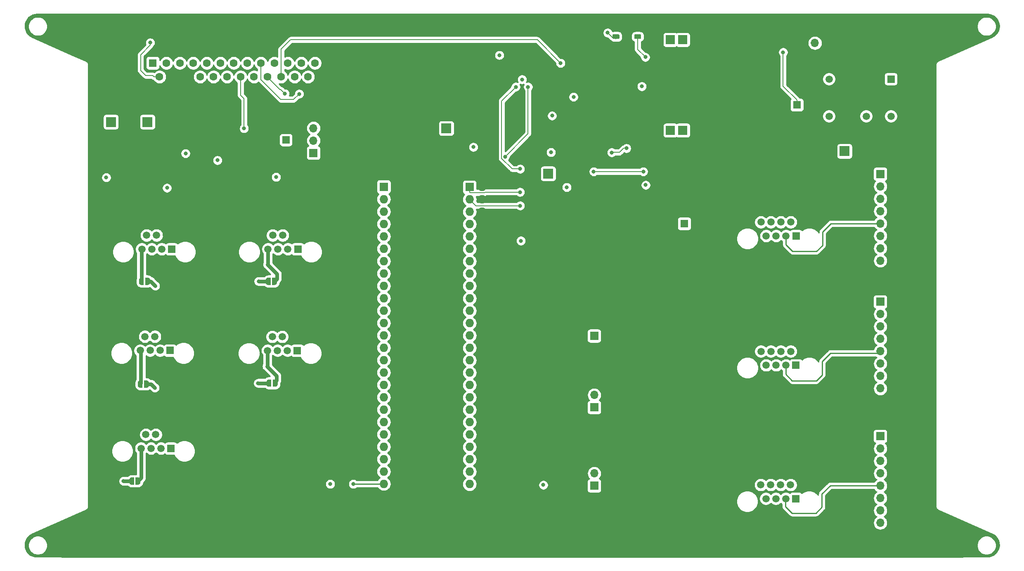
<source format=gbr>
G04 #@! TF.GenerationSoftware,KiCad,Pcbnew,(5.1.4-0-10_14)*
G04 #@! TF.CreationDate,2020-04-27T10:11:36-04:00*
G04 #@! TF.ProjectId,laser_card,6c617365-725f-4636-9172-642e6b696361,rev?*
G04 #@! TF.SameCoordinates,Original*
G04 #@! TF.FileFunction,Copper,L4,Bot*
G04 #@! TF.FilePolarity,Positive*
%FSLAX46Y46*%
G04 Gerber Fmt 4.6, Leading zero omitted, Abs format (unit mm)*
G04 Created by KiCad (PCBNEW (5.1.4-0-10_14)) date 2020-04-27 10:11:36*
%MOMM*%
%LPD*%
G04 APERTURE LIST*
%ADD10R,1.500000X1.500000*%
%ADD11R,2.000000X2.000000*%
%ADD12C,0.500000*%
%ADD13C,0.100000*%
%ADD14C,2.000000*%
%ADD15C,1.500000*%
%ADD16O,1.700000X1.700000*%
%ADD17R,1.700000X1.700000*%
%ADD18O,1.727200X1.727200*%
%ADD19R,1.727200X1.727200*%
%ADD20R,1.850000X1.850000*%
%ADD21C,1.501140*%
%ADD22R,1.501140X1.501140*%
%ADD23C,4.000000*%
%ADD24C,1.600000*%
%ADD25R,1.600000X1.600000*%
%ADD26C,0.975000*%
%ADD27C,0.800000*%
%ADD28C,0.203200*%
%ADD29C,0.203000*%
%ADD30C,0.250000*%
%ADD31C,0.800000*%
%ADD32C,0.254000*%
G04 APERTURE END LIST*
D10*
X99000000Y-64000000D03*
D11*
X131900000Y-61600000D03*
X152800000Y-70900000D03*
X70600000Y-60300000D03*
X63100000Y-60300000D03*
D12*
X67350000Y-134000000D03*
D13*
G36*
X67350000Y-134749398D02*
G01*
X67325466Y-134749398D01*
X67276635Y-134744588D01*
X67228510Y-134735016D01*
X67181555Y-134720772D01*
X67136222Y-134701995D01*
X67092949Y-134678864D01*
X67052150Y-134651604D01*
X67014221Y-134620476D01*
X66979524Y-134585779D01*
X66948396Y-134547850D01*
X66921136Y-134507051D01*
X66898005Y-134463778D01*
X66879228Y-134418445D01*
X66864984Y-134371490D01*
X66855412Y-134323365D01*
X66850602Y-134274534D01*
X66850602Y-134250000D01*
X66850000Y-134250000D01*
X66850000Y-133750000D01*
X66850602Y-133750000D01*
X66850602Y-133725466D01*
X66855412Y-133676635D01*
X66864984Y-133628510D01*
X66879228Y-133581555D01*
X66898005Y-133536222D01*
X66921136Y-133492949D01*
X66948396Y-133452150D01*
X66979524Y-133414221D01*
X67014221Y-133379524D01*
X67052150Y-133348396D01*
X67092949Y-133321136D01*
X67136222Y-133298005D01*
X67181555Y-133279228D01*
X67228510Y-133264984D01*
X67276635Y-133255412D01*
X67325466Y-133250602D01*
X67350000Y-133250602D01*
X67350000Y-133250000D01*
X67850000Y-133250000D01*
X67850000Y-134750000D01*
X67350000Y-134750000D01*
X67350000Y-134749398D01*
X67350000Y-134749398D01*
G37*
D12*
X68650000Y-134000000D03*
D13*
G36*
X68150000Y-133250000D02*
G01*
X68650000Y-133250000D01*
X68650000Y-133250602D01*
X68674534Y-133250602D01*
X68723365Y-133255412D01*
X68771490Y-133264984D01*
X68818445Y-133279228D01*
X68863778Y-133298005D01*
X68907051Y-133321136D01*
X68947850Y-133348396D01*
X68985779Y-133379524D01*
X69020476Y-133414221D01*
X69051604Y-133452150D01*
X69078864Y-133492949D01*
X69101995Y-133536222D01*
X69120772Y-133581555D01*
X69135016Y-133628510D01*
X69144588Y-133676635D01*
X69149398Y-133725466D01*
X69149398Y-133750000D01*
X69150000Y-133750000D01*
X69150000Y-134250000D01*
X69149398Y-134250000D01*
X69149398Y-134274534D01*
X69144588Y-134323365D01*
X69135016Y-134371490D01*
X69120772Y-134418445D01*
X69101995Y-134463778D01*
X69078864Y-134507051D01*
X69051604Y-134547850D01*
X69020476Y-134585779D01*
X68985779Y-134620476D01*
X68947850Y-134651604D01*
X68907051Y-134678864D01*
X68863778Y-134701995D01*
X68818445Y-134720772D01*
X68771490Y-134735016D01*
X68723365Y-134744588D01*
X68674534Y-134749398D01*
X68650000Y-134749398D01*
X68650000Y-134750000D01*
X68150000Y-134750000D01*
X68150000Y-133250000D01*
X68150000Y-133250000D01*
G37*
D12*
X95500000Y-113900000D03*
D13*
G36*
X95500000Y-114649398D02*
G01*
X95475466Y-114649398D01*
X95426635Y-114644588D01*
X95378510Y-114635016D01*
X95331555Y-114620772D01*
X95286222Y-114601995D01*
X95242949Y-114578864D01*
X95202150Y-114551604D01*
X95164221Y-114520476D01*
X95129524Y-114485779D01*
X95098396Y-114447850D01*
X95071136Y-114407051D01*
X95048005Y-114363778D01*
X95029228Y-114318445D01*
X95014984Y-114271490D01*
X95005412Y-114223365D01*
X95000602Y-114174534D01*
X95000602Y-114150000D01*
X95000000Y-114150000D01*
X95000000Y-113650000D01*
X95000602Y-113650000D01*
X95000602Y-113625466D01*
X95005412Y-113576635D01*
X95014984Y-113528510D01*
X95029228Y-113481555D01*
X95048005Y-113436222D01*
X95071136Y-113392949D01*
X95098396Y-113352150D01*
X95129524Y-113314221D01*
X95164221Y-113279524D01*
X95202150Y-113248396D01*
X95242949Y-113221136D01*
X95286222Y-113198005D01*
X95331555Y-113179228D01*
X95378510Y-113164984D01*
X95426635Y-113155412D01*
X95475466Y-113150602D01*
X95500000Y-113150602D01*
X95500000Y-113150000D01*
X96000000Y-113150000D01*
X96000000Y-114650000D01*
X95500000Y-114650000D01*
X95500000Y-114649398D01*
X95500000Y-114649398D01*
G37*
D12*
X96800000Y-113900000D03*
D13*
G36*
X96300000Y-113150000D02*
G01*
X96800000Y-113150000D01*
X96800000Y-113150602D01*
X96824534Y-113150602D01*
X96873365Y-113155412D01*
X96921490Y-113164984D01*
X96968445Y-113179228D01*
X97013778Y-113198005D01*
X97057051Y-113221136D01*
X97097850Y-113248396D01*
X97135779Y-113279524D01*
X97170476Y-113314221D01*
X97201604Y-113352150D01*
X97228864Y-113392949D01*
X97251995Y-113436222D01*
X97270772Y-113481555D01*
X97285016Y-113528510D01*
X97294588Y-113576635D01*
X97299398Y-113625466D01*
X97299398Y-113650000D01*
X97300000Y-113650000D01*
X97300000Y-114150000D01*
X97299398Y-114150000D01*
X97299398Y-114174534D01*
X97294588Y-114223365D01*
X97285016Y-114271490D01*
X97270772Y-114318445D01*
X97251995Y-114363778D01*
X97228864Y-114407051D01*
X97201604Y-114447850D01*
X97170476Y-114485779D01*
X97135779Y-114520476D01*
X97097850Y-114551604D01*
X97057051Y-114578864D01*
X97013778Y-114601995D01*
X96968445Y-114620772D01*
X96921490Y-114635016D01*
X96873365Y-114644588D01*
X96824534Y-114649398D01*
X96800000Y-114649398D01*
X96800000Y-114650000D01*
X96300000Y-114650000D01*
X96300000Y-113150000D01*
X96300000Y-113150000D01*
G37*
D12*
X70400000Y-114100000D03*
D13*
G36*
X70400000Y-113350602D02*
G01*
X70424534Y-113350602D01*
X70473365Y-113355412D01*
X70521490Y-113364984D01*
X70568445Y-113379228D01*
X70613778Y-113398005D01*
X70657051Y-113421136D01*
X70697850Y-113448396D01*
X70735779Y-113479524D01*
X70770476Y-113514221D01*
X70801604Y-113552150D01*
X70828864Y-113592949D01*
X70851995Y-113636222D01*
X70870772Y-113681555D01*
X70885016Y-113728510D01*
X70894588Y-113776635D01*
X70899398Y-113825466D01*
X70899398Y-113850000D01*
X70900000Y-113850000D01*
X70900000Y-114350000D01*
X70899398Y-114350000D01*
X70899398Y-114374534D01*
X70894588Y-114423365D01*
X70885016Y-114471490D01*
X70870772Y-114518445D01*
X70851995Y-114563778D01*
X70828864Y-114607051D01*
X70801604Y-114647850D01*
X70770476Y-114685779D01*
X70735779Y-114720476D01*
X70697850Y-114751604D01*
X70657051Y-114778864D01*
X70613778Y-114801995D01*
X70568445Y-114820772D01*
X70521490Y-114835016D01*
X70473365Y-114844588D01*
X70424534Y-114849398D01*
X70400000Y-114849398D01*
X70400000Y-114850000D01*
X69900000Y-114850000D01*
X69900000Y-113350000D01*
X70400000Y-113350000D01*
X70400000Y-113350602D01*
X70400000Y-113350602D01*
G37*
D12*
X69100000Y-114100000D03*
D13*
G36*
X69600000Y-114850000D02*
G01*
X69100000Y-114850000D01*
X69100000Y-114849398D01*
X69075466Y-114849398D01*
X69026635Y-114844588D01*
X68978510Y-114835016D01*
X68931555Y-114820772D01*
X68886222Y-114801995D01*
X68842949Y-114778864D01*
X68802150Y-114751604D01*
X68764221Y-114720476D01*
X68729524Y-114685779D01*
X68698396Y-114647850D01*
X68671136Y-114607051D01*
X68648005Y-114563778D01*
X68629228Y-114518445D01*
X68614984Y-114471490D01*
X68605412Y-114423365D01*
X68600602Y-114374534D01*
X68600602Y-114350000D01*
X68600000Y-114350000D01*
X68600000Y-113850000D01*
X68600602Y-113850000D01*
X68600602Y-113825466D01*
X68605412Y-113776635D01*
X68614984Y-113728510D01*
X68629228Y-113681555D01*
X68648005Y-113636222D01*
X68671136Y-113592949D01*
X68698396Y-113552150D01*
X68729524Y-113514221D01*
X68764221Y-113479524D01*
X68802150Y-113448396D01*
X68842949Y-113421136D01*
X68886222Y-113398005D01*
X68931555Y-113379228D01*
X68978510Y-113364984D01*
X69026635Y-113355412D01*
X69075466Y-113350602D01*
X69100000Y-113350602D01*
X69100000Y-113350000D01*
X69600000Y-113350000D01*
X69600000Y-114850000D01*
X69600000Y-114850000D01*
G37*
D12*
X95350000Y-93000000D03*
D13*
G36*
X95350000Y-93749398D02*
G01*
X95325466Y-93749398D01*
X95276635Y-93744588D01*
X95228510Y-93735016D01*
X95181555Y-93720772D01*
X95136222Y-93701995D01*
X95092949Y-93678864D01*
X95052150Y-93651604D01*
X95014221Y-93620476D01*
X94979524Y-93585779D01*
X94948396Y-93547850D01*
X94921136Y-93507051D01*
X94898005Y-93463778D01*
X94879228Y-93418445D01*
X94864984Y-93371490D01*
X94855412Y-93323365D01*
X94850602Y-93274534D01*
X94850602Y-93250000D01*
X94850000Y-93250000D01*
X94850000Y-92750000D01*
X94850602Y-92750000D01*
X94850602Y-92725466D01*
X94855412Y-92676635D01*
X94864984Y-92628510D01*
X94879228Y-92581555D01*
X94898005Y-92536222D01*
X94921136Y-92492949D01*
X94948396Y-92452150D01*
X94979524Y-92414221D01*
X95014221Y-92379524D01*
X95052150Y-92348396D01*
X95092949Y-92321136D01*
X95136222Y-92298005D01*
X95181555Y-92279228D01*
X95228510Y-92264984D01*
X95276635Y-92255412D01*
X95325466Y-92250602D01*
X95350000Y-92250602D01*
X95350000Y-92250000D01*
X95850000Y-92250000D01*
X95850000Y-93750000D01*
X95350000Y-93750000D01*
X95350000Y-93749398D01*
X95350000Y-93749398D01*
G37*
D12*
X96650000Y-93000000D03*
D13*
G36*
X96150000Y-92250000D02*
G01*
X96650000Y-92250000D01*
X96650000Y-92250602D01*
X96674534Y-92250602D01*
X96723365Y-92255412D01*
X96771490Y-92264984D01*
X96818445Y-92279228D01*
X96863778Y-92298005D01*
X96907051Y-92321136D01*
X96947850Y-92348396D01*
X96985779Y-92379524D01*
X97020476Y-92414221D01*
X97051604Y-92452150D01*
X97078864Y-92492949D01*
X97101995Y-92536222D01*
X97120772Y-92581555D01*
X97135016Y-92628510D01*
X97144588Y-92676635D01*
X97149398Y-92725466D01*
X97149398Y-92750000D01*
X97150000Y-92750000D01*
X97150000Y-93250000D01*
X97149398Y-93250000D01*
X97149398Y-93274534D01*
X97144588Y-93323365D01*
X97135016Y-93371490D01*
X97120772Y-93418445D01*
X97101995Y-93463778D01*
X97078864Y-93507051D01*
X97051604Y-93547850D01*
X97020476Y-93585779D01*
X96985779Y-93620476D01*
X96947850Y-93651604D01*
X96907051Y-93678864D01*
X96863778Y-93701995D01*
X96818445Y-93720772D01*
X96771490Y-93735016D01*
X96723365Y-93744588D01*
X96674534Y-93749398D01*
X96650000Y-93749398D01*
X96650000Y-93750000D01*
X96150000Y-93750000D01*
X96150000Y-92250000D01*
X96150000Y-92250000D01*
G37*
D12*
X70650000Y-93000000D03*
D13*
G36*
X70650000Y-92250602D02*
G01*
X70674534Y-92250602D01*
X70723365Y-92255412D01*
X70771490Y-92264984D01*
X70818445Y-92279228D01*
X70863778Y-92298005D01*
X70907051Y-92321136D01*
X70947850Y-92348396D01*
X70985779Y-92379524D01*
X71020476Y-92414221D01*
X71051604Y-92452150D01*
X71078864Y-92492949D01*
X71101995Y-92536222D01*
X71120772Y-92581555D01*
X71135016Y-92628510D01*
X71144588Y-92676635D01*
X71149398Y-92725466D01*
X71149398Y-92750000D01*
X71150000Y-92750000D01*
X71150000Y-93250000D01*
X71149398Y-93250000D01*
X71149398Y-93274534D01*
X71144588Y-93323365D01*
X71135016Y-93371490D01*
X71120772Y-93418445D01*
X71101995Y-93463778D01*
X71078864Y-93507051D01*
X71051604Y-93547850D01*
X71020476Y-93585779D01*
X70985779Y-93620476D01*
X70947850Y-93651604D01*
X70907051Y-93678864D01*
X70863778Y-93701995D01*
X70818445Y-93720772D01*
X70771490Y-93735016D01*
X70723365Y-93744588D01*
X70674534Y-93749398D01*
X70650000Y-93749398D01*
X70650000Y-93750000D01*
X70150000Y-93750000D01*
X70150000Y-92250000D01*
X70650000Y-92250000D01*
X70650000Y-92250602D01*
X70650000Y-92250602D01*
G37*
D12*
X69350000Y-93000000D03*
D13*
G36*
X69850000Y-93750000D02*
G01*
X69350000Y-93750000D01*
X69350000Y-93749398D01*
X69325466Y-93749398D01*
X69276635Y-93744588D01*
X69228510Y-93735016D01*
X69181555Y-93720772D01*
X69136222Y-93701995D01*
X69092949Y-93678864D01*
X69052150Y-93651604D01*
X69014221Y-93620476D01*
X68979524Y-93585779D01*
X68948396Y-93547850D01*
X68921136Y-93507051D01*
X68898005Y-93463778D01*
X68879228Y-93418445D01*
X68864984Y-93371490D01*
X68855412Y-93323365D01*
X68850602Y-93274534D01*
X68850602Y-93250000D01*
X68850000Y-93250000D01*
X68850000Y-92750000D01*
X68850602Y-92750000D01*
X68850602Y-92725466D01*
X68855412Y-92676635D01*
X68864984Y-92628510D01*
X68879228Y-92581555D01*
X68898005Y-92536222D01*
X68921136Y-92492949D01*
X68948396Y-92452150D01*
X68979524Y-92414221D01*
X69014221Y-92379524D01*
X69052150Y-92348396D01*
X69092949Y-92321136D01*
X69136222Y-92298005D01*
X69181555Y-92279228D01*
X69228510Y-92264984D01*
X69276635Y-92255412D01*
X69325466Y-92250602D01*
X69350000Y-92250602D01*
X69350000Y-92250000D01*
X69850000Y-92250000D01*
X69850000Y-93750000D01*
X69850000Y-93750000D01*
G37*
D11*
X223400000Y-44100000D03*
X213600000Y-66300000D03*
D14*
X63680800Y-124474400D03*
X79940800Y-124474400D03*
D15*
X68222800Y-124452000D03*
X70262800Y-124452000D03*
X72302800Y-124452000D03*
X74342800Y-124452000D03*
X69293600Y-127294800D03*
X71333600Y-127294800D03*
X73373600Y-127294800D03*
D10*
X75413600Y-127294800D03*
D14*
X63488000Y-104372400D03*
X79748000Y-104372400D03*
D15*
X68030000Y-104350000D03*
X70070000Y-104350000D03*
X72110000Y-104350000D03*
X74150000Y-104350000D03*
X69100800Y-107192800D03*
X71140800Y-107192800D03*
X73180800Y-107192800D03*
D10*
X75220800Y-107192800D03*
D14*
X89617200Y-104399400D03*
X105877200Y-104399400D03*
D15*
X94159200Y-104377000D03*
X96199200Y-104377000D03*
X98239200Y-104377000D03*
X100279200Y-104377000D03*
X95230000Y-107219800D03*
X97270000Y-107219800D03*
X99310000Y-107219800D03*
D10*
X101350000Y-107219800D03*
D14*
X63830800Y-83579600D03*
X80090800Y-83579600D03*
D15*
X68372800Y-83557200D03*
X70412800Y-83557200D03*
X72452800Y-83557200D03*
X74492800Y-83557200D03*
X69443600Y-86400000D03*
X71483600Y-86400000D03*
X73523600Y-86400000D03*
D10*
X75563600Y-86400000D03*
D14*
X89705800Y-83579600D03*
X105965800Y-83579600D03*
D15*
X94247800Y-83557200D03*
X96287800Y-83557200D03*
X98327800Y-83557200D03*
X100367800Y-83557200D03*
X95318600Y-86400000D03*
X97358600Y-86400000D03*
X99398600Y-86400000D03*
D10*
X101438600Y-86400000D03*
D14*
X191853000Y-134797400D03*
X208113000Y-134797400D03*
D15*
X196395000Y-134775000D03*
X198435000Y-134775000D03*
X200475000Y-134775000D03*
X202515000Y-134775000D03*
X197465800Y-137617800D03*
X199505800Y-137617800D03*
X201545800Y-137617800D03*
D10*
X203585800Y-137617800D03*
D14*
X191890000Y-107400000D03*
X208150000Y-107400000D03*
D15*
X196432000Y-107377600D03*
X198472000Y-107377600D03*
X200512000Y-107377600D03*
X202552000Y-107377600D03*
X197502800Y-110220400D03*
X199542800Y-110220400D03*
X201582800Y-110220400D03*
D10*
X203622800Y-110220400D03*
D14*
X191895000Y-80870800D03*
X208155000Y-80870800D03*
D15*
X196437000Y-80848400D03*
X198477000Y-80848400D03*
X200517000Y-80848400D03*
X202557000Y-80848400D03*
X197507800Y-83691200D03*
X199547800Y-83691200D03*
X201587800Y-83691200D03*
D10*
X203627800Y-83691200D03*
D16*
X220929200Y-88767920D03*
X220929200Y-86227920D03*
X220929200Y-83687920D03*
X220929200Y-81147920D03*
X220929200Y-78607920D03*
X220929200Y-76067920D03*
X220929200Y-73527920D03*
D17*
X220929200Y-70987920D03*
D18*
X139215000Y-134625000D03*
X136675000Y-134625000D03*
X139215000Y-132085000D03*
X136675000Y-132085000D03*
X139215000Y-129545000D03*
X136675000Y-129545000D03*
X139215000Y-127005000D03*
X136675000Y-127005000D03*
X139215000Y-124465000D03*
X136675000Y-124465000D03*
X139215000Y-121925000D03*
X136675000Y-121925000D03*
X139215000Y-119385000D03*
X136675000Y-119385000D03*
X139215000Y-116845000D03*
X136675000Y-116845000D03*
X139215000Y-114305000D03*
X136675000Y-114305000D03*
X139215000Y-111765000D03*
X136675000Y-111765000D03*
X139215000Y-109225000D03*
X136675000Y-109225000D03*
X139215000Y-106685000D03*
X136675000Y-106685000D03*
X139215000Y-104145000D03*
X136675000Y-104145000D03*
X139215000Y-101605000D03*
X136675000Y-101605000D03*
X139215000Y-99065000D03*
X136675000Y-99065000D03*
X139215000Y-96525000D03*
X136675000Y-96525000D03*
X139215000Y-93985000D03*
X136675000Y-93985000D03*
X139215000Y-91445000D03*
X136675000Y-91445000D03*
X139215000Y-88905000D03*
X136675000Y-88905000D03*
X139215000Y-86365000D03*
X136675000Y-86365000D03*
X139215000Y-83825000D03*
X136675000Y-83825000D03*
X139215000Y-81285000D03*
X136675000Y-81285000D03*
X139215000Y-78745000D03*
X136675000Y-78745000D03*
X139215000Y-76205000D03*
X136675000Y-76205000D03*
X139215000Y-73665000D03*
D19*
X136675000Y-73665000D03*
D18*
X121615200Y-134564120D03*
X119075200Y-134564120D03*
X121615200Y-132024120D03*
X119075200Y-132024120D03*
X121615200Y-129484120D03*
X119075200Y-129484120D03*
X121615200Y-126944120D03*
X119075200Y-126944120D03*
X121615200Y-124404120D03*
X119075200Y-124404120D03*
X121615200Y-121864120D03*
X119075200Y-121864120D03*
X121615200Y-119324120D03*
X119075200Y-119324120D03*
X121615200Y-116784120D03*
X119075200Y-116784120D03*
X121615200Y-114244120D03*
X119075200Y-114244120D03*
X121615200Y-111704120D03*
X119075200Y-111704120D03*
X121615200Y-109164120D03*
X119075200Y-109164120D03*
X121615200Y-106624120D03*
X119075200Y-106624120D03*
X121615200Y-104084120D03*
X119075200Y-104084120D03*
X121615200Y-101544120D03*
X119075200Y-101544120D03*
X121615200Y-99004120D03*
X119075200Y-99004120D03*
X121615200Y-96464120D03*
X119075200Y-96464120D03*
X121615200Y-93924120D03*
X119075200Y-93924120D03*
X121615200Y-91384120D03*
X119075200Y-91384120D03*
X121615200Y-88844120D03*
X119075200Y-88844120D03*
X121615200Y-86304120D03*
X119075200Y-86304120D03*
X121615200Y-83764120D03*
X119075200Y-83764120D03*
X121615200Y-81224120D03*
X119075200Y-81224120D03*
X121615200Y-78684120D03*
X119075200Y-78684120D03*
X121615200Y-76144120D03*
X119075200Y-76144120D03*
X121615200Y-73604120D03*
D19*
X119075200Y-73604120D03*
D16*
X162250000Y-101660000D03*
D17*
X162250000Y-104200000D03*
D20*
X177874720Y-62030000D03*
X180424720Y-62030000D03*
X188549720Y-62030000D03*
X191074720Y-62030000D03*
X177849720Y-43430000D03*
X180399720Y-43430000D03*
X188524720Y-43405000D03*
X191074720Y-43430000D03*
D16*
X104648000Y-61577220D03*
X104648000Y-64117220D03*
D17*
X104648000Y-66657220D03*
D21*
X210412000Y-59120000D03*
X210412000Y-51500000D03*
X218032000Y-59120000D03*
X223112000Y-59120000D03*
D22*
X223112000Y-51500000D03*
D16*
X220929200Y-142565120D03*
X220929200Y-140025120D03*
X220929200Y-137485120D03*
X220929200Y-134945120D03*
X220929200Y-132405120D03*
X220929200Y-129865120D03*
X220929200Y-127325120D03*
D17*
X220929200Y-124785120D03*
D16*
X220929200Y-114980720D03*
X220929200Y-112440720D03*
X220929200Y-109900720D03*
X220929200Y-107360720D03*
X220929200Y-104820720D03*
X220929200Y-102280720D03*
X220929200Y-99740720D03*
D17*
X220929200Y-97200720D03*
D16*
X207500000Y-44100000D03*
D17*
X210040000Y-44100000D03*
D16*
X162250000Y-116335000D03*
D17*
X162250000Y-118875000D03*
D16*
X162250000Y-132435000D03*
D17*
X162250000Y-134975000D03*
D23*
X64755000Y-49630000D03*
X111855000Y-49630000D03*
D24*
X103540000Y-51050000D03*
X100770000Y-51050000D03*
X98000000Y-51050000D03*
X95230000Y-51050000D03*
X92460000Y-51050000D03*
X89690000Y-51050000D03*
X86920000Y-51050000D03*
X84150000Y-51050000D03*
X81380000Y-51050000D03*
X78610000Y-51050000D03*
X75840000Y-51050000D03*
X73070000Y-51050000D03*
X104925000Y-48210000D03*
X102155000Y-48210000D03*
X99385000Y-48210000D03*
X96615000Y-48210000D03*
X93845000Y-48210000D03*
X91075000Y-48210000D03*
X88305000Y-48210000D03*
X85535000Y-48210000D03*
X82765000Y-48210000D03*
X79995000Y-48210000D03*
X77225000Y-48210000D03*
X74455000Y-48210000D03*
D25*
X71685000Y-48210000D03*
D13*
G36*
X167186322Y-42302354D02*
G01*
X167209983Y-42305864D01*
X167233187Y-42311676D01*
X167255709Y-42319734D01*
X167277333Y-42329962D01*
X167297850Y-42342259D01*
X167317063Y-42356509D01*
X167334787Y-42372573D01*
X167350851Y-42390297D01*
X167365101Y-42409510D01*
X167377398Y-42430027D01*
X167387626Y-42451651D01*
X167395684Y-42474173D01*
X167401496Y-42497377D01*
X167405006Y-42521038D01*
X167406180Y-42544930D01*
X167406180Y-43032430D01*
X167405006Y-43056322D01*
X167401496Y-43079983D01*
X167395684Y-43103187D01*
X167387626Y-43125709D01*
X167377398Y-43147333D01*
X167365101Y-43167850D01*
X167350851Y-43187063D01*
X167334787Y-43204787D01*
X167317063Y-43220851D01*
X167297850Y-43235101D01*
X167277333Y-43247398D01*
X167255709Y-43257626D01*
X167233187Y-43265684D01*
X167209983Y-43271496D01*
X167186322Y-43275006D01*
X167162430Y-43276180D01*
X166249930Y-43276180D01*
X166226038Y-43275006D01*
X166202377Y-43271496D01*
X166179173Y-43265684D01*
X166156651Y-43257626D01*
X166135027Y-43247398D01*
X166114510Y-43235101D01*
X166095297Y-43220851D01*
X166077573Y-43204787D01*
X166061509Y-43187063D01*
X166047259Y-43167850D01*
X166034962Y-43147333D01*
X166024734Y-43125709D01*
X166016676Y-43103187D01*
X166010864Y-43079983D01*
X166007354Y-43056322D01*
X166006180Y-43032430D01*
X166006180Y-42544930D01*
X166007354Y-42521038D01*
X166010864Y-42497377D01*
X166016676Y-42474173D01*
X166024734Y-42451651D01*
X166034962Y-42430027D01*
X166047259Y-42409510D01*
X166061509Y-42390297D01*
X166077573Y-42372573D01*
X166095297Y-42356509D01*
X166114510Y-42342259D01*
X166135027Y-42329962D01*
X166156651Y-42319734D01*
X166179173Y-42311676D01*
X166202377Y-42305864D01*
X166226038Y-42302354D01*
X166249930Y-42301180D01*
X167162430Y-42301180D01*
X167186322Y-42302354D01*
X167186322Y-42302354D01*
G37*
D26*
X166706180Y-42788680D03*
D13*
G36*
X167186322Y-40427354D02*
G01*
X167209983Y-40430864D01*
X167233187Y-40436676D01*
X167255709Y-40444734D01*
X167277333Y-40454962D01*
X167297850Y-40467259D01*
X167317063Y-40481509D01*
X167334787Y-40497573D01*
X167350851Y-40515297D01*
X167365101Y-40534510D01*
X167377398Y-40555027D01*
X167387626Y-40576651D01*
X167395684Y-40599173D01*
X167401496Y-40622377D01*
X167405006Y-40646038D01*
X167406180Y-40669930D01*
X167406180Y-41157430D01*
X167405006Y-41181322D01*
X167401496Y-41204983D01*
X167395684Y-41228187D01*
X167387626Y-41250709D01*
X167377398Y-41272333D01*
X167365101Y-41292850D01*
X167350851Y-41312063D01*
X167334787Y-41329787D01*
X167317063Y-41345851D01*
X167297850Y-41360101D01*
X167277333Y-41372398D01*
X167255709Y-41382626D01*
X167233187Y-41390684D01*
X167209983Y-41396496D01*
X167186322Y-41400006D01*
X167162430Y-41401180D01*
X166249930Y-41401180D01*
X166226038Y-41400006D01*
X166202377Y-41396496D01*
X166179173Y-41390684D01*
X166156651Y-41382626D01*
X166135027Y-41372398D01*
X166114510Y-41360101D01*
X166095297Y-41345851D01*
X166077573Y-41329787D01*
X166061509Y-41312063D01*
X166047259Y-41292850D01*
X166034962Y-41272333D01*
X166024734Y-41250709D01*
X166016676Y-41228187D01*
X166010864Y-41204983D01*
X166007354Y-41181322D01*
X166006180Y-41157430D01*
X166006180Y-40669930D01*
X166007354Y-40646038D01*
X166010864Y-40622377D01*
X166016676Y-40599173D01*
X166024734Y-40576651D01*
X166034962Y-40555027D01*
X166047259Y-40534510D01*
X166061509Y-40515297D01*
X166077573Y-40497573D01*
X166095297Y-40481509D01*
X166114510Y-40467259D01*
X166135027Y-40454962D01*
X166156651Y-40444734D01*
X166179173Y-40436676D01*
X166202377Y-40430864D01*
X166226038Y-40427354D01*
X166249930Y-40426180D01*
X167162430Y-40426180D01*
X167186322Y-40427354D01*
X167186322Y-40427354D01*
G37*
D26*
X166706180Y-40913680D03*
D13*
G36*
X171634622Y-42302354D02*
G01*
X171658283Y-42305864D01*
X171681487Y-42311676D01*
X171704009Y-42319734D01*
X171725633Y-42329962D01*
X171746150Y-42342259D01*
X171765363Y-42356509D01*
X171783087Y-42372573D01*
X171799151Y-42390297D01*
X171813401Y-42409510D01*
X171825698Y-42430027D01*
X171835926Y-42451651D01*
X171843984Y-42474173D01*
X171849796Y-42497377D01*
X171853306Y-42521038D01*
X171854480Y-42544930D01*
X171854480Y-43032430D01*
X171853306Y-43056322D01*
X171849796Y-43079983D01*
X171843984Y-43103187D01*
X171835926Y-43125709D01*
X171825698Y-43147333D01*
X171813401Y-43167850D01*
X171799151Y-43187063D01*
X171783087Y-43204787D01*
X171765363Y-43220851D01*
X171746150Y-43235101D01*
X171725633Y-43247398D01*
X171704009Y-43257626D01*
X171681487Y-43265684D01*
X171658283Y-43271496D01*
X171634622Y-43275006D01*
X171610730Y-43276180D01*
X170698230Y-43276180D01*
X170674338Y-43275006D01*
X170650677Y-43271496D01*
X170627473Y-43265684D01*
X170604951Y-43257626D01*
X170583327Y-43247398D01*
X170562810Y-43235101D01*
X170543597Y-43220851D01*
X170525873Y-43204787D01*
X170509809Y-43187063D01*
X170495559Y-43167850D01*
X170483262Y-43147333D01*
X170473034Y-43125709D01*
X170464976Y-43103187D01*
X170459164Y-43079983D01*
X170455654Y-43056322D01*
X170454480Y-43032430D01*
X170454480Y-42544930D01*
X170455654Y-42521038D01*
X170459164Y-42497377D01*
X170464976Y-42474173D01*
X170473034Y-42451651D01*
X170483262Y-42430027D01*
X170495559Y-42409510D01*
X170509809Y-42390297D01*
X170525873Y-42372573D01*
X170543597Y-42356509D01*
X170562810Y-42342259D01*
X170583327Y-42329962D01*
X170604951Y-42319734D01*
X170627473Y-42311676D01*
X170650677Y-42305864D01*
X170674338Y-42302354D01*
X170698230Y-42301180D01*
X171610730Y-42301180D01*
X171634622Y-42302354D01*
X171634622Y-42302354D01*
G37*
D26*
X171154480Y-42788680D03*
D13*
G36*
X171634622Y-40427354D02*
G01*
X171658283Y-40430864D01*
X171681487Y-40436676D01*
X171704009Y-40444734D01*
X171725633Y-40454962D01*
X171746150Y-40467259D01*
X171765363Y-40481509D01*
X171783087Y-40497573D01*
X171799151Y-40515297D01*
X171813401Y-40534510D01*
X171825698Y-40555027D01*
X171835926Y-40576651D01*
X171843984Y-40599173D01*
X171849796Y-40622377D01*
X171853306Y-40646038D01*
X171854480Y-40669930D01*
X171854480Y-41157430D01*
X171853306Y-41181322D01*
X171849796Y-41204983D01*
X171843984Y-41228187D01*
X171835926Y-41250709D01*
X171825698Y-41272333D01*
X171813401Y-41292850D01*
X171799151Y-41312063D01*
X171783087Y-41329787D01*
X171765363Y-41345851D01*
X171746150Y-41360101D01*
X171725633Y-41372398D01*
X171704009Y-41382626D01*
X171681487Y-41390684D01*
X171658283Y-41396496D01*
X171634622Y-41400006D01*
X171610730Y-41401180D01*
X170698230Y-41401180D01*
X170674338Y-41400006D01*
X170650677Y-41396496D01*
X170627473Y-41390684D01*
X170604951Y-41382626D01*
X170583327Y-41372398D01*
X170562810Y-41360101D01*
X170543597Y-41345851D01*
X170525873Y-41329787D01*
X170509809Y-41312063D01*
X170495559Y-41292850D01*
X170483262Y-41272333D01*
X170473034Y-41250709D01*
X170464976Y-41228187D01*
X170459164Y-41204983D01*
X170455654Y-41181322D01*
X170454480Y-41157430D01*
X170454480Y-40669930D01*
X170455654Y-40646038D01*
X170459164Y-40622377D01*
X170464976Y-40599173D01*
X170473034Y-40576651D01*
X170483262Y-40555027D01*
X170495559Y-40534510D01*
X170509809Y-40515297D01*
X170525873Y-40497573D01*
X170543597Y-40481509D01*
X170562810Y-40467259D01*
X170583327Y-40454962D01*
X170604951Y-40444734D01*
X170627473Y-40436676D01*
X170650677Y-40430864D01*
X170674338Y-40427354D01*
X170698230Y-40426180D01*
X171610730Y-40426180D01*
X171634622Y-40427354D01*
X171634622Y-40427354D01*
G37*
D26*
X171154480Y-40913680D03*
D24*
X180710840Y-78663160D03*
D25*
X180710840Y-81163160D03*
D24*
X203812000Y-59300000D03*
D25*
X203812000Y-56800000D03*
D27*
X201000000Y-46000000D03*
X71150000Y-44029120D03*
X168850000Y-65700000D03*
X165825000Y-66575000D03*
X74612500Y-73845420D03*
X62141100Y-71699120D03*
X78409800Y-66758820D03*
X153365200Y-66530220D03*
X153606500Y-59011820D03*
X158000700Y-55176420D03*
X142786100Y-46603920D03*
X147434300Y-51582320D03*
X137439400Y-65463420D03*
X156603700Y-73718420D03*
X84957920Y-68158360D03*
X96972120Y-71607680D03*
X172796200Y-73243440D03*
X147200000Y-84700000D03*
X172000000Y-53000000D03*
X108100000Y-134600000D03*
X151800000Y-134800000D03*
X172726500Y-47000000D03*
X165000000Y-42000000D03*
X162128200Y-70485000D03*
X172313600Y-70485000D03*
X155346400Y-48216820D03*
X90408760Y-61625480D03*
X101714300Y-54554120D03*
X72100000Y-114850000D03*
X93300000Y-113900000D03*
X93400000Y-93000000D03*
X72200000Y-93950000D03*
X65700000Y-134000000D03*
X146151600Y-53106320D03*
X147040600Y-69933820D03*
X148666200Y-53106320D03*
X143941800Y-67419220D03*
X98767900Y-54490620D03*
X145200000Y-62700000D03*
X83997800Y-54035960D03*
X77734400Y-60220620D03*
X148209000Y-49067720D03*
X140728700Y-55328820D03*
X140373100Y-66814700D03*
X62458600Y-68892420D03*
X161630360Y-68854320D03*
X147040600Y-77490320D03*
X147015200Y-74709020D03*
X112800000Y-134600000D03*
D28*
X203812000Y-55796800D02*
X201000000Y-52984800D01*
X203812000Y-56800000D02*
X203812000Y-55796800D01*
X201000000Y-52984800D02*
X201000000Y-46000000D01*
D29*
X71938630Y-51050000D02*
X71663630Y-50775000D01*
X73070000Y-51050000D02*
X71938630Y-51050000D01*
X71663630Y-50775000D02*
X70225000Y-50775000D01*
X70225000Y-50775000D02*
X69200000Y-49750000D01*
X69200000Y-49750000D02*
X69200000Y-46500000D01*
X71150000Y-44550000D02*
X71150000Y-44029120D01*
X69200000Y-46500000D02*
X71150000Y-44550000D01*
X168284315Y-65700000D02*
X167459315Y-66525000D01*
X168850000Y-65700000D02*
X168284315Y-65700000D01*
X165875000Y-66525000D02*
X165825000Y-66575000D01*
X167459315Y-66525000D02*
X165875000Y-66525000D01*
D28*
X171154480Y-45427980D02*
X172726500Y-47000000D01*
X171154480Y-42788680D02*
X171154480Y-45427980D01*
X165000000Y-42000000D02*
X166000000Y-43000000D01*
X166211320Y-42788680D02*
X166706180Y-42788680D01*
X166000000Y-43000000D02*
X166211320Y-42788680D01*
X162128200Y-70485000D02*
X172313600Y-70485000D01*
X98005900Y-48024250D02*
X98008700Y-48027050D01*
X150548991Y-43419411D02*
X99971209Y-43419411D01*
X98005900Y-45384720D02*
X98005900Y-48024250D01*
X99971209Y-43419411D02*
X98005900Y-45384720D01*
X98008700Y-48027050D02*
X98008700Y-51112420D01*
X155346400Y-48216820D02*
X150548991Y-43419411D01*
X90408760Y-61625480D02*
X90408760Y-55514240D01*
X89698700Y-54804180D02*
X89698700Y-51112420D01*
X90408760Y-55514240D02*
X89698700Y-54804180D01*
X101714300Y-54554120D02*
X100584000Y-55684420D01*
X100584000Y-55684420D02*
X97942400Y-55684420D01*
X97942400Y-55684420D02*
X93853700Y-51595720D01*
X93853700Y-48272420D02*
X93853700Y-51595720D01*
D30*
X201587800Y-85512800D02*
X201587800Y-83691200D01*
X202900000Y-86825000D02*
X201587800Y-85512800D01*
X220929200Y-81147920D02*
X210777080Y-81147920D01*
X207850000Y-86825000D02*
X202900000Y-86825000D01*
X209050000Y-85625000D02*
X207850000Y-86825000D01*
X210777080Y-81147920D02*
X209050000Y-82875000D01*
X209050000Y-82875000D02*
X209050000Y-85625000D01*
X220879200Y-107722920D02*
X210727080Y-107722920D01*
X202850000Y-113400000D02*
X201537800Y-112087800D01*
X201537800Y-112087800D02*
X201537800Y-110266200D01*
X207800000Y-113400000D02*
X202850000Y-113400000D01*
X209000000Y-112200000D02*
X207800000Y-113400000D01*
X210727080Y-107722920D02*
X209000000Y-109450000D01*
X209000000Y-109450000D02*
X209000000Y-112200000D01*
X220829200Y-134897920D02*
X210677080Y-134897920D01*
X202800000Y-140575000D02*
X201487800Y-139262800D01*
X201487800Y-139262800D02*
X201487800Y-137441200D01*
X207750000Y-140575000D02*
X202800000Y-140575000D01*
X208950000Y-139375000D02*
X207750000Y-140575000D01*
X210677080Y-134897920D02*
X208950000Y-136625000D01*
X208950000Y-136625000D02*
X208950000Y-139375000D01*
D31*
X95350000Y-93000000D02*
X93400000Y-93000000D01*
X71250000Y-93000000D02*
X72200000Y-93950000D01*
X70650000Y-93000000D02*
X71250000Y-93000000D01*
X71350000Y-114100000D02*
X72100000Y-114850000D01*
X70400000Y-114100000D02*
X71350000Y-114100000D01*
X95500000Y-113900000D02*
X93300000Y-113900000D01*
X67350000Y-134000000D02*
X65700000Y-134000000D01*
D28*
X143240199Y-67755989D02*
X143240199Y-56017721D01*
X143240199Y-56017721D02*
X146151600Y-53106320D01*
X145418030Y-69933820D02*
X143240199Y-67755989D01*
X147040600Y-69933820D02*
X145418030Y-69933820D01*
X148666200Y-62694820D02*
X148666200Y-53106320D01*
X143941800Y-67419220D02*
X148666200Y-62694820D01*
X97778700Y-53652420D02*
X95238700Y-51112420D01*
X97929700Y-53652420D02*
X97778700Y-53652420D01*
X98767900Y-54490620D02*
X97929700Y-53652420D01*
X171958000Y-97388419D02*
X172466000Y-96880419D01*
X148209000Y-49067720D02*
X148209000Y-46781720D01*
X137840201Y-77370201D02*
X137538599Y-77068599D01*
X137538599Y-77068599D02*
X136675000Y-76205000D01*
X137960320Y-77490320D02*
X137538599Y-77068599D01*
X147040600Y-77490320D02*
X137960320Y-77490320D01*
X139774297Y-74830201D02*
X136773401Y-74830201D01*
X139895478Y-74709020D02*
X139774297Y-74830201D01*
X136675000Y-74731800D02*
X136675000Y-73665000D01*
X136773401Y-74830201D02*
X136675000Y-74731800D01*
X147015200Y-74709020D02*
X139895478Y-74709020D01*
D31*
X97174774Y-92475226D02*
X97174774Y-91525226D01*
X96650000Y-93000000D02*
X97174774Y-92475226D01*
X97174774Y-91525226D02*
X95200000Y-89550452D01*
X95318600Y-89431852D02*
X95318600Y-86400000D01*
X95200000Y-89550452D02*
X95318600Y-89431852D01*
X69350000Y-86493600D02*
X69443600Y-86400000D01*
X69350000Y-93000000D02*
X69350000Y-86493600D01*
X69250000Y-113900000D02*
X69250000Y-107393600D01*
X97074774Y-112425226D02*
X95100000Y-110450452D01*
X97074774Y-113375226D02*
X97074774Y-112425226D01*
X95218600Y-110331852D02*
X95218600Y-107300000D01*
X69293600Y-133356400D02*
X68650000Y-134000000D01*
X69293600Y-127294800D02*
X69293600Y-133356400D01*
D30*
X112835880Y-134564120D02*
X112800000Y-134600000D01*
X119075200Y-134564120D02*
X112835880Y-134564120D01*
D28*
X136650000Y-134600000D02*
X136675000Y-134625000D01*
D32*
G36*
X242832525Y-38195443D02*
G01*
X243336455Y-38244828D01*
X243791307Y-38382211D01*
X244209481Y-38604649D01*
X244577507Y-38904626D01*
X244880019Y-39270336D01*
X245105774Y-39687844D01*
X245246211Y-40141794D01*
X245295573Y-40612540D01*
X245252403Y-41086201D01*
X245118879Y-41539897D01*
X244898797Y-41961118D01*
X244601177Y-42331231D01*
X244235660Y-42637884D01*
X243833177Y-42863386D01*
X232744061Y-47834883D01*
X232721491Y-47841730D01*
X232683524Y-47862023D01*
X232674659Y-47865998D01*
X232654324Y-47877631D01*
X232604228Y-47904408D01*
X232596657Y-47910622D01*
X232588168Y-47915478D01*
X232545343Y-47952735D01*
X232501446Y-47988761D01*
X232495239Y-47996324D01*
X232487854Y-48002749D01*
X232453113Y-48047654D01*
X232417094Y-48091543D01*
X232412480Y-48100176D01*
X232406493Y-48107914D01*
X232381193Y-48158709D01*
X232354416Y-48208806D01*
X232351573Y-48218179D01*
X232347213Y-48226932D01*
X232332307Y-48281691D01*
X232315819Y-48336044D01*
X232314860Y-48345783D01*
X232312289Y-48355227D01*
X232308351Y-48411862D01*
X232306052Y-48435208D01*
X232306052Y-48444935D01*
X232303067Y-48487869D01*
X232306052Y-48511258D01*
X232306053Y-139221312D01*
X232303067Y-139244706D01*
X232306053Y-139287664D01*
X232306053Y-139297381D01*
X232308348Y-139320686D01*
X232312287Y-139377348D01*
X232314860Y-139386802D01*
X232315820Y-139396545D01*
X232332297Y-139450864D01*
X232347208Y-139505644D01*
X232351573Y-139514409D01*
X232354417Y-139523783D01*
X232381180Y-139573854D01*
X232406486Y-139624663D01*
X232412478Y-139632409D01*
X232417095Y-139641046D01*
X232453109Y-139684929D01*
X232487845Y-139729829D01*
X232495234Y-139736258D01*
X232501447Y-139743828D01*
X232545327Y-139779840D01*
X232588157Y-139817103D01*
X232596657Y-139821966D01*
X232604229Y-139828180D01*
X232654297Y-139854942D01*
X232674647Y-139866584D01*
X232683526Y-139870565D01*
X232721492Y-139890858D01*
X232744053Y-139897702D01*
X243833362Y-144869536D01*
X244271479Y-145120103D01*
X244630051Y-145431364D01*
X244920346Y-145805117D01*
X245133337Y-146229290D01*
X245259941Y-146687524D01*
X245294964Y-147160735D01*
X245237424Y-147631721D01*
X245089678Y-148082197D01*
X244857524Y-148495094D01*
X244548169Y-148856713D01*
X244176699Y-149149558D01*
X243753959Y-149365554D01*
X243293765Y-149496169D01*
X242834933Y-149537143D01*
X232922959Y-149541179D01*
X232904420Y-149538767D01*
X232892189Y-149539587D01*
X232875592Y-149537929D01*
X232872971Y-149538183D01*
X232871907Y-149538103D01*
X232864401Y-149539015D01*
X232842054Y-149541184D01*
X232821402Y-149540926D01*
X232819966Y-149541193D01*
X57891860Y-149541193D01*
X47940278Y-149537144D01*
X47436482Y-149487751D01*
X46982095Y-149350710D01*
X46562964Y-149127859D01*
X46195670Y-148828113D01*
X45893034Y-148462251D01*
X45667279Y-148044748D01*
X45526841Y-147590791D01*
X45477476Y-147120018D01*
X45487951Y-147004495D01*
X46115000Y-147004495D01*
X46115000Y-147395505D01*
X46191282Y-147779003D01*
X46340915Y-148140250D01*
X46558149Y-148465364D01*
X46834636Y-148741851D01*
X47159750Y-148959085D01*
X47520997Y-149108718D01*
X47904495Y-149185000D01*
X48295505Y-149185000D01*
X48679003Y-149108718D01*
X49040250Y-148959085D01*
X49365364Y-148741851D01*
X49641851Y-148465364D01*
X49859085Y-148140250D01*
X50008718Y-147779003D01*
X50085000Y-147395505D01*
X50085000Y-147004495D01*
X240727000Y-147004495D01*
X240727000Y-147395505D01*
X240803282Y-147779003D01*
X240952915Y-148140250D01*
X241170149Y-148465364D01*
X241446636Y-148741851D01*
X241771750Y-148959085D01*
X242132997Y-149108718D01*
X242516495Y-149185000D01*
X242907505Y-149185000D01*
X243291003Y-149108718D01*
X243652250Y-148959085D01*
X243977364Y-148741851D01*
X244253851Y-148465364D01*
X244471085Y-148140250D01*
X244620718Y-147779003D01*
X244697000Y-147395505D01*
X244697000Y-147004495D01*
X244620718Y-146620997D01*
X244471085Y-146259750D01*
X244253851Y-145934636D01*
X243977364Y-145658149D01*
X243652250Y-145440915D01*
X243291003Y-145291282D01*
X242907505Y-145215000D01*
X242516495Y-145215000D01*
X242132997Y-145291282D01*
X241771750Y-145440915D01*
X241446636Y-145658149D01*
X241170149Y-145934636D01*
X240952915Y-146259750D01*
X240803282Y-146620997D01*
X240727000Y-147004495D01*
X50085000Y-147004495D01*
X50008718Y-146620997D01*
X49859085Y-146259750D01*
X49641851Y-145934636D01*
X49365364Y-145658149D01*
X49040250Y-145440915D01*
X48679003Y-145291282D01*
X48295505Y-145215000D01*
X47904495Y-145215000D01*
X47520997Y-145291282D01*
X47159750Y-145440915D01*
X46834636Y-145658149D01*
X46558149Y-145934636D01*
X46340915Y-146259750D01*
X46191282Y-146620997D01*
X46115000Y-147004495D01*
X45487951Y-147004495D01*
X45520323Y-146647497D01*
X45654173Y-146192690D01*
X45874257Y-145771466D01*
X46171879Y-145401353D01*
X46536577Y-145095386D01*
X46937746Y-144870408D01*
X58028751Y-139897700D01*
X58051305Y-139890858D01*
X58089267Y-139870567D01*
X58098155Y-139866582D01*
X58118513Y-139854935D01*
X58168568Y-139828180D01*
X58176142Y-139821964D01*
X58184644Y-139817100D01*
X58227480Y-139779832D01*
X58271350Y-139743828D01*
X58277562Y-139736259D01*
X58284956Y-139729826D01*
X58319700Y-139684914D01*
X58355703Y-139641046D01*
X58360320Y-139632408D01*
X58366314Y-139624660D01*
X58391616Y-139573857D01*
X58418381Y-139523783D01*
X58421226Y-139514404D01*
X58425591Y-139505640D01*
X58440495Y-139450884D01*
X58456978Y-139396545D01*
X58457938Y-139386795D01*
X58460511Y-139377343D01*
X58464445Y-139320728D01*
X58466745Y-139297381D01*
X58466745Y-139287639D01*
X58469729Y-139244701D01*
X58466745Y-139221324D01*
X58466745Y-137954009D01*
X191373000Y-137954009D01*
X191373000Y-138399191D01*
X191459851Y-138835818D01*
X191630214Y-139247111D01*
X191877544Y-139617266D01*
X192192334Y-139932056D01*
X192562489Y-140179386D01*
X192973782Y-140349749D01*
X193410409Y-140436600D01*
X193855591Y-140436600D01*
X194292218Y-140349749D01*
X194703511Y-140179386D01*
X195073666Y-139932056D01*
X195388456Y-139617266D01*
X195635786Y-139247111D01*
X195806149Y-138835818D01*
X195893000Y-138399191D01*
X195893000Y-137954009D01*
X195806149Y-137517382D01*
X195791241Y-137481389D01*
X196080800Y-137481389D01*
X196080800Y-137754211D01*
X196134025Y-138021789D01*
X196238429Y-138273843D01*
X196390001Y-138500686D01*
X196582914Y-138693599D01*
X196809757Y-138845171D01*
X197061811Y-138949575D01*
X197329389Y-139002800D01*
X197602211Y-139002800D01*
X197869789Y-138949575D01*
X198121843Y-138845171D01*
X198348686Y-138693599D01*
X198485800Y-138556485D01*
X198622914Y-138693599D01*
X198849757Y-138845171D01*
X199101811Y-138949575D01*
X199369389Y-139002800D01*
X199642211Y-139002800D01*
X199909789Y-138949575D01*
X200161843Y-138845171D01*
X200388686Y-138693599D01*
X200525800Y-138556485D01*
X200662914Y-138693599D01*
X200727800Y-138736955D01*
X200727800Y-139225477D01*
X200724124Y-139262800D01*
X200727800Y-139300122D01*
X200727800Y-139300132D01*
X200738797Y-139411785D01*
X200772771Y-139523783D01*
X200782254Y-139555046D01*
X200852826Y-139687076D01*
X200887913Y-139729829D01*
X200947799Y-139802801D01*
X200976803Y-139826604D01*
X202236201Y-141086003D01*
X202259999Y-141115001D01*
X202288997Y-141138799D01*
X202375723Y-141209974D01*
X202480214Y-141265826D01*
X202507753Y-141280546D01*
X202651014Y-141324003D01*
X202762667Y-141335000D01*
X202762676Y-141335000D01*
X202799999Y-141338676D01*
X202837322Y-141335000D01*
X207712678Y-141335000D01*
X207750000Y-141338676D01*
X207787322Y-141335000D01*
X207787333Y-141335000D01*
X207898986Y-141324003D01*
X208042247Y-141280546D01*
X208174276Y-141209974D01*
X208290001Y-141115001D01*
X208313804Y-141085997D01*
X209461003Y-139938799D01*
X209490001Y-139915001D01*
X209584974Y-139799276D01*
X209655546Y-139667247D01*
X209699003Y-139523986D01*
X209710000Y-139412333D01*
X209710000Y-139412324D01*
X209713676Y-139375001D01*
X209710000Y-139337678D01*
X209710000Y-136939801D01*
X210991882Y-135657920D01*
X219626376Y-135657920D01*
X219688494Y-135774134D01*
X219874066Y-136000254D01*
X220100186Y-136185826D01*
X220154991Y-136215120D01*
X220100186Y-136244414D01*
X219874066Y-136429986D01*
X219688494Y-136656106D01*
X219550601Y-136914086D01*
X219465687Y-137194009D01*
X219437015Y-137485120D01*
X219465687Y-137776231D01*
X219550601Y-138056154D01*
X219688494Y-138314134D01*
X219874066Y-138540254D01*
X220100186Y-138725826D01*
X220154991Y-138755120D01*
X220100186Y-138784414D01*
X219874066Y-138969986D01*
X219688494Y-139196106D01*
X219550601Y-139454086D01*
X219465687Y-139734009D01*
X219437015Y-140025120D01*
X219465687Y-140316231D01*
X219550601Y-140596154D01*
X219688494Y-140854134D01*
X219874066Y-141080254D01*
X220100186Y-141265826D01*
X220154991Y-141295120D01*
X220100186Y-141324414D01*
X219874066Y-141509986D01*
X219688494Y-141736106D01*
X219550601Y-141994086D01*
X219465687Y-142274009D01*
X219437015Y-142565120D01*
X219465687Y-142856231D01*
X219550601Y-143136154D01*
X219688494Y-143394134D01*
X219874066Y-143620254D01*
X220100186Y-143805826D01*
X220358166Y-143943719D01*
X220638089Y-144028633D01*
X220856250Y-144050120D01*
X221002150Y-144050120D01*
X221220311Y-144028633D01*
X221500234Y-143943719D01*
X221758214Y-143805826D01*
X221984334Y-143620254D01*
X222169906Y-143394134D01*
X222307799Y-143136154D01*
X222392713Y-142856231D01*
X222421385Y-142565120D01*
X222392713Y-142274009D01*
X222307799Y-141994086D01*
X222169906Y-141736106D01*
X221984334Y-141509986D01*
X221758214Y-141324414D01*
X221703409Y-141295120D01*
X221758214Y-141265826D01*
X221984334Y-141080254D01*
X222169906Y-140854134D01*
X222307799Y-140596154D01*
X222392713Y-140316231D01*
X222421385Y-140025120D01*
X222392713Y-139734009D01*
X222307799Y-139454086D01*
X222169906Y-139196106D01*
X221984334Y-138969986D01*
X221758214Y-138784414D01*
X221703409Y-138755120D01*
X221758214Y-138725826D01*
X221984334Y-138540254D01*
X222169906Y-138314134D01*
X222307799Y-138056154D01*
X222392713Y-137776231D01*
X222421385Y-137485120D01*
X222392713Y-137194009D01*
X222307799Y-136914086D01*
X222169906Y-136656106D01*
X221984334Y-136429986D01*
X221758214Y-136244414D01*
X221703409Y-136215120D01*
X221758214Y-136185826D01*
X221984334Y-136000254D01*
X222169906Y-135774134D01*
X222307799Y-135516154D01*
X222392713Y-135236231D01*
X222421385Y-134945120D01*
X222392713Y-134654009D01*
X222307799Y-134374086D01*
X222169906Y-134116106D01*
X221984334Y-133889986D01*
X221758214Y-133704414D01*
X221703409Y-133675120D01*
X221758214Y-133645826D01*
X221984334Y-133460254D01*
X222169906Y-133234134D01*
X222307799Y-132976154D01*
X222392713Y-132696231D01*
X222421385Y-132405120D01*
X222392713Y-132114009D01*
X222307799Y-131834086D01*
X222169906Y-131576106D01*
X221984334Y-131349986D01*
X221758214Y-131164414D01*
X221703409Y-131135120D01*
X221758214Y-131105826D01*
X221984334Y-130920254D01*
X222169906Y-130694134D01*
X222307799Y-130436154D01*
X222392713Y-130156231D01*
X222421385Y-129865120D01*
X222392713Y-129574009D01*
X222307799Y-129294086D01*
X222169906Y-129036106D01*
X221984334Y-128809986D01*
X221758214Y-128624414D01*
X221703409Y-128595120D01*
X221758214Y-128565826D01*
X221984334Y-128380254D01*
X222169906Y-128154134D01*
X222307799Y-127896154D01*
X222392713Y-127616231D01*
X222421385Y-127325120D01*
X222392713Y-127034009D01*
X222307799Y-126754086D01*
X222169906Y-126496106D01*
X221984334Y-126269986D01*
X221954513Y-126245513D01*
X222023380Y-126224622D01*
X222133694Y-126165657D01*
X222230385Y-126086305D01*
X222309737Y-125989614D01*
X222368702Y-125879300D01*
X222405012Y-125759602D01*
X222417272Y-125635120D01*
X222417272Y-123935120D01*
X222405012Y-123810638D01*
X222368702Y-123690940D01*
X222309737Y-123580626D01*
X222230385Y-123483935D01*
X222133694Y-123404583D01*
X222023380Y-123345618D01*
X221903682Y-123309308D01*
X221779200Y-123297048D01*
X220079200Y-123297048D01*
X219954718Y-123309308D01*
X219835020Y-123345618D01*
X219724706Y-123404583D01*
X219628015Y-123483935D01*
X219548663Y-123580626D01*
X219489698Y-123690940D01*
X219453388Y-123810638D01*
X219441128Y-123935120D01*
X219441128Y-125635120D01*
X219453388Y-125759602D01*
X219489698Y-125879300D01*
X219548663Y-125989614D01*
X219628015Y-126086305D01*
X219724706Y-126165657D01*
X219835020Y-126224622D01*
X219903887Y-126245513D01*
X219874066Y-126269986D01*
X219688494Y-126496106D01*
X219550601Y-126754086D01*
X219465687Y-127034009D01*
X219437015Y-127325120D01*
X219465687Y-127616231D01*
X219550601Y-127896154D01*
X219688494Y-128154134D01*
X219874066Y-128380254D01*
X220100186Y-128565826D01*
X220154991Y-128595120D01*
X220100186Y-128624414D01*
X219874066Y-128809986D01*
X219688494Y-129036106D01*
X219550601Y-129294086D01*
X219465687Y-129574009D01*
X219437015Y-129865120D01*
X219465687Y-130156231D01*
X219550601Y-130436154D01*
X219688494Y-130694134D01*
X219874066Y-130920254D01*
X220100186Y-131105826D01*
X220154991Y-131135120D01*
X220100186Y-131164414D01*
X219874066Y-131349986D01*
X219688494Y-131576106D01*
X219550601Y-131834086D01*
X219465687Y-132114009D01*
X219437015Y-132405120D01*
X219465687Y-132696231D01*
X219550601Y-132976154D01*
X219688494Y-133234134D01*
X219874066Y-133460254D01*
X220100186Y-133645826D01*
X220154991Y-133675120D01*
X220100186Y-133704414D01*
X219874066Y-133889986D01*
X219688494Y-134116106D01*
X219676834Y-134137920D01*
X210714403Y-134137920D01*
X210677080Y-134134244D01*
X210639757Y-134137920D01*
X210639747Y-134137920D01*
X210528094Y-134148917D01*
X210396655Y-134188788D01*
X210384833Y-134192374D01*
X210252803Y-134262946D01*
X210198205Y-134307754D01*
X210137079Y-134357919D01*
X210113281Y-134386917D01*
X208439003Y-136061196D01*
X208409999Y-136084999D01*
X208354871Y-136152174D01*
X208315026Y-136200724D01*
X208249283Y-136323719D01*
X208244454Y-136332754D01*
X208200997Y-136476015D01*
X208190000Y-136587668D01*
X208190000Y-136587678D01*
X208186324Y-136625000D01*
X208190000Y-136662323D01*
X208190000Y-136887905D01*
X208088456Y-136735934D01*
X207773666Y-136421144D01*
X207403511Y-136173814D01*
X206992218Y-136003451D01*
X206555591Y-135916600D01*
X206110409Y-135916600D01*
X205673782Y-136003451D01*
X205262489Y-136173814D01*
X204892334Y-136421144D01*
X204836513Y-136476965D01*
X204786985Y-136416615D01*
X204690294Y-136337263D01*
X204579980Y-136278298D01*
X204460282Y-136241988D01*
X204335800Y-136229728D01*
X202835800Y-136229728D01*
X202711318Y-136241988D01*
X202591620Y-136278298D01*
X202481306Y-136337263D01*
X202384615Y-136416615D01*
X202333765Y-136478576D01*
X202201843Y-136390429D01*
X201949789Y-136286025D01*
X201682211Y-136232800D01*
X201409389Y-136232800D01*
X201141811Y-136286025D01*
X200889757Y-136390429D01*
X200662914Y-136542001D01*
X200525800Y-136679115D01*
X200388686Y-136542001D01*
X200161843Y-136390429D01*
X199909789Y-136286025D01*
X199642211Y-136232800D01*
X199369389Y-136232800D01*
X199101811Y-136286025D01*
X198849757Y-136390429D01*
X198622914Y-136542001D01*
X198485800Y-136679115D01*
X198348686Y-136542001D01*
X198121843Y-136390429D01*
X197869789Y-136286025D01*
X197602211Y-136232800D01*
X197329389Y-136232800D01*
X197061811Y-136286025D01*
X196809757Y-136390429D01*
X196582914Y-136542001D01*
X196390001Y-136734914D01*
X196238429Y-136961757D01*
X196134025Y-137213811D01*
X196080800Y-137481389D01*
X195791241Y-137481389D01*
X195635786Y-137106089D01*
X195388456Y-136735934D01*
X195073666Y-136421144D01*
X194703511Y-136173814D01*
X194292218Y-136003451D01*
X193855591Y-135916600D01*
X193410409Y-135916600D01*
X192973782Y-136003451D01*
X192562489Y-136173814D01*
X192192334Y-136421144D01*
X191877544Y-136735934D01*
X191630214Y-137106089D01*
X191459851Y-137517382D01*
X191373000Y-137954009D01*
X58466745Y-137954009D01*
X58466745Y-134000000D01*
X64659993Y-134000000D01*
X64665000Y-134050838D01*
X64665000Y-134101939D01*
X64674969Y-134152057D01*
X64679976Y-134202895D01*
X64694804Y-134251777D01*
X64704774Y-134301898D01*
X64724331Y-134349113D01*
X64739159Y-134397993D01*
X64763238Y-134443042D01*
X64782795Y-134490256D01*
X64811186Y-134532746D01*
X64835266Y-134577797D01*
X64867672Y-134617284D01*
X64896063Y-134659774D01*
X64932197Y-134695908D01*
X64964604Y-134735396D01*
X65004092Y-134767803D01*
X65040226Y-134803937D01*
X65082716Y-134832328D01*
X65122203Y-134864734D01*
X65167254Y-134888814D01*
X65209744Y-134917205D01*
X65256958Y-134936762D01*
X65302007Y-134960841D01*
X65350887Y-134975669D01*
X65398102Y-134995226D01*
X65448223Y-135005196D01*
X65497105Y-135020024D01*
X65547943Y-135025031D01*
X65598061Y-135035000D01*
X66528928Y-135035000D01*
X66581618Y-135087690D01*
X66678309Y-135167042D01*
X66759808Y-135221498D01*
X66870125Y-135280464D01*
X66960681Y-135317973D01*
X67080377Y-135354282D01*
X67176510Y-135373404D01*
X67300991Y-135385664D01*
X67325550Y-135385664D01*
X67350000Y-135388072D01*
X67850000Y-135388072D01*
X67974482Y-135375812D01*
X68000000Y-135368071D01*
X68025518Y-135375812D01*
X68150000Y-135388072D01*
X68650000Y-135388072D01*
X68674450Y-135385664D01*
X68699009Y-135385664D01*
X68823490Y-135373404D01*
X68919623Y-135354282D01*
X69039319Y-135317973D01*
X69129875Y-135280464D01*
X69240192Y-135221498D01*
X69321691Y-135167042D01*
X69418382Y-135087690D01*
X69487690Y-135018382D01*
X69567042Y-134921691D01*
X69621498Y-134840192D01*
X69680464Y-134729875D01*
X69717973Y-134639319D01*
X69754282Y-134519623D01*
X69758570Y-134498061D01*
X107065000Y-134498061D01*
X107065000Y-134701939D01*
X107104774Y-134901898D01*
X107182795Y-135090256D01*
X107296063Y-135259774D01*
X107440226Y-135403937D01*
X107609744Y-135517205D01*
X107798102Y-135595226D01*
X107998061Y-135635000D01*
X108201939Y-135635000D01*
X108401898Y-135595226D01*
X108590256Y-135517205D01*
X108759774Y-135403937D01*
X108903937Y-135259774D01*
X109017205Y-135090256D01*
X109095226Y-134901898D01*
X109135000Y-134701939D01*
X109135000Y-134498061D01*
X111765000Y-134498061D01*
X111765000Y-134701939D01*
X111804774Y-134901898D01*
X111882795Y-135090256D01*
X111996063Y-135259774D01*
X112140226Y-135403937D01*
X112309744Y-135517205D01*
X112498102Y-135595226D01*
X112698061Y-135635000D01*
X112901939Y-135635000D01*
X113101898Y-135595226D01*
X113290256Y-135517205D01*
X113459774Y-135403937D01*
X113539591Y-135324120D01*
X117782184Y-135324120D01*
X117823131Y-135400726D01*
X118010403Y-135628917D01*
X118238594Y-135816189D01*
X118498936Y-135955345D01*
X118781423Y-136041036D01*
X119001581Y-136062720D01*
X119148819Y-136062720D01*
X119368977Y-136041036D01*
X119651464Y-135955345D01*
X119911806Y-135816189D01*
X120139997Y-135628917D01*
X120327269Y-135400726D01*
X120466425Y-135140384D01*
X120552116Y-134857897D01*
X120581051Y-134564120D01*
X120552116Y-134270343D01*
X120466425Y-133987856D01*
X120327269Y-133727514D01*
X120139997Y-133499323D01*
X119911806Y-133312051D01*
X119878260Y-133294120D01*
X119911806Y-133276189D01*
X120139997Y-133088917D01*
X120327269Y-132860726D01*
X120466425Y-132600384D01*
X120552116Y-132317897D01*
X120581051Y-132024120D01*
X120552116Y-131730343D01*
X120466425Y-131447856D01*
X120327269Y-131187514D01*
X120139997Y-130959323D01*
X119911806Y-130772051D01*
X119878260Y-130754120D01*
X119911806Y-130736189D01*
X120139997Y-130548917D01*
X120327269Y-130320726D01*
X120466425Y-130060384D01*
X120552116Y-129777897D01*
X120581051Y-129484120D01*
X120552116Y-129190343D01*
X120466425Y-128907856D01*
X120327269Y-128647514D01*
X120139997Y-128419323D01*
X119911806Y-128232051D01*
X119878260Y-128214120D01*
X119911806Y-128196189D01*
X120139997Y-128008917D01*
X120327269Y-127780726D01*
X120466425Y-127520384D01*
X120552116Y-127237897D01*
X120581051Y-126944120D01*
X120552116Y-126650343D01*
X120466425Y-126367856D01*
X120327269Y-126107514D01*
X120139997Y-125879323D01*
X119911806Y-125692051D01*
X119878260Y-125674120D01*
X119911806Y-125656189D01*
X120139997Y-125468917D01*
X120327269Y-125240726D01*
X120466425Y-124980384D01*
X120552116Y-124697897D01*
X120581051Y-124404120D01*
X120552116Y-124110343D01*
X120466425Y-123827856D01*
X120327269Y-123567514D01*
X120139997Y-123339323D01*
X119911806Y-123152051D01*
X119878260Y-123134120D01*
X119911806Y-123116189D01*
X120139997Y-122928917D01*
X120327269Y-122700726D01*
X120466425Y-122440384D01*
X120552116Y-122157897D01*
X120581051Y-121864120D01*
X120552116Y-121570343D01*
X120466425Y-121287856D01*
X120327269Y-121027514D01*
X120139997Y-120799323D01*
X119911806Y-120612051D01*
X119878260Y-120594120D01*
X119911806Y-120576189D01*
X120139997Y-120388917D01*
X120327269Y-120160726D01*
X120466425Y-119900384D01*
X120552116Y-119617897D01*
X120581051Y-119324120D01*
X120552116Y-119030343D01*
X120466425Y-118747856D01*
X120327269Y-118487514D01*
X120139997Y-118259323D01*
X119911806Y-118072051D01*
X119878260Y-118054120D01*
X119911806Y-118036189D01*
X120139997Y-117848917D01*
X120327269Y-117620726D01*
X120466425Y-117360384D01*
X120552116Y-117077897D01*
X120581051Y-116784120D01*
X120552116Y-116490343D01*
X120466425Y-116207856D01*
X120327269Y-115947514D01*
X120139997Y-115719323D01*
X119911806Y-115532051D01*
X119878260Y-115514120D01*
X119911806Y-115496189D01*
X120139997Y-115308917D01*
X120327269Y-115080726D01*
X120466425Y-114820384D01*
X120552116Y-114537897D01*
X120581051Y-114244120D01*
X120552116Y-113950343D01*
X120466425Y-113667856D01*
X120327269Y-113407514D01*
X120139997Y-113179323D01*
X119911806Y-112992051D01*
X119878260Y-112974120D01*
X119911806Y-112956189D01*
X120139997Y-112768917D01*
X120327269Y-112540726D01*
X120466425Y-112280384D01*
X120552116Y-111997897D01*
X120581051Y-111704120D01*
X120552116Y-111410343D01*
X120466425Y-111127856D01*
X120327269Y-110867514D01*
X120139997Y-110639323D01*
X119911806Y-110452051D01*
X119878260Y-110434120D01*
X119911806Y-110416189D01*
X120139997Y-110228917D01*
X120327269Y-110000726D01*
X120466425Y-109740384D01*
X120552116Y-109457897D01*
X120581051Y-109164120D01*
X120552116Y-108870343D01*
X120466425Y-108587856D01*
X120327269Y-108327514D01*
X120139997Y-108099323D01*
X119911806Y-107912051D01*
X119878260Y-107894120D01*
X119911806Y-107876189D01*
X120139997Y-107688917D01*
X120327269Y-107460726D01*
X120466425Y-107200384D01*
X120552116Y-106917897D01*
X120581051Y-106624120D01*
X120552116Y-106330343D01*
X120466425Y-106047856D01*
X120327269Y-105787514D01*
X120139997Y-105559323D01*
X119911806Y-105372051D01*
X119878260Y-105354120D01*
X119911806Y-105336189D01*
X120139997Y-105148917D01*
X120327269Y-104920726D01*
X120466425Y-104660384D01*
X120552116Y-104377897D01*
X120581051Y-104084120D01*
X120552116Y-103790343D01*
X120466425Y-103507856D01*
X120327269Y-103247514D01*
X120139997Y-103019323D01*
X119911806Y-102832051D01*
X119878260Y-102814120D01*
X119911806Y-102796189D01*
X120139997Y-102608917D01*
X120327269Y-102380726D01*
X120466425Y-102120384D01*
X120552116Y-101837897D01*
X120581051Y-101544120D01*
X120552116Y-101250343D01*
X120466425Y-100967856D01*
X120327269Y-100707514D01*
X120139997Y-100479323D01*
X119911806Y-100292051D01*
X119878260Y-100274120D01*
X119911806Y-100256189D01*
X120139997Y-100068917D01*
X120327269Y-99840726D01*
X120466425Y-99580384D01*
X120552116Y-99297897D01*
X120581051Y-99004120D01*
X120552116Y-98710343D01*
X120466425Y-98427856D01*
X120327269Y-98167514D01*
X120139997Y-97939323D01*
X119911806Y-97752051D01*
X119878260Y-97734120D01*
X119911806Y-97716189D01*
X120139997Y-97528917D01*
X120327269Y-97300726D01*
X120466425Y-97040384D01*
X120552116Y-96757897D01*
X120581051Y-96464120D01*
X120552116Y-96170343D01*
X120466425Y-95887856D01*
X120327269Y-95627514D01*
X120139997Y-95399323D01*
X119911806Y-95212051D01*
X119878260Y-95194120D01*
X119911806Y-95176189D01*
X120139997Y-94988917D01*
X120327269Y-94760726D01*
X120466425Y-94500384D01*
X120552116Y-94217897D01*
X120581051Y-93924120D01*
X120552116Y-93630343D01*
X120466425Y-93347856D01*
X120327269Y-93087514D01*
X120139997Y-92859323D01*
X119911806Y-92672051D01*
X119878260Y-92654120D01*
X119911806Y-92636189D01*
X120139997Y-92448917D01*
X120327269Y-92220726D01*
X120466425Y-91960384D01*
X120552116Y-91677897D01*
X120581051Y-91384120D01*
X120552116Y-91090343D01*
X120466425Y-90807856D01*
X120327269Y-90547514D01*
X120139997Y-90319323D01*
X119911806Y-90132051D01*
X119878260Y-90114120D01*
X119911806Y-90096189D01*
X120139997Y-89908917D01*
X120327269Y-89680726D01*
X120466425Y-89420384D01*
X120552116Y-89137897D01*
X120581051Y-88844120D01*
X120552116Y-88550343D01*
X120466425Y-88267856D01*
X120327269Y-88007514D01*
X120139997Y-87779323D01*
X119911806Y-87592051D01*
X119878260Y-87574120D01*
X119911806Y-87556189D01*
X120139997Y-87368917D01*
X120327269Y-87140726D01*
X120466425Y-86880384D01*
X120552116Y-86597897D01*
X120581051Y-86304120D01*
X120552116Y-86010343D01*
X120466425Y-85727856D01*
X120327269Y-85467514D01*
X120139997Y-85239323D01*
X119911806Y-85052051D01*
X119878260Y-85034120D01*
X119911806Y-85016189D01*
X120139997Y-84828917D01*
X120327269Y-84600726D01*
X120466425Y-84340384D01*
X120552116Y-84057897D01*
X120581051Y-83764120D01*
X120552116Y-83470343D01*
X120466425Y-83187856D01*
X120327269Y-82927514D01*
X120139997Y-82699323D01*
X119911806Y-82512051D01*
X119878260Y-82494120D01*
X119911806Y-82476189D01*
X120139997Y-82288917D01*
X120327269Y-82060726D01*
X120466425Y-81800384D01*
X120552116Y-81517897D01*
X120581051Y-81224120D01*
X120552116Y-80930343D01*
X120466425Y-80647856D01*
X120327269Y-80387514D01*
X120139997Y-80159323D01*
X119911806Y-79972051D01*
X119878260Y-79954120D01*
X119911806Y-79936189D01*
X120139997Y-79748917D01*
X120327269Y-79520726D01*
X120466425Y-79260384D01*
X120552116Y-78977897D01*
X120581051Y-78684120D01*
X120552116Y-78390343D01*
X120466425Y-78107856D01*
X120327269Y-77847514D01*
X120139997Y-77619323D01*
X119911806Y-77432051D01*
X119878260Y-77414120D01*
X119911806Y-77396189D01*
X120139997Y-77208917D01*
X120327269Y-76980726D01*
X120466425Y-76720384D01*
X120552116Y-76437897D01*
X120575054Y-76205000D01*
X135169149Y-76205000D01*
X135198084Y-76498777D01*
X135283775Y-76781264D01*
X135422931Y-77041606D01*
X135610203Y-77269797D01*
X135838394Y-77457069D01*
X135871940Y-77475000D01*
X135838394Y-77492931D01*
X135610203Y-77680203D01*
X135422931Y-77908394D01*
X135283775Y-78168736D01*
X135198084Y-78451223D01*
X135169149Y-78745000D01*
X135198084Y-79038777D01*
X135283775Y-79321264D01*
X135422931Y-79581606D01*
X135610203Y-79809797D01*
X135838394Y-79997069D01*
X135871940Y-80015000D01*
X135838394Y-80032931D01*
X135610203Y-80220203D01*
X135422931Y-80448394D01*
X135283775Y-80708736D01*
X135198084Y-80991223D01*
X135169149Y-81285000D01*
X135198084Y-81578777D01*
X135283775Y-81861264D01*
X135422931Y-82121606D01*
X135610203Y-82349797D01*
X135838394Y-82537069D01*
X135871940Y-82555000D01*
X135838394Y-82572931D01*
X135610203Y-82760203D01*
X135422931Y-82988394D01*
X135283775Y-83248736D01*
X135198084Y-83531223D01*
X135169149Y-83825000D01*
X135198084Y-84118777D01*
X135283775Y-84401264D01*
X135422931Y-84661606D01*
X135610203Y-84889797D01*
X135838394Y-85077069D01*
X135871940Y-85095000D01*
X135838394Y-85112931D01*
X135610203Y-85300203D01*
X135422931Y-85528394D01*
X135283775Y-85788736D01*
X135198084Y-86071223D01*
X135169149Y-86365000D01*
X135198084Y-86658777D01*
X135283775Y-86941264D01*
X135422931Y-87201606D01*
X135610203Y-87429797D01*
X135838394Y-87617069D01*
X135871940Y-87635000D01*
X135838394Y-87652931D01*
X135610203Y-87840203D01*
X135422931Y-88068394D01*
X135283775Y-88328736D01*
X135198084Y-88611223D01*
X135169149Y-88905000D01*
X135198084Y-89198777D01*
X135283775Y-89481264D01*
X135422931Y-89741606D01*
X135610203Y-89969797D01*
X135838394Y-90157069D01*
X135871940Y-90175000D01*
X135838394Y-90192931D01*
X135610203Y-90380203D01*
X135422931Y-90608394D01*
X135283775Y-90868736D01*
X135198084Y-91151223D01*
X135169149Y-91445000D01*
X135198084Y-91738777D01*
X135283775Y-92021264D01*
X135422931Y-92281606D01*
X135610203Y-92509797D01*
X135838394Y-92697069D01*
X135871940Y-92715000D01*
X135838394Y-92732931D01*
X135610203Y-92920203D01*
X135422931Y-93148394D01*
X135283775Y-93408736D01*
X135198084Y-93691223D01*
X135169149Y-93985000D01*
X135198084Y-94278777D01*
X135283775Y-94561264D01*
X135422931Y-94821606D01*
X135610203Y-95049797D01*
X135838394Y-95237069D01*
X135871940Y-95255000D01*
X135838394Y-95272931D01*
X135610203Y-95460203D01*
X135422931Y-95688394D01*
X135283775Y-95948736D01*
X135198084Y-96231223D01*
X135169149Y-96525000D01*
X135198084Y-96818777D01*
X135283775Y-97101264D01*
X135422931Y-97361606D01*
X135610203Y-97589797D01*
X135838394Y-97777069D01*
X135871940Y-97795000D01*
X135838394Y-97812931D01*
X135610203Y-98000203D01*
X135422931Y-98228394D01*
X135283775Y-98488736D01*
X135198084Y-98771223D01*
X135169149Y-99065000D01*
X135198084Y-99358777D01*
X135283775Y-99641264D01*
X135422931Y-99901606D01*
X135610203Y-100129797D01*
X135838394Y-100317069D01*
X135871940Y-100335000D01*
X135838394Y-100352931D01*
X135610203Y-100540203D01*
X135422931Y-100768394D01*
X135283775Y-101028736D01*
X135198084Y-101311223D01*
X135169149Y-101605000D01*
X135198084Y-101898777D01*
X135283775Y-102181264D01*
X135422931Y-102441606D01*
X135610203Y-102669797D01*
X135838394Y-102857069D01*
X135871940Y-102875000D01*
X135838394Y-102892931D01*
X135610203Y-103080203D01*
X135422931Y-103308394D01*
X135283775Y-103568736D01*
X135198084Y-103851223D01*
X135169149Y-104145000D01*
X135198084Y-104438777D01*
X135283775Y-104721264D01*
X135422931Y-104981606D01*
X135610203Y-105209797D01*
X135838394Y-105397069D01*
X135871940Y-105415000D01*
X135838394Y-105432931D01*
X135610203Y-105620203D01*
X135422931Y-105848394D01*
X135283775Y-106108736D01*
X135198084Y-106391223D01*
X135169149Y-106685000D01*
X135198084Y-106978777D01*
X135283775Y-107261264D01*
X135422931Y-107521606D01*
X135610203Y-107749797D01*
X135838394Y-107937069D01*
X135871940Y-107955000D01*
X135838394Y-107972931D01*
X135610203Y-108160203D01*
X135422931Y-108388394D01*
X135283775Y-108648736D01*
X135198084Y-108931223D01*
X135169149Y-109225000D01*
X135198084Y-109518777D01*
X135283775Y-109801264D01*
X135422931Y-110061606D01*
X135610203Y-110289797D01*
X135838394Y-110477069D01*
X135871940Y-110495000D01*
X135838394Y-110512931D01*
X135610203Y-110700203D01*
X135422931Y-110928394D01*
X135283775Y-111188736D01*
X135198084Y-111471223D01*
X135169149Y-111765000D01*
X135198084Y-112058777D01*
X135283775Y-112341264D01*
X135422931Y-112601606D01*
X135610203Y-112829797D01*
X135838394Y-113017069D01*
X135871940Y-113035000D01*
X135838394Y-113052931D01*
X135610203Y-113240203D01*
X135422931Y-113468394D01*
X135283775Y-113728736D01*
X135198084Y-114011223D01*
X135169149Y-114305000D01*
X135198084Y-114598777D01*
X135283775Y-114881264D01*
X135422931Y-115141606D01*
X135610203Y-115369797D01*
X135838394Y-115557069D01*
X135871940Y-115575000D01*
X135838394Y-115592931D01*
X135610203Y-115780203D01*
X135422931Y-116008394D01*
X135283775Y-116268736D01*
X135198084Y-116551223D01*
X135169149Y-116845000D01*
X135198084Y-117138777D01*
X135283775Y-117421264D01*
X135422931Y-117681606D01*
X135610203Y-117909797D01*
X135838394Y-118097069D01*
X135871940Y-118115000D01*
X135838394Y-118132931D01*
X135610203Y-118320203D01*
X135422931Y-118548394D01*
X135283775Y-118808736D01*
X135198084Y-119091223D01*
X135169149Y-119385000D01*
X135198084Y-119678777D01*
X135283775Y-119961264D01*
X135422931Y-120221606D01*
X135610203Y-120449797D01*
X135838394Y-120637069D01*
X135871940Y-120655000D01*
X135838394Y-120672931D01*
X135610203Y-120860203D01*
X135422931Y-121088394D01*
X135283775Y-121348736D01*
X135198084Y-121631223D01*
X135169149Y-121925000D01*
X135198084Y-122218777D01*
X135283775Y-122501264D01*
X135422931Y-122761606D01*
X135610203Y-122989797D01*
X135838394Y-123177069D01*
X135871940Y-123195000D01*
X135838394Y-123212931D01*
X135610203Y-123400203D01*
X135422931Y-123628394D01*
X135283775Y-123888736D01*
X135198084Y-124171223D01*
X135169149Y-124465000D01*
X135198084Y-124758777D01*
X135283775Y-125041264D01*
X135422931Y-125301606D01*
X135610203Y-125529797D01*
X135838394Y-125717069D01*
X135871940Y-125735000D01*
X135838394Y-125752931D01*
X135610203Y-125940203D01*
X135422931Y-126168394D01*
X135283775Y-126428736D01*
X135198084Y-126711223D01*
X135169149Y-127005000D01*
X135198084Y-127298777D01*
X135283775Y-127581264D01*
X135422931Y-127841606D01*
X135610203Y-128069797D01*
X135838394Y-128257069D01*
X135871940Y-128275000D01*
X135838394Y-128292931D01*
X135610203Y-128480203D01*
X135422931Y-128708394D01*
X135283775Y-128968736D01*
X135198084Y-129251223D01*
X135169149Y-129545000D01*
X135198084Y-129838777D01*
X135283775Y-130121264D01*
X135422931Y-130381606D01*
X135610203Y-130609797D01*
X135838394Y-130797069D01*
X135871940Y-130815000D01*
X135838394Y-130832931D01*
X135610203Y-131020203D01*
X135422931Y-131248394D01*
X135283775Y-131508736D01*
X135198084Y-131791223D01*
X135169149Y-132085000D01*
X135198084Y-132378777D01*
X135283775Y-132661264D01*
X135422931Y-132921606D01*
X135610203Y-133149797D01*
X135838394Y-133337069D01*
X135871940Y-133355000D01*
X135838394Y-133372931D01*
X135610203Y-133560203D01*
X135422931Y-133788394D01*
X135283775Y-134048736D01*
X135198084Y-134331223D01*
X135169149Y-134625000D01*
X135198084Y-134918777D01*
X135283775Y-135201264D01*
X135422931Y-135461606D01*
X135610203Y-135689797D01*
X135838394Y-135877069D01*
X136098736Y-136016225D01*
X136381223Y-136101916D01*
X136601381Y-136123600D01*
X136748619Y-136123600D01*
X136968777Y-136101916D01*
X137251264Y-136016225D01*
X137511606Y-135877069D01*
X137739797Y-135689797D01*
X137927069Y-135461606D01*
X138066225Y-135201264D01*
X138151916Y-134918777D01*
X138173654Y-134698061D01*
X150765000Y-134698061D01*
X150765000Y-134901939D01*
X150804774Y-135101898D01*
X150882795Y-135290256D01*
X150996063Y-135459774D01*
X151140226Y-135603937D01*
X151309744Y-135717205D01*
X151498102Y-135795226D01*
X151698061Y-135835000D01*
X151901939Y-135835000D01*
X152101898Y-135795226D01*
X152290256Y-135717205D01*
X152459774Y-135603937D01*
X152603937Y-135459774D01*
X152717205Y-135290256D01*
X152795226Y-135101898D01*
X152835000Y-134901939D01*
X152835000Y-134698061D01*
X152795226Y-134498102D01*
X152717205Y-134309744D01*
X152603937Y-134140226D01*
X152459774Y-133996063D01*
X152290256Y-133882795D01*
X152101898Y-133804774D01*
X151901939Y-133765000D01*
X151698061Y-133765000D01*
X151498102Y-133804774D01*
X151309744Y-133882795D01*
X151140226Y-133996063D01*
X150996063Y-134140226D01*
X150882795Y-134309744D01*
X150804774Y-134498102D01*
X150765000Y-134698061D01*
X138173654Y-134698061D01*
X138180851Y-134625000D01*
X138151916Y-134331223D01*
X138066225Y-134048736D01*
X137927069Y-133788394D01*
X137739797Y-133560203D01*
X137511606Y-133372931D01*
X137478060Y-133355000D01*
X137511606Y-133337069D01*
X137739797Y-133149797D01*
X137927069Y-132921606D01*
X138066225Y-132661264D01*
X138134861Y-132435000D01*
X160757815Y-132435000D01*
X160786487Y-132726111D01*
X160871401Y-133006034D01*
X161009294Y-133264014D01*
X161194866Y-133490134D01*
X161224687Y-133514607D01*
X161155820Y-133535498D01*
X161045506Y-133594463D01*
X160948815Y-133673815D01*
X160869463Y-133770506D01*
X160810498Y-133880820D01*
X160774188Y-134000518D01*
X160761928Y-134125000D01*
X160761928Y-135825000D01*
X160774188Y-135949482D01*
X160810498Y-136069180D01*
X160869463Y-136179494D01*
X160948815Y-136276185D01*
X161045506Y-136355537D01*
X161155820Y-136414502D01*
X161275518Y-136450812D01*
X161400000Y-136463072D01*
X163100000Y-136463072D01*
X163224482Y-136450812D01*
X163344180Y-136414502D01*
X163454494Y-136355537D01*
X163551185Y-136276185D01*
X163630537Y-136179494D01*
X163689502Y-136069180D01*
X163725812Y-135949482D01*
X163738072Y-135825000D01*
X163738072Y-134638589D01*
X195010000Y-134638589D01*
X195010000Y-134911411D01*
X195063225Y-135178989D01*
X195167629Y-135431043D01*
X195319201Y-135657886D01*
X195512114Y-135850799D01*
X195738957Y-136002371D01*
X195991011Y-136106775D01*
X196258589Y-136160000D01*
X196531411Y-136160000D01*
X196798989Y-136106775D01*
X197051043Y-136002371D01*
X197277886Y-135850799D01*
X197415000Y-135713685D01*
X197552114Y-135850799D01*
X197778957Y-136002371D01*
X198031011Y-136106775D01*
X198298589Y-136160000D01*
X198571411Y-136160000D01*
X198838989Y-136106775D01*
X199091043Y-136002371D01*
X199317886Y-135850799D01*
X199455000Y-135713685D01*
X199592114Y-135850799D01*
X199818957Y-136002371D01*
X200071011Y-136106775D01*
X200338589Y-136160000D01*
X200611411Y-136160000D01*
X200878989Y-136106775D01*
X201131043Y-136002371D01*
X201357886Y-135850799D01*
X201495000Y-135713685D01*
X201632114Y-135850799D01*
X201858957Y-136002371D01*
X202111011Y-136106775D01*
X202378589Y-136160000D01*
X202651411Y-136160000D01*
X202918989Y-136106775D01*
X203171043Y-136002371D01*
X203397886Y-135850799D01*
X203590799Y-135657886D01*
X203742371Y-135431043D01*
X203846775Y-135178989D01*
X203900000Y-134911411D01*
X203900000Y-134638589D01*
X203846775Y-134371011D01*
X203742371Y-134118957D01*
X203590799Y-133892114D01*
X203397886Y-133699201D01*
X203171043Y-133547629D01*
X202918989Y-133443225D01*
X202651411Y-133390000D01*
X202378589Y-133390000D01*
X202111011Y-133443225D01*
X201858957Y-133547629D01*
X201632114Y-133699201D01*
X201495000Y-133836315D01*
X201357886Y-133699201D01*
X201131043Y-133547629D01*
X200878989Y-133443225D01*
X200611411Y-133390000D01*
X200338589Y-133390000D01*
X200071011Y-133443225D01*
X199818957Y-133547629D01*
X199592114Y-133699201D01*
X199455000Y-133836315D01*
X199317886Y-133699201D01*
X199091043Y-133547629D01*
X198838989Y-133443225D01*
X198571411Y-133390000D01*
X198298589Y-133390000D01*
X198031011Y-133443225D01*
X197778957Y-133547629D01*
X197552114Y-133699201D01*
X197415000Y-133836315D01*
X197277886Y-133699201D01*
X197051043Y-133547629D01*
X196798989Y-133443225D01*
X196531411Y-133390000D01*
X196258589Y-133390000D01*
X195991011Y-133443225D01*
X195738957Y-133547629D01*
X195512114Y-133699201D01*
X195319201Y-133892114D01*
X195167629Y-134118957D01*
X195063225Y-134371011D01*
X195010000Y-134638589D01*
X163738072Y-134638589D01*
X163738072Y-134125000D01*
X163725812Y-134000518D01*
X163689502Y-133880820D01*
X163630537Y-133770506D01*
X163551185Y-133673815D01*
X163454494Y-133594463D01*
X163344180Y-133535498D01*
X163275313Y-133514607D01*
X163305134Y-133490134D01*
X163490706Y-133264014D01*
X163628599Y-133006034D01*
X163713513Y-132726111D01*
X163742185Y-132435000D01*
X163713513Y-132143889D01*
X163628599Y-131863966D01*
X163490706Y-131605986D01*
X163305134Y-131379866D01*
X163079014Y-131194294D01*
X162821034Y-131056401D01*
X162541111Y-130971487D01*
X162322950Y-130950000D01*
X162177050Y-130950000D01*
X161958889Y-130971487D01*
X161678966Y-131056401D01*
X161420986Y-131194294D01*
X161194866Y-131379866D01*
X161009294Y-131605986D01*
X160871401Y-131863966D01*
X160786487Y-132143889D01*
X160757815Y-132435000D01*
X138134861Y-132435000D01*
X138151916Y-132378777D01*
X138180851Y-132085000D01*
X138151916Y-131791223D01*
X138066225Y-131508736D01*
X137927069Y-131248394D01*
X137739797Y-131020203D01*
X137511606Y-130832931D01*
X137478060Y-130815000D01*
X137511606Y-130797069D01*
X137739797Y-130609797D01*
X137927069Y-130381606D01*
X138066225Y-130121264D01*
X138151916Y-129838777D01*
X138180851Y-129545000D01*
X138151916Y-129251223D01*
X138066225Y-128968736D01*
X137927069Y-128708394D01*
X137739797Y-128480203D01*
X137511606Y-128292931D01*
X137478060Y-128275000D01*
X137511606Y-128257069D01*
X137739797Y-128069797D01*
X137927069Y-127841606D01*
X138066225Y-127581264D01*
X138151916Y-127298777D01*
X138180851Y-127005000D01*
X138151916Y-126711223D01*
X138066225Y-126428736D01*
X137927069Y-126168394D01*
X137739797Y-125940203D01*
X137511606Y-125752931D01*
X137478060Y-125735000D01*
X137511606Y-125717069D01*
X137739797Y-125529797D01*
X137927069Y-125301606D01*
X138066225Y-125041264D01*
X138151916Y-124758777D01*
X138180851Y-124465000D01*
X138151916Y-124171223D01*
X138066225Y-123888736D01*
X137927069Y-123628394D01*
X137739797Y-123400203D01*
X137511606Y-123212931D01*
X137478060Y-123195000D01*
X137511606Y-123177069D01*
X137739797Y-122989797D01*
X137927069Y-122761606D01*
X138066225Y-122501264D01*
X138151916Y-122218777D01*
X138180851Y-121925000D01*
X138151916Y-121631223D01*
X138066225Y-121348736D01*
X137927069Y-121088394D01*
X137739797Y-120860203D01*
X137511606Y-120672931D01*
X137478060Y-120655000D01*
X137511606Y-120637069D01*
X137739797Y-120449797D01*
X137927069Y-120221606D01*
X138066225Y-119961264D01*
X138151916Y-119678777D01*
X138180851Y-119385000D01*
X138151916Y-119091223D01*
X138066225Y-118808736D01*
X137927069Y-118548394D01*
X137739797Y-118320203D01*
X137511606Y-118132931D01*
X137478060Y-118115000D01*
X137511606Y-118097069D01*
X137739797Y-117909797D01*
X137927069Y-117681606D01*
X138066225Y-117421264D01*
X138151916Y-117138777D01*
X138180851Y-116845000D01*
X138151916Y-116551223D01*
X138086326Y-116335000D01*
X160757815Y-116335000D01*
X160786487Y-116626111D01*
X160871401Y-116906034D01*
X161009294Y-117164014D01*
X161194866Y-117390134D01*
X161224687Y-117414607D01*
X161155820Y-117435498D01*
X161045506Y-117494463D01*
X160948815Y-117573815D01*
X160869463Y-117670506D01*
X160810498Y-117780820D01*
X160774188Y-117900518D01*
X160761928Y-118025000D01*
X160761928Y-119725000D01*
X160774188Y-119849482D01*
X160810498Y-119969180D01*
X160869463Y-120079494D01*
X160948815Y-120176185D01*
X161045506Y-120255537D01*
X161155820Y-120314502D01*
X161275518Y-120350812D01*
X161400000Y-120363072D01*
X163100000Y-120363072D01*
X163224482Y-120350812D01*
X163344180Y-120314502D01*
X163454494Y-120255537D01*
X163551185Y-120176185D01*
X163630537Y-120079494D01*
X163689502Y-119969180D01*
X163725812Y-119849482D01*
X163738072Y-119725000D01*
X163738072Y-118025000D01*
X163725812Y-117900518D01*
X163689502Y-117780820D01*
X163630537Y-117670506D01*
X163551185Y-117573815D01*
X163454494Y-117494463D01*
X163344180Y-117435498D01*
X163275313Y-117414607D01*
X163305134Y-117390134D01*
X163490706Y-117164014D01*
X163628599Y-116906034D01*
X163713513Y-116626111D01*
X163742185Y-116335000D01*
X163713513Y-116043889D01*
X163628599Y-115763966D01*
X163490706Y-115505986D01*
X163305134Y-115279866D01*
X163079014Y-115094294D01*
X162821034Y-114956401D01*
X162541111Y-114871487D01*
X162322950Y-114850000D01*
X162177050Y-114850000D01*
X161958889Y-114871487D01*
X161678966Y-114956401D01*
X161420986Y-115094294D01*
X161194866Y-115279866D01*
X161009294Y-115505986D01*
X160871401Y-115763966D01*
X160786487Y-116043889D01*
X160757815Y-116335000D01*
X138086326Y-116335000D01*
X138066225Y-116268736D01*
X137927069Y-116008394D01*
X137739797Y-115780203D01*
X137511606Y-115592931D01*
X137478060Y-115575000D01*
X137511606Y-115557069D01*
X137739797Y-115369797D01*
X137927069Y-115141606D01*
X138066225Y-114881264D01*
X138151916Y-114598777D01*
X138180851Y-114305000D01*
X138151916Y-114011223D01*
X138066225Y-113728736D01*
X137927069Y-113468394D01*
X137739797Y-113240203D01*
X137511606Y-113052931D01*
X137478060Y-113035000D01*
X137511606Y-113017069D01*
X137739797Y-112829797D01*
X137927069Y-112601606D01*
X138066225Y-112341264D01*
X138151916Y-112058777D01*
X138180851Y-111765000D01*
X138151916Y-111471223D01*
X138066225Y-111188736D01*
X137927069Y-110928394D01*
X137739797Y-110700203D01*
X137564828Y-110556609D01*
X191410000Y-110556609D01*
X191410000Y-111001791D01*
X191496851Y-111438418D01*
X191667214Y-111849711D01*
X191914544Y-112219866D01*
X192229334Y-112534656D01*
X192599489Y-112781986D01*
X193010782Y-112952349D01*
X193447409Y-113039200D01*
X193892591Y-113039200D01*
X194329218Y-112952349D01*
X194740511Y-112781986D01*
X195110666Y-112534656D01*
X195425456Y-112219866D01*
X195672786Y-111849711D01*
X195843149Y-111438418D01*
X195930000Y-111001791D01*
X195930000Y-110556609D01*
X195843149Y-110119982D01*
X195828241Y-110083989D01*
X196117800Y-110083989D01*
X196117800Y-110356811D01*
X196171025Y-110624389D01*
X196275429Y-110876443D01*
X196427001Y-111103286D01*
X196619914Y-111296199D01*
X196846757Y-111447771D01*
X197098811Y-111552175D01*
X197366389Y-111605400D01*
X197639211Y-111605400D01*
X197906789Y-111552175D01*
X198158843Y-111447771D01*
X198385686Y-111296199D01*
X198522800Y-111159085D01*
X198659914Y-111296199D01*
X198886757Y-111447771D01*
X199138811Y-111552175D01*
X199406389Y-111605400D01*
X199679211Y-111605400D01*
X199946789Y-111552175D01*
X200198843Y-111447771D01*
X200425686Y-111296199D01*
X200562800Y-111159085D01*
X200699914Y-111296199D01*
X200777800Y-111348241D01*
X200777800Y-112050477D01*
X200774124Y-112087800D01*
X200777800Y-112125122D01*
X200777800Y-112125132D01*
X200788797Y-112236785D01*
X200820490Y-112341264D01*
X200832254Y-112380046D01*
X200902826Y-112512076D01*
X200926339Y-112540726D01*
X200997799Y-112627801D01*
X201026803Y-112651604D01*
X202286201Y-113911003D01*
X202309999Y-113940001D01*
X202338997Y-113963799D01*
X202425723Y-114034974D01*
X202552793Y-114102895D01*
X202557753Y-114105546D01*
X202701014Y-114149003D01*
X202812667Y-114160000D01*
X202812676Y-114160000D01*
X202849999Y-114163676D01*
X202887322Y-114160000D01*
X207762678Y-114160000D01*
X207800000Y-114163676D01*
X207837322Y-114160000D01*
X207837333Y-114160000D01*
X207948986Y-114149003D01*
X208092247Y-114105546D01*
X208224276Y-114034974D01*
X208340001Y-113940001D01*
X208363804Y-113910997D01*
X209511003Y-112763799D01*
X209540001Y-112740001D01*
X209634974Y-112624276D01*
X209705546Y-112492247D01*
X209749003Y-112348986D01*
X209760000Y-112237333D01*
X209760000Y-112237324D01*
X209763676Y-112200001D01*
X209760000Y-112162678D01*
X209760000Y-109764801D01*
X211041882Y-108482920D01*
X219955786Y-108482920D01*
X220100186Y-108601426D01*
X220154991Y-108630720D01*
X220100186Y-108660014D01*
X219874066Y-108845586D01*
X219688494Y-109071706D01*
X219550601Y-109329686D01*
X219465687Y-109609609D01*
X219437015Y-109900720D01*
X219465687Y-110191831D01*
X219550601Y-110471754D01*
X219688494Y-110729734D01*
X219874066Y-110955854D01*
X220100186Y-111141426D01*
X220154991Y-111170720D01*
X220100186Y-111200014D01*
X219874066Y-111385586D01*
X219688494Y-111611706D01*
X219550601Y-111869686D01*
X219465687Y-112149609D01*
X219437015Y-112440720D01*
X219465687Y-112731831D01*
X219550601Y-113011754D01*
X219688494Y-113269734D01*
X219874066Y-113495854D01*
X220100186Y-113681426D01*
X220154991Y-113710720D01*
X220100186Y-113740014D01*
X219874066Y-113925586D01*
X219688494Y-114151706D01*
X219550601Y-114409686D01*
X219465687Y-114689609D01*
X219437015Y-114980720D01*
X219465687Y-115271831D01*
X219550601Y-115551754D01*
X219688494Y-115809734D01*
X219874066Y-116035854D01*
X220100186Y-116221426D01*
X220358166Y-116359319D01*
X220638089Y-116444233D01*
X220856250Y-116465720D01*
X221002150Y-116465720D01*
X221220311Y-116444233D01*
X221500234Y-116359319D01*
X221758214Y-116221426D01*
X221984334Y-116035854D01*
X222169906Y-115809734D01*
X222307799Y-115551754D01*
X222392713Y-115271831D01*
X222421385Y-114980720D01*
X222392713Y-114689609D01*
X222307799Y-114409686D01*
X222169906Y-114151706D01*
X221984334Y-113925586D01*
X221758214Y-113740014D01*
X221703409Y-113710720D01*
X221758214Y-113681426D01*
X221984334Y-113495854D01*
X222169906Y-113269734D01*
X222307799Y-113011754D01*
X222392713Y-112731831D01*
X222421385Y-112440720D01*
X222392713Y-112149609D01*
X222307799Y-111869686D01*
X222169906Y-111611706D01*
X221984334Y-111385586D01*
X221758214Y-111200014D01*
X221703409Y-111170720D01*
X221758214Y-111141426D01*
X221984334Y-110955854D01*
X222169906Y-110729734D01*
X222307799Y-110471754D01*
X222392713Y-110191831D01*
X222421385Y-109900720D01*
X222392713Y-109609609D01*
X222307799Y-109329686D01*
X222169906Y-109071706D01*
X221984334Y-108845586D01*
X221758214Y-108660014D01*
X221703409Y-108630720D01*
X221758214Y-108601426D01*
X221984334Y-108415854D01*
X222169906Y-108189734D01*
X222307799Y-107931754D01*
X222392713Y-107651831D01*
X222421385Y-107360720D01*
X222392713Y-107069609D01*
X222307799Y-106789686D01*
X222169906Y-106531706D01*
X221984334Y-106305586D01*
X221758214Y-106120014D01*
X221703409Y-106090720D01*
X221758214Y-106061426D01*
X221984334Y-105875854D01*
X222169906Y-105649734D01*
X222307799Y-105391754D01*
X222392713Y-105111831D01*
X222421385Y-104820720D01*
X222392713Y-104529609D01*
X222307799Y-104249686D01*
X222169906Y-103991706D01*
X221984334Y-103765586D01*
X221758214Y-103580014D01*
X221703409Y-103550720D01*
X221758214Y-103521426D01*
X221984334Y-103335854D01*
X222169906Y-103109734D01*
X222307799Y-102851754D01*
X222392713Y-102571831D01*
X222421385Y-102280720D01*
X222392713Y-101989609D01*
X222307799Y-101709686D01*
X222169906Y-101451706D01*
X221984334Y-101225586D01*
X221758214Y-101040014D01*
X221703409Y-101010720D01*
X221758214Y-100981426D01*
X221984334Y-100795854D01*
X222169906Y-100569734D01*
X222307799Y-100311754D01*
X222392713Y-100031831D01*
X222421385Y-99740720D01*
X222392713Y-99449609D01*
X222307799Y-99169686D01*
X222169906Y-98911706D01*
X221984334Y-98685586D01*
X221954513Y-98661113D01*
X222023380Y-98640222D01*
X222133694Y-98581257D01*
X222230385Y-98501905D01*
X222309737Y-98405214D01*
X222368702Y-98294900D01*
X222405012Y-98175202D01*
X222417272Y-98050720D01*
X222417272Y-96350720D01*
X222405012Y-96226238D01*
X222368702Y-96106540D01*
X222309737Y-95996226D01*
X222230385Y-95899535D01*
X222133694Y-95820183D01*
X222023380Y-95761218D01*
X221903682Y-95724908D01*
X221779200Y-95712648D01*
X220079200Y-95712648D01*
X219954718Y-95724908D01*
X219835020Y-95761218D01*
X219724706Y-95820183D01*
X219628015Y-95899535D01*
X219548663Y-95996226D01*
X219489698Y-96106540D01*
X219453388Y-96226238D01*
X219441128Y-96350720D01*
X219441128Y-98050720D01*
X219453388Y-98175202D01*
X219489698Y-98294900D01*
X219548663Y-98405214D01*
X219628015Y-98501905D01*
X219724706Y-98581257D01*
X219835020Y-98640222D01*
X219903887Y-98661113D01*
X219874066Y-98685586D01*
X219688494Y-98911706D01*
X219550601Y-99169686D01*
X219465687Y-99449609D01*
X219437015Y-99740720D01*
X219465687Y-100031831D01*
X219550601Y-100311754D01*
X219688494Y-100569734D01*
X219874066Y-100795854D01*
X220100186Y-100981426D01*
X220154991Y-101010720D01*
X220100186Y-101040014D01*
X219874066Y-101225586D01*
X219688494Y-101451706D01*
X219550601Y-101709686D01*
X219465687Y-101989609D01*
X219437015Y-102280720D01*
X219465687Y-102571831D01*
X219550601Y-102851754D01*
X219688494Y-103109734D01*
X219874066Y-103335854D01*
X220100186Y-103521426D01*
X220154991Y-103550720D01*
X220100186Y-103580014D01*
X219874066Y-103765586D01*
X219688494Y-103991706D01*
X219550601Y-104249686D01*
X219465687Y-104529609D01*
X219437015Y-104820720D01*
X219465687Y-105111831D01*
X219550601Y-105391754D01*
X219688494Y-105649734D01*
X219874066Y-105875854D01*
X220100186Y-106061426D01*
X220154991Y-106090720D01*
X220100186Y-106120014D01*
X219874066Y-106305586D01*
X219688494Y-106531706D01*
X219550601Y-106789686D01*
X219498051Y-106962920D01*
X210764403Y-106962920D01*
X210727080Y-106959244D01*
X210689757Y-106962920D01*
X210689747Y-106962920D01*
X210578094Y-106973917D01*
X210434833Y-107017374D01*
X210302803Y-107087946D01*
X210264499Y-107119382D01*
X210187079Y-107182919D01*
X210163281Y-107211917D01*
X208489003Y-108886196D01*
X208459999Y-108909999D01*
X208404871Y-108977174D01*
X208365026Y-109025724D01*
X208294455Y-109157753D01*
X208294454Y-109157754D01*
X208250997Y-109301015D01*
X208240000Y-109412668D01*
X208240000Y-109412678D01*
X208236324Y-109450000D01*
X208240000Y-109487323D01*
X208240000Y-109509961D01*
X208125456Y-109338534D01*
X207810666Y-109023744D01*
X207440511Y-108776414D01*
X207029218Y-108606051D01*
X206592591Y-108519200D01*
X206147409Y-108519200D01*
X205710782Y-108606051D01*
X205299489Y-108776414D01*
X204929334Y-109023744D01*
X204873513Y-109079565D01*
X204823985Y-109019215D01*
X204727294Y-108939863D01*
X204616980Y-108880898D01*
X204497282Y-108844588D01*
X204372800Y-108832328D01*
X202872800Y-108832328D01*
X202748318Y-108844588D01*
X202628620Y-108880898D01*
X202518306Y-108939863D01*
X202421615Y-109019215D01*
X202370765Y-109081176D01*
X202238843Y-108993029D01*
X201986789Y-108888625D01*
X201719211Y-108835400D01*
X201446389Y-108835400D01*
X201178811Y-108888625D01*
X200926757Y-108993029D01*
X200699914Y-109144601D01*
X200562800Y-109281715D01*
X200425686Y-109144601D01*
X200198843Y-108993029D01*
X199946789Y-108888625D01*
X199679211Y-108835400D01*
X199406389Y-108835400D01*
X199138811Y-108888625D01*
X198886757Y-108993029D01*
X198659914Y-109144601D01*
X198522800Y-109281715D01*
X198385686Y-109144601D01*
X198158843Y-108993029D01*
X197906789Y-108888625D01*
X197639211Y-108835400D01*
X197366389Y-108835400D01*
X197098811Y-108888625D01*
X196846757Y-108993029D01*
X196619914Y-109144601D01*
X196427001Y-109337514D01*
X196275429Y-109564357D01*
X196171025Y-109816411D01*
X196117800Y-110083989D01*
X195828241Y-110083989D01*
X195672786Y-109708689D01*
X195425456Y-109338534D01*
X195110666Y-109023744D01*
X194740511Y-108776414D01*
X194329218Y-108606051D01*
X193892591Y-108519200D01*
X193447409Y-108519200D01*
X193010782Y-108606051D01*
X192599489Y-108776414D01*
X192229334Y-109023744D01*
X191914544Y-109338534D01*
X191667214Y-109708689D01*
X191496851Y-110119982D01*
X191410000Y-110556609D01*
X137564828Y-110556609D01*
X137511606Y-110512931D01*
X137478060Y-110495000D01*
X137511606Y-110477069D01*
X137739797Y-110289797D01*
X137927069Y-110061606D01*
X138066225Y-109801264D01*
X138151916Y-109518777D01*
X138180851Y-109225000D01*
X138151916Y-108931223D01*
X138066225Y-108648736D01*
X137927069Y-108388394D01*
X137739797Y-108160203D01*
X137511606Y-107972931D01*
X137478060Y-107955000D01*
X137511606Y-107937069D01*
X137739797Y-107749797D01*
X137927069Y-107521606D01*
X138066225Y-107261264D01*
X138072314Y-107241189D01*
X195047000Y-107241189D01*
X195047000Y-107514011D01*
X195100225Y-107781589D01*
X195204629Y-108033643D01*
X195356201Y-108260486D01*
X195549114Y-108453399D01*
X195775957Y-108604971D01*
X196028011Y-108709375D01*
X196295589Y-108762600D01*
X196568411Y-108762600D01*
X196835989Y-108709375D01*
X197088043Y-108604971D01*
X197314886Y-108453399D01*
X197452000Y-108316285D01*
X197589114Y-108453399D01*
X197815957Y-108604971D01*
X198068011Y-108709375D01*
X198335589Y-108762600D01*
X198608411Y-108762600D01*
X198875989Y-108709375D01*
X199128043Y-108604971D01*
X199354886Y-108453399D01*
X199492000Y-108316285D01*
X199629114Y-108453399D01*
X199855957Y-108604971D01*
X200108011Y-108709375D01*
X200375589Y-108762600D01*
X200648411Y-108762600D01*
X200915989Y-108709375D01*
X201168043Y-108604971D01*
X201394886Y-108453399D01*
X201532000Y-108316285D01*
X201669114Y-108453399D01*
X201895957Y-108604971D01*
X202148011Y-108709375D01*
X202415589Y-108762600D01*
X202688411Y-108762600D01*
X202955989Y-108709375D01*
X203208043Y-108604971D01*
X203434886Y-108453399D01*
X203627799Y-108260486D01*
X203779371Y-108033643D01*
X203883775Y-107781589D01*
X203937000Y-107514011D01*
X203937000Y-107241189D01*
X203883775Y-106973611D01*
X203779371Y-106721557D01*
X203627799Y-106494714D01*
X203434886Y-106301801D01*
X203208043Y-106150229D01*
X202955989Y-106045825D01*
X202688411Y-105992600D01*
X202415589Y-105992600D01*
X202148011Y-106045825D01*
X201895957Y-106150229D01*
X201669114Y-106301801D01*
X201532000Y-106438915D01*
X201394886Y-106301801D01*
X201168043Y-106150229D01*
X200915989Y-106045825D01*
X200648411Y-105992600D01*
X200375589Y-105992600D01*
X200108011Y-106045825D01*
X199855957Y-106150229D01*
X199629114Y-106301801D01*
X199492000Y-106438915D01*
X199354886Y-106301801D01*
X199128043Y-106150229D01*
X198875989Y-106045825D01*
X198608411Y-105992600D01*
X198335589Y-105992600D01*
X198068011Y-106045825D01*
X197815957Y-106150229D01*
X197589114Y-106301801D01*
X197452000Y-106438915D01*
X197314886Y-106301801D01*
X197088043Y-106150229D01*
X196835989Y-106045825D01*
X196568411Y-105992600D01*
X196295589Y-105992600D01*
X196028011Y-106045825D01*
X195775957Y-106150229D01*
X195549114Y-106301801D01*
X195356201Y-106494714D01*
X195204629Y-106721557D01*
X195100225Y-106973611D01*
X195047000Y-107241189D01*
X138072314Y-107241189D01*
X138151916Y-106978777D01*
X138180851Y-106685000D01*
X138151916Y-106391223D01*
X138066225Y-106108736D01*
X137927069Y-105848394D01*
X137739797Y-105620203D01*
X137511606Y-105432931D01*
X137478060Y-105415000D01*
X137511606Y-105397069D01*
X137739797Y-105209797D01*
X137927069Y-104981606D01*
X138066225Y-104721264D01*
X138151916Y-104438777D01*
X138180851Y-104145000D01*
X138151916Y-103851223D01*
X138066225Y-103568736D01*
X137949308Y-103350000D01*
X160761928Y-103350000D01*
X160761928Y-105050000D01*
X160774188Y-105174482D01*
X160810498Y-105294180D01*
X160869463Y-105404494D01*
X160948815Y-105501185D01*
X161045506Y-105580537D01*
X161155820Y-105639502D01*
X161275518Y-105675812D01*
X161400000Y-105688072D01*
X163100000Y-105688072D01*
X163224482Y-105675812D01*
X163344180Y-105639502D01*
X163454494Y-105580537D01*
X163551185Y-105501185D01*
X163630537Y-105404494D01*
X163689502Y-105294180D01*
X163725812Y-105174482D01*
X163738072Y-105050000D01*
X163738072Y-103350000D01*
X163725812Y-103225518D01*
X163689502Y-103105820D01*
X163630537Y-102995506D01*
X163551185Y-102898815D01*
X163454494Y-102819463D01*
X163344180Y-102760498D01*
X163224482Y-102724188D01*
X163100000Y-102711928D01*
X161400000Y-102711928D01*
X161275518Y-102724188D01*
X161155820Y-102760498D01*
X161045506Y-102819463D01*
X160948815Y-102898815D01*
X160869463Y-102995506D01*
X160810498Y-103105820D01*
X160774188Y-103225518D01*
X160761928Y-103350000D01*
X137949308Y-103350000D01*
X137927069Y-103308394D01*
X137739797Y-103080203D01*
X137511606Y-102892931D01*
X137478060Y-102875000D01*
X137511606Y-102857069D01*
X137739797Y-102669797D01*
X137927069Y-102441606D01*
X138066225Y-102181264D01*
X138151916Y-101898777D01*
X138180851Y-101605000D01*
X138151916Y-101311223D01*
X138066225Y-101028736D01*
X137927069Y-100768394D01*
X137739797Y-100540203D01*
X137511606Y-100352931D01*
X137478060Y-100335000D01*
X137511606Y-100317069D01*
X137739797Y-100129797D01*
X137927069Y-99901606D01*
X138066225Y-99641264D01*
X138151916Y-99358777D01*
X138180851Y-99065000D01*
X138151916Y-98771223D01*
X138066225Y-98488736D01*
X137927069Y-98228394D01*
X137739797Y-98000203D01*
X137511606Y-97812931D01*
X137478060Y-97795000D01*
X137511606Y-97777069D01*
X137739797Y-97589797D01*
X137927069Y-97361606D01*
X138066225Y-97101264D01*
X138151916Y-96818777D01*
X138180851Y-96525000D01*
X138151916Y-96231223D01*
X138066225Y-95948736D01*
X137927069Y-95688394D01*
X137739797Y-95460203D01*
X137511606Y-95272931D01*
X137478060Y-95255000D01*
X137511606Y-95237069D01*
X137739797Y-95049797D01*
X137927069Y-94821606D01*
X138066225Y-94561264D01*
X138151916Y-94278777D01*
X138180851Y-93985000D01*
X138151916Y-93691223D01*
X138066225Y-93408736D01*
X137927069Y-93148394D01*
X137739797Y-92920203D01*
X137511606Y-92732931D01*
X137478060Y-92715000D01*
X137511606Y-92697069D01*
X137739797Y-92509797D01*
X137927069Y-92281606D01*
X138066225Y-92021264D01*
X138151916Y-91738777D01*
X138180851Y-91445000D01*
X138151916Y-91151223D01*
X138066225Y-90868736D01*
X137927069Y-90608394D01*
X137739797Y-90380203D01*
X137511606Y-90192931D01*
X137478060Y-90175000D01*
X137511606Y-90157069D01*
X137739797Y-89969797D01*
X137927069Y-89741606D01*
X138066225Y-89481264D01*
X138151916Y-89198777D01*
X138180851Y-88905000D01*
X138151916Y-88611223D01*
X138066225Y-88328736D01*
X137927069Y-88068394D01*
X137739797Y-87840203D01*
X137511606Y-87652931D01*
X137478060Y-87635000D01*
X137511606Y-87617069D01*
X137739797Y-87429797D01*
X137927069Y-87201606D01*
X138066225Y-86941264D01*
X138151916Y-86658777D01*
X138180851Y-86365000D01*
X138151916Y-86071223D01*
X138066225Y-85788736D01*
X137927069Y-85528394D01*
X137739797Y-85300203D01*
X137511606Y-85112931D01*
X137478060Y-85095000D01*
X137511606Y-85077069D01*
X137739797Y-84889797D01*
X137927069Y-84661606D01*
X137961034Y-84598061D01*
X146165000Y-84598061D01*
X146165000Y-84801939D01*
X146204774Y-85001898D01*
X146282795Y-85190256D01*
X146396063Y-85359774D01*
X146540226Y-85503937D01*
X146709744Y-85617205D01*
X146898102Y-85695226D01*
X147098061Y-85735000D01*
X147301939Y-85735000D01*
X147501898Y-85695226D01*
X147690256Y-85617205D01*
X147859774Y-85503937D01*
X148003937Y-85359774D01*
X148117205Y-85190256D01*
X148195226Y-85001898D01*
X148235000Y-84801939D01*
X148235000Y-84598061D01*
X148195226Y-84398102D01*
X148117205Y-84209744D01*
X148003937Y-84040226D01*
X147991120Y-84027409D01*
X191415000Y-84027409D01*
X191415000Y-84472591D01*
X191501851Y-84909218D01*
X191672214Y-85320511D01*
X191919544Y-85690666D01*
X192234334Y-86005456D01*
X192604489Y-86252786D01*
X193015782Y-86423149D01*
X193452409Y-86510000D01*
X193897591Y-86510000D01*
X194334218Y-86423149D01*
X194745511Y-86252786D01*
X195115666Y-86005456D01*
X195430456Y-85690666D01*
X195677786Y-85320511D01*
X195848149Y-84909218D01*
X195935000Y-84472591D01*
X195935000Y-84027409D01*
X195848149Y-83590782D01*
X195833241Y-83554789D01*
X196122800Y-83554789D01*
X196122800Y-83827611D01*
X196176025Y-84095189D01*
X196280429Y-84347243D01*
X196432001Y-84574086D01*
X196624914Y-84766999D01*
X196851757Y-84918571D01*
X197103811Y-85022975D01*
X197371389Y-85076200D01*
X197644211Y-85076200D01*
X197911789Y-85022975D01*
X198163843Y-84918571D01*
X198390686Y-84766999D01*
X198527800Y-84629885D01*
X198664914Y-84766999D01*
X198891757Y-84918571D01*
X199143811Y-85022975D01*
X199411389Y-85076200D01*
X199684211Y-85076200D01*
X199951789Y-85022975D01*
X200203843Y-84918571D01*
X200430686Y-84766999D01*
X200567800Y-84629885D01*
X200704914Y-84766999D01*
X200827800Y-84849109D01*
X200827800Y-85475477D01*
X200824124Y-85512800D01*
X200827800Y-85550122D01*
X200827800Y-85550132D01*
X200838797Y-85661785D01*
X200868045Y-85758204D01*
X200882254Y-85805046D01*
X200952826Y-85937076D01*
X200992671Y-85985626D01*
X201047799Y-86052801D01*
X201076803Y-86076604D01*
X202336201Y-87336003D01*
X202359999Y-87365001D01*
X202388997Y-87388799D01*
X202475723Y-87459974D01*
X202576093Y-87513623D01*
X202607753Y-87530546D01*
X202751014Y-87574003D01*
X202862667Y-87585000D01*
X202862676Y-87585000D01*
X202899999Y-87588676D01*
X202937322Y-87585000D01*
X207812678Y-87585000D01*
X207850000Y-87588676D01*
X207887322Y-87585000D01*
X207887333Y-87585000D01*
X207998986Y-87574003D01*
X208142247Y-87530546D01*
X208274276Y-87459974D01*
X208390001Y-87365001D01*
X208413804Y-87335997D01*
X209561003Y-86188799D01*
X209590001Y-86165001D01*
X209684974Y-86049276D01*
X209755546Y-85917247D01*
X209799003Y-85773986D01*
X209810000Y-85662333D01*
X209810000Y-85662324D01*
X209813676Y-85625001D01*
X209810000Y-85587678D01*
X209810000Y-83189801D01*
X211091882Y-81907920D01*
X219651605Y-81907920D01*
X219688494Y-81976934D01*
X219874066Y-82203054D01*
X220100186Y-82388626D01*
X220154991Y-82417920D01*
X220100186Y-82447214D01*
X219874066Y-82632786D01*
X219688494Y-82858906D01*
X219550601Y-83116886D01*
X219465687Y-83396809D01*
X219437015Y-83687920D01*
X219465687Y-83979031D01*
X219550601Y-84258954D01*
X219688494Y-84516934D01*
X219874066Y-84743054D01*
X220100186Y-84928626D01*
X220154991Y-84957920D01*
X220100186Y-84987214D01*
X219874066Y-85172786D01*
X219688494Y-85398906D01*
X219550601Y-85656886D01*
X219465687Y-85936809D01*
X219437015Y-86227920D01*
X219465687Y-86519031D01*
X219550601Y-86798954D01*
X219688494Y-87056934D01*
X219874066Y-87283054D01*
X220100186Y-87468626D01*
X220154991Y-87497920D01*
X220100186Y-87527214D01*
X219874066Y-87712786D01*
X219688494Y-87938906D01*
X219550601Y-88196886D01*
X219465687Y-88476809D01*
X219437015Y-88767920D01*
X219465687Y-89059031D01*
X219550601Y-89338954D01*
X219688494Y-89596934D01*
X219874066Y-89823054D01*
X220100186Y-90008626D01*
X220358166Y-90146519D01*
X220638089Y-90231433D01*
X220856250Y-90252920D01*
X221002150Y-90252920D01*
X221220311Y-90231433D01*
X221500234Y-90146519D01*
X221758214Y-90008626D01*
X221984334Y-89823054D01*
X222169906Y-89596934D01*
X222307799Y-89338954D01*
X222392713Y-89059031D01*
X222421385Y-88767920D01*
X222392713Y-88476809D01*
X222307799Y-88196886D01*
X222169906Y-87938906D01*
X221984334Y-87712786D01*
X221758214Y-87527214D01*
X221703409Y-87497920D01*
X221758214Y-87468626D01*
X221984334Y-87283054D01*
X222169906Y-87056934D01*
X222307799Y-86798954D01*
X222392713Y-86519031D01*
X222421385Y-86227920D01*
X222392713Y-85936809D01*
X222307799Y-85656886D01*
X222169906Y-85398906D01*
X221984334Y-85172786D01*
X221758214Y-84987214D01*
X221703409Y-84957920D01*
X221758214Y-84928626D01*
X221984334Y-84743054D01*
X222169906Y-84516934D01*
X222307799Y-84258954D01*
X222392713Y-83979031D01*
X222421385Y-83687920D01*
X222392713Y-83396809D01*
X222307799Y-83116886D01*
X222169906Y-82858906D01*
X221984334Y-82632786D01*
X221758214Y-82447214D01*
X221703409Y-82417920D01*
X221758214Y-82388626D01*
X221984334Y-82203054D01*
X222169906Y-81976934D01*
X222307799Y-81718954D01*
X222392713Y-81439031D01*
X222421385Y-81147920D01*
X222392713Y-80856809D01*
X222307799Y-80576886D01*
X222169906Y-80318906D01*
X221984334Y-80092786D01*
X221758214Y-79907214D01*
X221703409Y-79877920D01*
X221758214Y-79848626D01*
X221984334Y-79663054D01*
X222169906Y-79436934D01*
X222307799Y-79178954D01*
X222392713Y-78899031D01*
X222421385Y-78607920D01*
X222392713Y-78316809D01*
X222307799Y-78036886D01*
X222169906Y-77778906D01*
X221984334Y-77552786D01*
X221758214Y-77367214D01*
X221703409Y-77337920D01*
X221758214Y-77308626D01*
X221984334Y-77123054D01*
X222169906Y-76896934D01*
X222307799Y-76638954D01*
X222392713Y-76359031D01*
X222421385Y-76067920D01*
X222392713Y-75776809D01*
X222307799Y-75496886D01*
X222169906Y-75238906D01*
X221984334Y-75012786D01*
X221758214Y-74827214D01*
X221703409Y-74797920D01*
X221758214Y-74768626D01*
X221984334Y-74583054D01*
X222169906Y-74356934D01*
X222307799Y-74098954D01*
X222392713Y-73819031D01*
X222421385Y-73527920D01*
X222392713Y-73236809D01*
X222307799Y-72956886D01*
X222169906Y-72698906D01*
X221984334Y-72472786D01*
X221954513Y-72448313D01*
X222023380Y-72427422D01*
X222133694Y-72368457D01*
X222230385Y-72289105D01*
X222309737Y-72192414D01*
X222368702Y-72082100D01*
X222405012Y-71962402D01*
X222417272Y-71837920D01*
X222417272Y-70137920D01*
X222405012Y-70013438D01*
X222368702Y-69893740D01*
X222309737Y-69783426D01*
X222230385Y-69686735D01*
X222133694Y-69607383D01*
X222023380Y-69548418D01*
X221903682Y-69512108D01*
X221779200Y-69499848D01*
X220079200Y-69499848D01*
X219954718Y-69512108D01*
X219835020Y-69548418D01*
X219724706Y-69607383D01*
X219628015Y-69686735D01*
X219548663Y-69783426D01*
X219489698Y-69893740D01*
X219453388Y-70013438D01*
X219441128Y-70137920D01*
X219441128Y-71837920D01*
X219453388Y-71962402D01*
X219489698Y-72082100D01*
X219548663Y-72192414D01*
X219628015Y-72289105D01*
X219724706Y-72368457D01*
X219835020Y-72427422D01*
X219903887Y-72448313D01*
X219874066Y-72472786D01*
X219688494Y-72698906D01*
X219550601Y-72956886D01*
X219465687Y-73236809D01*
X219437015Y-73527920D01*
X219465687Y-73819031D01*
X219550601Y-74098954D01*
X219688494Y-74356934D01*
X219874066Y-74583054D01*
X220100186Y-74768626D01*
X220154991Y-74797920D01*
X220100186Y-74827214D01*
X219874066Y-75012786D01*
X219688494Y-75238906D01*
X219550601Y-75496886D01*
X219465687Y-75776809D01*
X219437015Y-76067920D01*
X219465687Y-76359031D01*
X219550601Y-76638954D01*
X219688494Y-76896934D01*
X219874066Y-77123054D01*
X220100186Y-77308626D01*
X220154991Y-77337920D01*
X220100186Y-77367214D01*
X219874066Y-77552786D01*
X219688494Y-77778906D01*
X219550601Y-78036886D01*
X219465687Y-78316809D01*
X219437015Y-78607920D01*
X219465687Y-78899031D01*
X219550601Y-79178954D01*
X219688494Y-79436934D01*
X219874066Y-79663054D01*
X220100186Y-79848626D01*
X220154991Y-79877920D01*
X220100186Y-79907214D01*
X219874066Y-80092786D01*
X219688494Y-80318906D01*
X219651605Y-80387920D01*
X210814403Y-80387920D01*
X210777080Y-80384244D01*
X210739757Y-80387920D01*
X210739747Y-80387920D01*
X210628094Y-80398917D01*
X210484833Y-80442374D01*
X210352803Y-80512946D01*
X210274893Y-80576886D01*
X210237079Y-80607919D01*
X210213281Y-80636917D01*
X208539003Y-82311196D01*
X208509999Y-82334999D01*
X208478899Y-82372895D01*
X208415026Y-82450724D01*
X208368873Y-82537069D01*
X208344454Y-82582754D01*
X208300997Y-82726015D01*
X208290000Y-82837668D01*
X208290000Y-82837678D01*
X208286324Y-82875000D01*
X208290000Y-82912323D01*
X208290000Y-83048108D01*
X208130456Y-82809334D01*
X207815666Y-82494544D01*
X207445511Y-82247214D01*
X207034218Y-82076851D01*
X206597591Y-81990000D01*
X206152409Y-81990000D01*
X205715782Y-82076851D01*
X205304489Y-82247214D01*
X204934334Y-82494544D01*
X204878513Y-82550365D01*
X204828985Y-82490015D01*
X204732294Y-82410663D01*
X204621980Y-82351698D01*
X204502282Y-82315388D01*
X204377800Y-82303128D01*
X202877800Y-82303128D01*
X202753318Y-82315388D01*
X202633620Y-82351698D01*
X202523306Y-82410663D01*
X202426615Y-82490015D01*
X202375765Y-82551976D01*
X202243843Y-82463829D01*
X201991789Y-82359425D01*
X201724211Y-82306200D01*
X201451389Y-82306200D01*
X201183811Y-82359425D01*
X200931757Y-82463829D01*
X200704914Y-82615401D01*
X200567800Y-82752515D01*
X200430686Y-82615401D01*
X200203843Y-82463829D01*
X199951789Y-82359425D01*
X199684211Y-82306200D01*
X199411389Y-82306200D01*
X199143811Y-82359425D01*
X198891757Y-82463829D01*
X198664914Y-82615401D01*
X198527800Y-82752515D01*
X198390686Y-82615401D01*
X198163843Y-82463829D01*
X197911789Y-82359425D01*
X197644211Y-82306200D01*
X197371389Y-82306200D01*
X197103811Y-82359425D01*
X196851757Y-82463829D01*
X196624914Y-82615401D01*
X196432001Y-82808314D01*
X196280429Y-83035157D01*
X196176025Y-83287211D01*
X196122800Y-83554789D01*
X195833241Y-83554789D01*
X195677786Y-83179489D01*
X195430456Y-82809334D01*
X195115666Y-82494544D01*
X194745511Y-82247214D01*
X194334218Y-82076851D01*
X193897591Y-81990000D01*
X193452409Y-81990000D01*
X193015782Y-82076851D01*
X192604489Y-82247214D01*
X192234334Y-82494544D01*
X191919544Y-82809334D01*
X191672214Y-83179489D01*
X191501851Y-83590782D01*
X191415000Y-84027409D01*
X147991120Y-84027409D01*
X147859774Y-83896063D01*
X147690256Y-83782795D01*
X147501898Y-83704774D01*
X147301939Y-83665000D01*
X147098061Y-83665000D01*
X146898102Y-83704774D01*
X146709744Y-83782795D01*
X146540226Y-83896063D01*
X146396063Y-84040226D01*
X146282795Y-84209744D01*
X146204774Y-84398102D01*
X146165000Y-84598061D01*
X137961034Y-84598061D01*
X138066225Y-84401264D01*
X138151916Y-84118777D01*
X138180851Y-83825000D01*
X138151916Y-83531223D01*
X138066225Y-83248736D01*
X137927069Y-82988394D01*
X137739797Y-82760203D01*
X137511606Y-82572931D01*
X137478060Y-82555000D01*
X137511606Y-82537069D01*
X137739797Y-82349797D01*
X137927069Y-82121606D01*
X138066225Y-81861264D01*
X138151916Y-81578777D01*
X138180851Y-81285000D01*
X138151916Y-80991223D01*
X138066225Y-80708736D01*
X137927069Y-80448394D01*
X137857120Y-80363160D01*
X179272768Y-80363160D01*
X179272768Y-81963160D01*
X179285028Y-82087642D01*
X179321338Y-82207340D01*
X179380303Y-82317654D01*
X179459655Y-82414345D01*
X179556346Y-82493697D01*
X179666660Y-82552662D01*
X179786358Y-82588972D01*
X179910840Y-82601232D01*
X181510840Y-82601232D01*
X181635322Y-82588972D01*
X181755020Y-82552662D01*
X181865334Y-82493697D01*
X181962025Y-82414345D01*
X182041377Y-82317654D01*
X182100342Y-82207340D01*
X182136652Y-82087642D01*
X182148912Y-81963160D01*
X182148912Y-80711989D01*
X195052000Y-80711989D01*
X195052000Y-80984811D01*
X195105225Y-81252389D01*
X195209629Y-81504443D01*
X195361201Y-81731286D01*
X195554114Y-81924199D01*
X195780957Y-82075771D01*
X196033011Y-82180175D01*
X196300589Y-82233400D01*
X196573411Y-82233400D01*
X196840989Y-82180175D01*
X197093043Y-82075771D01*
X197319886Y-81924199D01*
X197457000Y-81787085D01*
X197594114Y-81924199D01*
X197820957Y-82075771D01*
X198073011Y-82180175D01*
X198340589Y-82233400D01*
X198613411Y-82233400D01*
X198880989Y-82180175D01*
X199133043Y-82075771D01*
X199359886Y-81924199D01*
X199497000Y-81787085D01*
X199634114Y-81924199D01*
X199860957Y-82075771D01*
X200113011Y-82180175D01*
X200380589Y-82233400D01*
X200653411Y-82233400D01*
X200920989Y-82180175D01*
X201173043Y-82075771D01*
X201399886Y-81924199D01*
X201537000Y-81787085D01*
X201674114Y-81924199D01*
X201900957Y-82075771D01*
X202153011Y-82180175D01*
X202420589Y-82233400D01*
X202693411Y-82233400D01*
X202960989Y-82180175D01*
X203213043Y-82075771D01*
X203439886Y-81924199D01*
X203632799Y-81731286D01*
X203784371Y-81504443D01*
X203888775Y-81252389D01*
X203942000Y-80984811D01*
X203942000Y-80711989D01*
X203888775Y-80444411D01*
X203784371Y-80192357D01*
X203632799Y-79965514D01*
X203439886Y-79772601D01*
X203213043Y-79621029D01*
X202960989Y-79516625D01*
X202693411Y-79463400D01*
X202420589Y-79463400D01*
X202153011Y-79516625D01*
X201900957Y-79621029D01*
X201674114Y-79772601D01*
X201537000Y-79909715D01*
X201399886Y-79772601D01*
X201173043Y-79621029D01*
X200920989Y-79516625D01*
X200653411Y-79463400D01*
X200380589Y-79463400D01*
X200113011Y-79516625D01*
X199860957Y-79621029D01*
X199634114Y-79772601D01*
X199497000Y-79909715D01*
X199359886Y-79772601D01*
X199133043Y-79621029D01*
X198880989Y-79516625D01*
X198613411Y-79463400D01*
X198340589Y-79463400D01*
X198073011Y-79516625D01*
X197820957Y-79621029D01*
X197594114Y-79772601D01*
X197457000Y-79909715D01*
X197319886Y-79772601D01*
X197093043Y-79621029D01*
X196840989Y-79516625D01*
X196573411Y-79463400D01*
X196300589Y-79463400D01*
X196033011Y-79516625D01*
X195780957Y-79621029D01*
X195554114Y-79772601D01*
X195361201Y-79965514D01*
X195209629Y-80192357D01*
X195105225Y-80444411D01*
X195052000Y-80711989D01*
X182148912Y-80711989D01*
X182148912Y-80363160D01*
X182136652Y-80238678D01*
X182100342Y-80118980D01*
X182041377Y-80008666D01*
X181962025Y-79911975D01*
X181865334Y-79832623D01*
X181755020Y-79773658D01*
X181635322Y-79737348D01*
X181510840Y-79725088D01*
X179910840Y-79725088D01*
X179786358Y-79737348D01*
X179666660Y-79773658D01*
X179556346Y-79832623D01*
X179459655Y-79911975D01*
X179380303Y-80008666D01*
X179321338Y-80118980D01*
X179285028Y-80238678D01*
X179272768Y-80363160D01*
X137857120Y-80363160D01*
X137739797Y-80220203D01*
X137511606Y-80032931D01*
X137478060Y-80015000D01*
X137511606Y-79997069D01*
X137739797Y-79809797D01*
X137927069Y-79581606D01*
X138066225Y-79321264D01*
X138151916Y-79038777D01*
X138180851Y-78745000D01*
X138151916Y-78451223D01*
X138083875Y-78226920D01*
X146313489Y-78226920D01*
X146380826Y-78294257D01*
X146550344Y-78407525D01*
X146738702Y-78485546D01*
X146938661Y-78525320D01*
X147142539Y-78525320D01*
X147342498Y-78485546D01*
X147530856Y-78407525D01*
X147700374Y-78294257D01*
X147844537Y-78150094D01*
X147957805Y-77980576D01*
X148035826Y-77792218D01*
X148075600Y-77592259D01*
X148075600Y-77388381D01*
X148035826Y-77188422D01*
X147957805Y-77000064D01*
X147844537Y-76830546D01*
X147700374Y-76686383D01*
X147530856Y-76573115D01*
X147342498Y-76495094D01*
X147142539Y-76455320D01*
X146938661Y-76455320D01*
X146738702Y-76495094D01*
X146550344Y-76573115D01*
X146380826Y-76686383D01*
X146313489Y-76753720D01*
X138265429Y-76753720D01*
X138118999Y-76607290D01*
X138151916Y-76498777D01*
X138180851Y-76205000D01*
X138151916Y-75911223D01*
X138066225Y-75628736D01*
X138033120Y-75566801D01*
X139738114Y-75566801D01*
X139774297Y-75570365D01*
X139810480Y-75566801D01*
X139810483Y-75566801D01*
X139918696Y-75556143D01*
X140057546Y-75514023D01*
X140185510Y-75445625D01*
X140185516Y-75445620D01*
X146288089Y-75445620D01*
X146355426Y-75512957D01*
X146524944Y-75626225D01*
X146713302Y-75704246D01*
X146913261Y-75744020D01*
X147117139Y-75744020D01*
X147317098Y-75704246D01*
X147505456Y-75626225D01*
X147674974Y-75512957D01*
X147819137Y-75368794D01*
X147932405Y-75199276D01*
X148010426Y-75010918D01*
X148050200Y-74810959D01*
X148050200Y-74607081D01*
X148010426Y-74407122D01*
X147932405Y-74218764D01*
X147819137Y-74049246D01*
X147674974Y-73905083D01*
X147505456Y-73791815D01*
X147317098Y-73713794D01*
X147117139Y-73674020D01*
X146913261Y-73674020D01*
X146713302Y-73713794D01*
X146524944Y-73791815D01*
X146355426Y-73905083D01*
X146288089Y-73972420D01*
X139931664Y-73972420D01*
X139895478Y-73968856D01*
X139859292Y-73972420D01*
X139751079Y-73983078D01*
X139612229Y-74025198D01*
X139484265Y-74093596D01*
X139484259Y-74093601D01*
X138176672Y-74093601D01*
X138176672Y-73616481D01*
X155568700Y-73616481D01*
X155568700Y-73820359D01*
X155608474Y-74020318D01*
X155686495Y-74208676D01*
X155799763Y-74378194D01*
X155943926Y-74522357D01*
X156113444Y-74635625D01*
X156301802Y-74713646D01*
X156501761Y-74753420D01*
X156705639Y-74753420D01*
X156905598Y-74713646D01*
X157093956Y-74635625D01*
X157263474Y-74522357D01*
X157407637Y-74378194D01*
X157520905Y-74208676D01*
X157598926Y-74020318D01*
X157638700Y-73820359D01*
X157638700Y-73616481D01*
X157598926Y-73416522D01*
X157520905Y-73228164D01*
X157462999Y-73141501D01*
X171761200Y-73141501D01*
X171761200Y-73345379D01*
X171800974Y-73545338D01*
X171878995Y-73733696D01*
X171992263Y-73903214D01*
X172136426Y-74047377D01*
X172305944Y-74160645D01*
X172494302Y-74238666D01*
X172694261Y-74278440D01*
X172898139Y-74278440D01*
X173098098Y-74238666D01*
X173286456Y-74160645D01*
X173455974Y-74047377D01*
X173600137Y-73903214D01*
X173713405Y-73733696D01*
X173791426Y-73545338D01*
X173831200Y-73345379D01*
X173831200Y-73141501D01*
X173791426Y-72941542D01*
X173713405Y-72753184D01*
X173600137Y-72583666D01*
X173455974Y-72439503D01*
X173286456Y-72326235D01*
X173098098Y-72248214D01*
X172898139Y-72208440D01*
X172694261Y-72208440D01*
X172494302Y-72248214D01*
X172305944Y-72326235D01*
X172136426Y-72439503D01*
X171992263Y-72583666D01*
X171878995Y-72753184D01*
X171800974Y-72941542D01*
X171761200Y-73141501D01*
X157462999Y-73141501D01*
X157407637Y-73058646D01*
X157263474Y-72914483D01*
X157093956Y-72801215D01*
X156905598Y-72723194D01*
X156705639Y-72683420D01*
X156501761Y-72683420D01*
X156301802Y-72723194D01*
X156113444Y-72801215D01*
X155943926Y-72914483D01*
X155799763Y-73058646D01*
X155686495Y-73228164D01*
X155608474Y-73416522D01*
X155568700Y-73616481D01*
X138176672Y-73616481D01*
X138176672Y-72801400D01*
X138164412Y-72676918D01*
X138128102Y-72557220D01*
X138069137Y-72446906D01*
X137989785Y-72350215D01*
X137893094Y-72270863D01*
X137782780Y-72211898D01*
X137663082Y-72175588D01*
X137538600Y-72163328D01*
X135811400Y-72163328D01*
X135686918Y-72175588D01*
X135567220Y-72211898D01*
X135456906Y-72270863D01*
X135360215Y-72350215D01*
X135280863Y-72446906D01*
X135221898Y-72557220D01*
X135185588Y-72676918D01*
X135173328Y-72801400D01*
X135173328Y-74528600D01*
X135185588Y-74653082D01*
X135221898Y-74772780D01*
X135280863Y-74883094D01*
X135360215Y-74979785D01*
X135456906Y-75059137D01*
X135567220Y-75118102D01*
X135618265Y-75133586D01*
X135610203Y-75140203D01*
X135422931Y-75368394D01*
X135283775Y-75628736D01*
X135198084Y-75911223D01*
X135169149Y-76205000D01*
X120575054Y-76205000D01*
X120581051Y-76144120D01*
X120552116Y-75850343D01*
X120466425Y-75567856D01*
X120327269Y-75307514D01*
X120139997Y-75079323D01*
X120131935Y-75072706D01*
X120182980Y-75057222D01*
X120293294Y-74998257D01*
X120389985Y-74918905D01*
X120469337Y-74822214D01*
X120528302Y-74711900D01*
X120564612Y-74592202D01*
X120576872Y-74467720D01*
X120576872Y-72740520D01*
X120564612Y-72616038D01*
X120528302Y-72496340D01*
X120469337Y-72386026D01*
X120389985Y-72289335D01*
X120293294Y-72209983D01*
X120182980Y-72151018D01*
X120063282Y-72114708D01*
X119938800Y-72102448D01*
X118211600Y-72102448D01*
X118087118Y-72114708D01*
X117967420Y-72151018D01*
X117857106Y-72209983D01*
X117760415Y-72289335D01*
X117681063Y-72386026D01*
X117622098Y-72496340D01*
X117585788Y-72616038D01*
X117573528Y-72740520D01*
X117573528Y-74467720D01*
X117585788Y-74592202D01*
X117622098Y-74711900D01*
X117681063Y-74822214D01*
X117760415Y-74918905D01*
X117857106Y-74998257D01*
X117967420Y-75057222D01*
X118018465Y-75072706D01*
X118010403Y-75079323D01*
X117823131Y-75307514D01*
X117683975Y-75567856D01*
X117598284Y-75850343D01*
X117569349Y-76144120D01*
X117598284Y-76437897D01*
X117683975Y-76720384D01*
X117823131Y-76980726D01*
X118010403Y-77208917D01*
X118238594Y-77396189D01*
X118272140Y-77414120D01*
X118238594Y-77432051D01*
X118010403Y-77619323D01*
X117823131Y-77847514D01*
X117683975Y-78107856D01*
X117598284Y-78390343D01*
X117569349Y-78684120D01*
X117598284Y-78977897D01*
X117683975Y-79260384D01*
X117823131Y-79520726D01*
X118010403Y-79748917D01*
X118238594Y-79936189D01*
X118272140Y-79954120D01*
X118238594Y-79972051D01*
X118010403Y-80159323D01*
X117823131Y-80387514D01*
X117683975Y-80647856D01*
X117598284Y-80930343D01*
X117569349Y-81224120D01*
X117598284Y-81517897D01*
X117683975Y-81800384D01*
X117823131Y-82060726D01*
X118010403Y-82288917D01*
X118238594Y-82476189D01*
X118272140Y-82494120D01*
X118238594Y-82512051D01*
X118010403Y-82699323D01*
X117823131Y-82927514D01*
X117683975Y-83187856D01*
X117598284Y-83470343D01*
X117569349Y-83764120D01*
X117598284Y-84057897D01*
X117683975Y-84340384D01*
X117823131Y-84600726D01*
X118010403Y-84828917D01*
X118238594Y-85016189D01*
X118272140Y-85034120D01*
X118238594Y-85052051D01*
X118010403Y-85239323D01*
X117823131Y-85467514D01*
X117683975Y-85727856D01*
X117598284Y-86010343D01*
X117569349Y-86304120D01*
X117598284Y-86597897D01*
X117683975Y-86880384D01*
X117823131Y-87140726D01*
X118010403Y-87368917D01*
X118238594Y-87556189D01*
X118272140Y-87574120D01*
X118238594Y-87592051D01*
X118010403Y-87779323D01*
X117823131Y-88007514D01*
X117683975Y-88267856D01*
X117598284Y-88550343D01*
X117569349Y-88844120D01*
X117598284Y-89137897D01*
X117683975Y-89420384D01*
X117823131Y-89680726D01*
X118010403Y-89908917D01*
X118238594Y-90096189D01*
X118272140Y-90114120D01*
X118238594Y-90132051D01*
X118010403Y-90319323D01*
X117823131Y-90547514D01*
X117683975Y-90807856D01*
X117598284Y-91090343D01*
X117569349Y-91384120D01*
X117598284Y-91677897D01*
X117683975Y-91960384D01*
X117823131Y-92220726D01*
X118010403Y-92448917D01*
X118238594Y-92636189D01*
X118272140Y-92654120D01*
X118238594Y-92672051D01*
X118010403Y-92859323D01*
X117823131Y-93087514D01*
X117683975Y-93347856D01*
X117598284Y-93630343D01*
X117569349Y-93924120D01*
X117598284Y-94217897D01*
X117683975Y-94500384D01*
X117823131Y-94760726D01*
X118010403Y-94988917D01*
X118238594Y-95176189D01*
X118272140Y-95194120D01*
X118238594Y-95212051D01*
X118010403Y-95399323D01*
X117823131Y-95627514D01*
X117683975Y-95887856D01*
X117598284Y-96170343D01*
X117569349Y-96464120D01*
X117598284Y-96757897D01*
X117683975Y-97040384D01*
X117823131Y-97300726D01*
X118010403Y-97528917D01*
X118238594Y-97716189D01*
X118272140Y-97734120D01*
X118238594Y-97752051D01*
X118010403Y-97939323D01*
X117823131Y-98167514D01*
X117683975Y-98427856D01*
X117598284Y-98710343D01*
X117569349Y-99004120D01*
X117598284Y-99297897D01*
X117683975Y-99580384D01*
X117823131Y-99840726D01*
X118010403Y-100068917D01*
X118238594Y-100256189D01*
X118272140Y-100274120D01*
X118238594Y-100292051D01*
X118010403Y-100479323D01*
X117823131Y-100707514D01*
X117683975Y-100967856D01*
X117598284Y-101250343D01*
X117569349Y-101544120D01*
X117598284Y-101837897D01*
X117683975Y-102120384D01*
X117823131Y-102380726D01*
X118010403Y-102608917D01*
X118238594Y-102796189D01*
X118272140Y-102814120D01*
X118238594Y-102832051D01*
X118010403Y-103019323D01*
X117823131Y-103247514D01*
X117683975Y-103507856D01*
X117598284Y-103790343D01*
X117569349Y-104084120D01*
X117598284Y-104377897D01*
X117683975Y-104660384D01*
X117823131Y-104920726D01*
X118010403Y-105148917D01*
X118238594Y-105336189D01*
X118272140Y-105354120D01*
X118238594Y-105372051D01*
X118010403Y-105559323D01*
X117823131Y-105787514D01*
X117683975Y-106047856D01*
X117598284Y-106330343D01*
X117569349Y-106624120D01*
X117598284Y-106917897D01*
X117683975Y-107200384D01*
X117823131Y-107460726D01*
X118010403Y-107688917D01*
X118238594Y-107876189D01*
X118272140Y-107894120D01*
X118238594Y-107912051D01*
X118010403Y-108099323D01*
X117823131Y-108327514D01*
X117683975Y-108587856D01*
X117598284Y-108870343D01*
X117569349Y-109164120D01*
X117598284Y-109457897D01*
X117683975Y-109740384D01*
X117823131Y-110000726D01*
X118010403Y-110228917D01*
X118238594Y-110416189D01*
X118272140Y-110434120D01*
X118238594Y-110452051D01*
X118010403Y-110639323D01*
X117823131Y-110867514D01*
X117683975Y-111127856D01*
X117598284Y-111410343D01*
X117569349Y-111704120D01*
X117598284Y-111997897D01*
X117683975Y-112280384D01*
X117823131Y-112540726D01*
X118010403Y-112768917D01*
X118238594Y-112956189D01*
X118272140Y-112974120D01*
X118238594Y-112992051D01*
X118010403Y-113179323D01*
X117823131Y-113407514D01*
X117683975Y-113667856D01*
X117598284Y-113950343D01*
X117569349Y-114244120D01*
X117598284Y-114537897D01*
X117683975Y-114820384D01*
X117823131Y-115080726D01*
X118010403Y-115308917D01*
X118238594Y-115496189D01*
X118272140Y-115514120D01*
X118238594Y-115532051D01*
X118010403Y-115719323D01*
X117823131Y-115947514D01*
X117683975Y-116207856D01*
X117598284Y-116490343D01*
X117569349Y-116784120D01*
X117598284Y-117077897D01*
X117683975Y-117360384D01*
X117823131Y-117620726D01*
X118010403Y-117848917D01*
X118238594Y-118036189D01*
X118272140Y-118054120D01*
X118238594Y-118072051D01*
X118010403Y-118259323D01*
X117823131Y-118487514D01*
X117683975Y-118747856D01*
X117598284Y-119030343D01*
X117569349Y-119324120D01*
X117598284Y-119617897D01*
X117683975Y-119900384D01*
X117823131Y-120160726D01*
X118010403Y-120388917D01*
X118238594Y-120576189D01*
X118272140Y-120594120D01*
X118238594Y-120612051D01*
X118010403Y-120799323D01*
X117823131Y-121027514D01*
X117683975Y-121287856D01*
X117598284Y-121570343D01*
X117569349Y-121864120D01*
X117598284Y-122157897D01*
X117683975Y-122440384D01*
X117823131Y-122700726D01*
X118010403Y-122928917D01*
X118238594Y-123116189D01*
X118272140Y-123134120D01*
X118238594Y-123152051D01*
X118010403Y-123339323D01*
X117823131Y-123567514D01*
X117683975Y-123827856D01*
X117598284Y-124110343D01*
X117569349Y-124404120D01*
X117598284Y-124697897D01*
X117683975Y-124980384D01*
X117823131Y-125240726D01*
X118010403Y-125468917D01*
X118238594Y-125656189D01*
X118272140Y-125674120D01*
X118238594Y-125692051D01*
X118010403Y-125879323D01*
X117823131Y-126107514D01*
X117683975Y-126367856D01*
X117598284Y-126650343D01*
X117569349Y-126944120D01*
X117598284Y-127237897D01*
X117683975Y-127520384D01*
X117823131Y-127780726D01*
X118010403Y-128008917D01*
X118238594Y-128196189D01*
X118272140Y-128214120D01*
X118238594Y-128232051D01*
X118010403Y-128419323D01*
X117823131Y-128647514D01*
X117683975Y-128907856D01*
X117598284Y-129190343D01*
X117569349Y-129484120D01*
X117598284Y-129777897D01*
X117683975Y-130060384D01*
X117823131Y-130320726D01*
X118010403Y-130548917D01*
X118238594Y-130736189D01*
X118272140Y-130754120D01*
X118238594Y-130772051D01*
X118010403Y-130959323D01*
X117823131Y-131187514D01*
X117683975Y-131447856D01*
X117598284Y-131730343D01*
X117569349Y-132024120D01*
X117598284Y-132317897D01*
X117683975Y-132600384D01*
X117823131Y-132860726D01*
X118010403Y-133088917D01*
X118238594Y-133276189D01*
X118272140Y-133294120D01*
X118238594Y-133312051D01*
X118010403Y-133499323D01*
X117823131Y-133727514D01*
X117782184Y-133804120D01*
X113467831Y-133804120D01*
X113459774Y-133796063D01*
X113290256Y-133682795D01*
X113101898Y-133604774D01*
X112901939Y-133565000D01*
X112698061Y-133565000D01*
X112498102Y-133604774D01*
X112309744Y-133682795D01*
X112140226Y-133796063D01*
X111996063Y-133940226D01*
X111882795Y-134109744D01*
X111804774Y-134298102D01*
X111765000Y-134498061D01*
X109135000Y-134498061D01*
X109095226Y-134298102D01*
X109017205Y-134109744D01*
X108903937Y-133940226D01*
X108759774Y-133796063D01*
X108590256Y-133682795D01*
X108401898Y-133604774D01*
X108201939Y-133565000D01*
X107998061Y-133565000D01*
X107798102Y-133604774D01*
X107609744Y-133682795D01*
X107440226Y-133796063D01*
X107296063Y-133940226D01*
X107182795Y-134109744D01*
X107104774Y-134298102D01*
X107065000Y-134498061D01*
X69758570Y-134498061D01*
X69773404Y-134423490D01*
X69782492Y-134331218D01*
X69989503Y-134124207D01*
X70028996Y-134091796D01*
X70116989Y-133984576D01*
X70158334Y-133934198D01*
X70254440Y-133754394D01*
X70254441Y-133754393D01*
X70313624Y-133559295D01*
X70328600Y-133407238D01*
X70328600Y-133407235D01*
X70333607Y-133356400D01*
X70328600Y-133305565D01*
X70328600Y-128248485D01*
X70450714Y-128370599D01*
X70677557Y-128522171D01*
X70929611Y-128626575D01*
X71197189Y-128679800D01*
X71470011Y-128679800D01*
X71737589Y-128626575D01*
X71989643Y-128522171D01*
X72216486Y-128370599D01*
X72353600Y-128233485D01*
X72490714Y-128370599D01*
X72717557Y-128522171D01*
X72969611Y-128626575D01*
X73237189Y-128679800D01*
X73510011Y-128679800D01*
X73777589Y-128626575D01*
X74029643Y-128522171D01*
X74161565Y-128434024D01*
X74212415Y-128495985D01*
X74309106Y-128575337D01*
X74419420Y-128634302D01*
X74539118Y-128670612D01*
X74663600Y-128682872D01*
X76058090Y-128682872D01*
X76158014Y-128924111D01*
X76405344Y-129294266D01*
X76720134Y-129609056D01*
X77090289Y-129856386D01*
X77501582Y-130026749D01*
X77938209Y-130113600D01*
X78383391Y-130113600D01*
X78820018Y-130026749D01*
X79231311Y-129856386D01*
X79601466Y-129609056D01*
X79916256Y-129294266D01*
X80163586Y-128924111D01*
X80333949Y-128512818D01*
X80420800Y-128076191D01*
X80420800Y-127631009D01*
X80333949Y-127194382D01*
X80163586Y-126783089D01*
X79916256Y-126412934D01*
X79601466Y-126098144D01*
X79231311Y-125850814D01*
X78820018Y-125680451D01*
X78383391Y-125593600D01*
X77938209Y-125593600D01*
X77501582Y-125680451D01*
X77090289Y-125850814D01*
X76720134Y-126098144D01*
X76664313Y-126153965D01*
X76614785Y-126093615D01*
X76518094Y-126014263D01*
X76407780Y-125955298D01*
X76288082Y-125918988D01*
X76163600Y-125906728D01*
X74663600Y-125906728D01*
X74539118Y-125918988D01*
X74419420Y-125955298D01*
X74309106Y-126014263D01*
X74212415Y-126093615D01*
X74161565Y-126155576D01*
X74029643Y-126067429D01*
X73777589Y-125963025D01*
X73510011Y-125909800D01*
X73237189Y-125909800D01*
X72969611Y-125963025D01*
X72717557Y-126067429D01*
X72490714Y-126219001D01*
X72353600Y-126356115D01*
X72216486Y-126219001D01*
X71989643Y-126067429D01*
X71737589Y-125963025D01*
X71470011Y-125909800D01*
X71197189Y-125909800D01*
X70929611Y-125963025D01*
X70677557Y-126067429D01*
X70450714Y-126219001D01*
X70313600Y-126356115D01*
X70176486Y-126219001D01*
X69949643Y-126067429D01*
X69697589Y-125963025D01*
X69430011Y-125909800D01*
X69157189Y-125909800D01*
X68889611Y-125963025D01*
X68637557Y-126067429D01*
X68410714Y-126219001D01*
X68217801Y-126411914D01*
X68066229Y-126638757D01*
X67961825Y-126890811D01*
X67908600Y-127158389D01*
X67908600Y-127431211D01*
X67961825Y-127698789D01*
X68066229Y-127950843D01*
X68217801Y-128177686D01*
X68258600Y-128218485D01*
X68258601Y-132611928D01*
X68150000Y-132611928D01*
X68025518Y-132624188D01*
X68000000Y-132631929D01*
X67974482Y-132624188D01*
X67850000Y-132611928D01*
X67350000Y-132611928D01*
X67325550Y-132614336D01*
X67300991Y-132614336D01*
X67176510Y-132626596D01*
X67080377Y-132645718D01*
X66960681Y-132682027D01*
X66870125Y-132719536D01*
X66759808Y-132778502D01*
X66678309Y-132832958D01*
X66581618Y-132912310D01*
X66528928Y-132965000D01*
X65598061Y-132965000D01*
X65547943Y-132974969D01*
X65497105Y-132979976D01*
X65448223Y-132994804D01*
X65398102Y-133004774D01*
X65350887Y-133024331D01*
X65302007Y-133039159D01*
X65256958Y-133063238D01*
X65209744Y-133082795D01*
X65167254Y-133111186D01*
X65122203Y-133135266D01*
X65082716Y-133167672D01*
X65040226Y-133196063D01*
X65004092Y-133232197D01*
X64964604Y-133264604D01*
X64932197Y-133304092D01*
X64896063Y-133340226D01*
X64867672Y-133382716D01*
X64835266Y-133422203D01*
X64811186Y-133467254D01*
X64782795Y-133509744D01*
X64763238Y-133556958D01*
X64739159Y-133602007D01*
X64724331Y-133650887D01*
X64704774Y-133698102D01*
X64694804Y-133748223D01*
X64679976Y-133797105D01*
X64674969Y-133847943D01*
X64665000Y-133898061D01*
X64665000Y-133949162D01*
X64659993Y-134000000D01*
X58466745Y-134000000D01*
X58466745Y-127631009D01*
X63200800Y-127631009D01*
X63200800Y-128076191D01*
X63287651Y-128512818D01*
X63458014Y-128924111D01*
X63705344Y-129294266D01*
X64020134Y-129609056D01*
X64390289Y-129856386D01*
X64801582Y-130026749D01*
X65238209Y-130113600D01*
X65683391Y-130113600D01*
X66120018Y-130026749D01*
X66531311Y-129856386D01*
X66901466Y-129609056D01*
X67216256Y-129294266D01*
X67463586Y-128924111D01*
X67633949Y-128512818D01*
X67720800Y-128076191D01*
X67720800Y-127631009D01*
X67633949Y-127194382D01*
X67463586Y-126783089D01*
X67216256Y-126412934D01*
X66901466Y-126098144D01*
X66531311Y-125850814D01*
X66120018Y-125680451D01*
X65683391Y-125593600D01*
X65238209Y-125593600D01*
X64801582Y-125680451D01*
X64390289Y-125850814D01*
X64020134Y-126098144D01*
X63705344Y-126412934D01*
X63458014Y-126783089D01*
X63287651Y-127194382D01*
X63200800Y-127631009D01*
X58466745Y-127631009D01*
X58466745Y-124315589D01*
X68877800Y-124315589D01*
X68877800Y-124588411D01*
X68931025Y-124855989D01*
X69035429Y-125108043D01*
X69187001Y-125334886D01*
X69379914Y-125527799D01*
X69606757Y-125679371D01*
X69858811Y-125783775D01*
X70126389Y-125837000D01*
X70399211Y-125837000D01*
X70666789Y-125783775D01*
X70918843Y-125679371D01*
X71145686Y-125527799D01*
X71282800Y-125390685D01*
X71419914Y-125527799D01*
X71646757Y-125679371D01*
X71898811Y-125783775D01*
X72166389Y-125837000D01*
X72439211Y-125837000D01*
X72706789Y-125783775D01*
X72958843Y-125679371D01*
X73185686Y-125527799D01*
X73378599Y-125334886D01*
X73530171Y-125108043D01*
X73634575Y-124855989D01*
X73687800Y-124588411D01*
X73687800Y-124315589D01*
X73634575Y-124048011D01*
X73530171Y-123795957D01*
X73378599Y-123569114D01*
X73185686Y-123376201D01*
X72958843Y-123224629D01*
X72706789Y-123120225D01*
X72439211Y-123067000D01*
X72166389Y-123067000D01*
X71898811Y-123120225D01*
X71646757Y-123224629D01*
X71419914Y-123376201D01*
X71282800Y-123513315D01*
X71145686Y-123376201D01*
X70918843Y-123224629D01*
X70666789Y-123120225D01*
X70399211Y-123067000D01*
X70126389Y-123067000D01*
X69858811Y-123120225D01*
X69606757Y-123224629D01*
X69379914Y-123376201D01*
X69187001Y-123569114D01*
X69035429Y-123795957D01*
X68931025Y-124048011D01*
X68877800Y-124315589D01*
X58466745Y-124315589D01*
X58466745Y-107529009D01*
X63008000Y-107529009D01*
X63008000Y-107974191D01*
X63094851Y-108410818D01*
X63265214Y-108822111D01*
X63512544Y-109192266D01*
X63827334Y-109507056D01*
X64197489Y-109754386D01*
X64608782Y-109924749D01*
X65045409Y-110011600D01*
X65490591Y-110011600D01*
X65927218Y-109924749D01*
X66338511Y-109754386D01*
X66708666Y-109507056D01*
X67023456Y-109192266D01*
X67270786Y-108822111D01*
X67441149Y-108410818D01*
X67528000Y-107974191D01*
X67528000Y-107529009D01*
X67441149Y-107092382D01*
X67426241Y-107056389D01*
X67715800Y-107056389D01*
X67715800Y-107329211D01*
X67769025Y-107596789D01*
X67873429Y-107848843D01*
X68025001Y-108075686D01*
X68215001Y-108265686D01*
X68215000Y-113139265D01*
X68182958Y-113178309D01*
X68128502Y-113259808D01*
X68069536Y-113370125D01*
X68032027Y-113460681D01*
X67995718Y-113580377D01*
X67976596Y-113676510D01*
X67964336Y-113800991D01*
X67964336Y-113825550D01*
X67961928Y-113850000D01*
X67961928Y-114350000D01*
X67964336Y-114374450D01*
X67964336Y-114399009D01*
X67976596Y-114523490D01*
X67995718Y-114619623D01*
X68032027Y-114739319D01*
X68069536Y-114829875D01*
X68128502Y-114940192D01*
X68182958Y-115021691D01*
X68262310Y-115118382D01*
X68331618Y-115187690D01*
X68428309Y-115267042D01*
X68509808Y-115321498D01*
X68620125Y-115380464D01*
X68710681Y-115417973D01*
X68830377Y-115454282D01*
X68926510Y-115473404D01*
X69050991Y-115485664D01*
X69075550Y-115485664D01*
X69100000Y-115488072D01*
X69600000Y-115488072D01*
X69724482Y-115475812D01*
X69750000Y-115468071D01*
X69775518Y-115475812D01*
X69900000Y-115488072D01*
X70400000Y-115488072D01*
X70424450Y-115485664D01*
X70449009Y-115485664D01*
X70573490Y-115473404D01*
X70669623Y-115454282D01*
X70789319Y-115417973D01*
X70879875Y-115380464D01*
X70990192Y-115321498D01*
X71060685Y-115274396D01*
X71440226Y-115653937D01*
X71482712Y-115682325D01*
X71522202Y-115714734D01*
X71567256Y-115738816D01*
X71609744Y-115767205D01*
X71656959Y-115786762D01*
X71702006Y-115810840D01*
X71750881Y-115825666D01*
X71798102Y-115845226D01*
X71848229Y-115855197D01*
X71897104Y-115870023D01*
X71947934Y-115875029D01*
X71998061Y-115885000D01*
X72049171Y-115885000D01*
X72099999Y-115890006D01*
X72150827Y-115885000D01*
X72201939Y-115885000D01*
X72252068Y-115875029D01*
X72302894Y-115870023D01*
X72351766Y-115855198D01*
X72401898Y-115845226D01*
X72449123Y-115825665D01*
X72497993Y-115810840D01*
X72543036Y-115786764D01*
X72590256Y-115767205D01*
X72632748Y-115738813D01*
X72677797Y-115714734D01*
X72717281Y-115682330D01*
X72759774Y-115653937D01*
X72795916Y-115617795D01*
X72835395Y-115585395D01*
X72867795Y-115545916D01*
X72903937Y-115509774D01*
X72932330Y-115467281D01*
X72964734Y-115427797D01*
X72988813Y-115382748D01*
X73017205Y-115340256D01*
X73036764Y-115293036D01*
X73060840Y-115247993D01*
X73075665Y-115199123D01*
X73095226Y-115151898D01*
X73105198Y-115101766D01*
X73120023Y-115052894D01*
X73125029Y-115002068D01*
X73135000Y-114951939D01*
X73135000Y-114900827D01*
X73140006Y-114849999D01*
X73135000Y-114799171D01*
X73135000Y-114748061D01*
X73125029Y-114697934D01*
X73120023Y-114647104D01*
X73105197Y-114598229D01*
X73095226Y-114548102D01*
X73075666Y-114500881D01*
X73060840Y-114452006D01*
X73036762Y-114406959D01*
X73017205Y-114359744D01*
X72988816Y-114317256D01*
X72964734Y-114272202D01*
X72932325Y-114232712D01*
X72903937Y-114190226D01*
X72759774Y-114046063D01*
X72613711Y-113900000D01*
X92259993Y-113900000D01*
X92265000Y-113950837D01*
X92265000Y-114001939D01*
X92274969Y-114052057D01*
X92279976Y-114102895D01*
X92294804Y-114151777D01*
X92304774Y-114201898D01*
X92324331Y-114249113D01*
X92339159Y-114297993D01*
X92363238Y-114343042D01*
X92382795Y-114390256D01*
X92411186Y-114432746D01*
X92435266Y-114477797D01*
X92467672Y-114517284D01*
X92496063Y-114559774D01*
X92532197Y-114595908D01*
X92564604Y-114635396D01*
X92604092Y-114667803D01*
X92640226Y-114703937D01*
X92682716Y-114732328D01*
X92722203Y-114764734D01*
X92767254Y-114788814D01*
X92809744Y-114817205D01*
X92856958Y-114836762D01*
X92902007Y-114860841D01*
X92950887Y-114875669D01*
X92998102Y-114895226D01*
X93048223Y-114905196D01*
X93097105Y-114920024D01*
X93147943Y-114925031D01*
X93198061Y-114935000D01*
X94678928Y-114935000D01*
X94731618Y-114987690D01*
X94828309Y-115067042D01*
X94909808Y-115121498D01*
X95020125Y-115180464D01*
X95110681Y-115217973D01*
X95230377Y-115254282D01*
X95326510Y-115273404D01*
X95450991Y-115285664D01*
X95475550Y-115285664D01*
X95500000Y-115288072D01*
X96000000Y-115288072D01*
X96124482Y-115275812D01*
X96150000Y-115268071D01*
X96175518Y-115275812D01*
X96300000Y-115288072D01*
X96800000Y-115288072D01*
X96824450Y-115285664D01*
X96849009Y-115285664D01*
X96973490Y-115273404D01*
X97069623Y-115254282D01*
X97189319Y-115217973D01*
X97279875Y-115180464D01*
X97390192Y-115121498D01*
X97471691Y-115067042D01*
X97568382Y-114987690D01*
X97637690Y-114918382D01*
X97717042Y-114821691D01*
X97771498Y-114740192D01*
X97830464Y-114629875D01*
X97867973Y-114539319D01*
X97904282Y-114419623D01*
X97923404Y-114323490D01*
X97935664Y-114199009D01*
X97935664Y-114174450D01*
X97938072Y-114150000D01*
X97938072Y-113954773D01*
X97939508Y-113953023D01*
X98035615Y-113773219D01*
X98094798Y-113578121D01*
X98109774Y-113426064D01*
X98109774Y-112476053D01*
X98114780Y-112425225D01*
X98109774Y-112374397D01*
X98109774Y-112374389D01*
X98094798Y-112222331D01*
X98035615Y-112027233D01*
X97988355Y-111938815D01*
X97939508Y-111847428D01*
X97842577Y-111729318D01*
X97810170Y-111689830D01*
X97770682Y-111657423D01*
X96253600Y-110140342D01*
X96253600Y-108162085D01*
X96387114Y-108295599D01*
X96613957Y-108447171D01*
X96866011Y-108551575D01*
X97133589Y-108604800D01*
X97406411Y-108604800D01*
X97673989Y-108551575D01*
X97926043Y-108447171D01*
X98152886Y-108295599D01*
X98290000Y-108158485D01*
X98427114Y-108295599D01*
X98653957Y-108447171D01*
X98906011Y-108551575D01*
X99173589Y-108604800D01*
X99446411Y-108604800D01*
X99713989Y-108551575D01*
X99966043Y-108447171D01*
X100097965Y-108359024D01*
X100148815Y-108420985D01*
X100245506Y-108500337D01*
X100355820Y-108559302D01*
X100475518Y-108595612D01*
X100600000Y-108607872D01*
X101994490Y-108607872D01*
X102094414Y-108849111D01*
X102341744Y-109219266D01*
X102656534Y-109534056D01*
X103026689Y-109781386D01*
X103437982Y-109951749D01*
X103874609Y-110038600D01*
X104319791Y-110038600D01*
X104756418Y-109951749D01*
X105167711Y-109781386D01*
X105537866Y-109534056D01*
X105852656Y-109219266D01*
X106099986Y-108849111D01*
X106270349Y-108437818D01*
X106357200Y-108001191D01*
X106357200Y-107556009D01*
X106270349Y-107119382D01*
X106099986Y-106708089D01*
X105852656Y-106337934D01*
X105537866Y-106023144D01*
X105167711Y-105775814D01*
X104756418Y-105605451D01*
X104319791Y-105518600D01*
X103874609Y-105518600D01*
X103437982Y-105605451D01*
X103026689Y-105775814D01*
X102656534Y-106023144D01*
X102600713Y-106078965D01*
X102551185Y-106018615D01*
X102454494Y-105939263D01*
X102344180Y-105880298D01*
X102224482Y-105843988D01*
X102100000Y-105831728D01*
X100600000Y-105831728D01*
X100475518Y-105843988D01*
X100355820Y-105880298D01*
X100245506Y-105939263D01*
X100148815Y-106018615D01*
X100097965Y-106080576D01*
X99966043Y-105992429D01*
X99713989Y-105888025D01*
X99446411Y-105834800D01*
X99173589Y-105834800D01*
X98906011Y-105888025D01*
X98653957Y-105992429D01*
X98427114Y-106144001D01*
X98290000Y-106281115D01*
X98152886Y-106144001D01*
X97926043Y-105992429D01*
X97673989Y-105888025D01*
X97406411Y-105834800D01*
X97133589Y-105834800D01*
X96866011Y-105888025D01*
X96613957Y-105992429D01*
X96387114Y-106144001D01*
X96250000Y-106281115D01*
X96112886Y-106144001D01*
X95886043Y-105992429D01*
X95633989Y-105888025D01*
X95366411Y-105834800D01*
X95093589Y-105834800D01*
X94826011Y-105888025D01*
X94573957Y-105992429D01*
X94347114Y-106144001D01*
X94154201Y-106336914D01*
X94002629Y-106563757D01*
X93898225Y-106815811D01*
X93845000Y-107083389D01*
X93845000Y-107356211D01*
X93898225Y-107623789D01*
X94002629Y-107875843D01*
X94154201Y-108102686D01*
X94183601Y-108132086D01*
X94183600Y-109969316D01*
X94139160Y-110052459D01*
X94079977Y-110247557D01*
X94059994Y-110450452D01*
X94079977Y-110653347D01*
X94139160Y-110848445D01*
X94235266Y-111028249D01*
X94332197Y-111146359D01*
X95697765Y-112511928D01*
X95500000Y-112511928D01*
X95475550Y-112514336D01*
X95450991Y-112514336D01*
X95326510Y-112526596D01*
X95230377Y-112545718D01*
X95110681Y-112582027D01*
X95020125Y-112619536D01*
X94909808Y-112678502D01*
X94828309Y-112732958D01*
X94731618Y-112812310D01*
X94678928Y-112865000D01*
X93198061Y-112865000D01*
X93147943Y-112874969D01*
X93097105Y-112879976D01*
X93048223Y-112894804D01*
X92998102Y-112904774D01*
X92950887Y-112924331D01*
X92902007Y-112939159D01*
X92856958Y-112963238D01*
X92809744Y-112982795D01*
X92767254Y-113011186D01*
X92722203Y-113035266D01*
X92682716Y-113067672D01*
X92640226Y-113096063D01*
X92604092Y-113132197D01*
X92564604Y-113164604D01*
X92532197Y-113204092D01*
X92496063Y-113240226D01*
X92467672Y-113282716D01*
X92435266Y-113322203D01*
X92411186Y-113367254D01*
X92382795Y-113409744D01*
X92363238Y-113456958D01*
X92339159Y-113502007D01*
X92324331Y-113550887D01*
X92304774Y-113598102D01*
X92294804Y-113648223D01*
X92279976Y-113697105D01*
X92274969Y-113747943D01*
X92265000Y-113798061D01*
X92265000Y-113849162D01*
X92259993Y-113900000D01*
X72613711Y-113900000D01*
X72117807Y-113404097D01*
X72085396Y-113364604D01*
X71927797Y-113235266D01*
X71747993Y-113139159D01*
X71552895Y-113079976D01*
X71400838Y-113065000D01*
X71400828Y-113065000D01*
X71350000Y-113059994D01*
X71299172Y-113065000D01*
X71221072Y-113065000D01*
X71168382Y-113012310D01*
X71071691Y-112932958D01*
X70990192Y-112878502D01*
X70879875Y-112819536D01*
X70789319Y-112782027D01*
X70669623Y-112745718D01*
X70573490Y-112726596D01*
X70449009Y-112714336D01*
X70424450Y-112714336D01*
X70400000Y-112711928D01*
X70285000Y-112711928D01*
X70285000Y-108286697D01*
X70484757Y-108420171D01*
X70736811Y-108524575D01*
X71004389Y-108577800D01*
X71277211Y-108577800D01*
X71544789Y-108524575D01*
X71796843Y-108420171D01*
X72023686Y-108268599D01*
X72160800Y-108131485D01*
X72297914Y-108268599D01*
X72524757Y-108420171D01*
X72776811Y-108524575D01*
X73044389Y-108577800D01*
X73317211Y-108577800D01*
X73584789Y-108524575D01*
X73836843Y-108420171D01*
X73968765Y-108332024D01*
X74019615Y-108393985D01*
X74116306Y-108473337D01*
X74226620Y-108532302D01*
X74346318Y-108568612D01*
X74470800Y-108580872D01*
X75865290Y-108580872D01*
X75965214Y-108822111D01*
X76212544Y-109192266D01*
X76527334Y-109507056D01*
X76897489Y-109754386D01*
X77308782Y-109924749D01*
X77745409Y-110011600D01*
X78190591Y-110011600D01*
X78627218Y-109924749D01*
X79038511Y-109754386D01*
X79408666Y-109507056D01*
X79723456Y-109192266D01*
X79970786Y-108822111D01*
X80141149Y-108410818D01*
X80228000Y-107974191D01*
X80228000Y-107556009D01*
X89137200Y-107556009D01*
X89137200Y-108001191D01*
X89224051Y-108437818D01*
X89394414Y-108849111D01*
X89641744Y-109219266D01*
X89956534Y-109534056D01*
X90326689Y-109781386D01*
X90737982Y-109951749D01*
X91174609Y-110038600D01*
X91619791Y-110038600D01*
X92056418Y-109951749D01*
X92467711Y-109781386D01*
X92837866Y-109534056D01*
X93152656Y-109219266D01*
X93399986Y-108849111D01*
X93570349Y-108437818D01*
X93657200Y-108001191D01*
X93657200Y-107556009D01*
X93570349Y-107119382D01*
X93399986Y-106708089D01*
X93152656Y-106337934D01*
X92837866Y-106023144D01*
X92467711Y-105775814D01*
X92056418Y-105605451D01*
X91619791Y-105518600D01*
X91174609Y-105518600D01*
X90737982Y-105605451D01*
X90326689Y-105775814D01*
X89956534Y-106023144D01*
X89641744Y-106337934D01*
X89394414Y-106708089D01*
X89224051Y-107119382D01*
X89137200Y-107556009D01*
X80228000Y-107556009D01*
X80228000Y-107529009D01*
X80141149Y-107092382D01*
X79970786Y-106681089D01*
X79723456Y-106310934D01*
X79408666Y-105996144D01*
X79038511Y-105748814D01*
X78627218Y-105578451D01*
X78190591Y-105491600D01*
X77745409Y-105491600D01*
X77308782Y-105578451D01*
X76897489Y-105748814D01*
X76527334Y-105996144D01*
X76471513Y-106051965D01*
X76421985Y-105991615D01*
X76325294Y-105912263D01*
X76214980Y-105853298D01*
X76095282Y-105816988D01*
X75970800Y-105804728D01*
X74470800Y-105804728D01*
X74346318Y-105816988D01*
X74226620Y-105853298D01*
X74116306Y-105912263D01*
X74019615Y-105991615D01*
X73968765Y-106053576D01*
X73836843Y-105965429D01*
X73584789Y-105861025D01*
X73317211Y-105807800D01*
X73044389Y-105807800D01*
X72776811Y-105861025D01*
X72524757Y-105965429D01*
X72297914Y-106117001D01*
X72160800Y-106254115D01*
X72023686Y-106117001D01*
X71796843Y-105965429D01*
X71544789Y-105861025D01*
X71277211Y-105807800D01*
X71004389Y-105807800D01*
X70736811Y-105861025D01*
X70484757Y-105965429D01*
X70257914Y-106117001D01*
X70120800Y-106254115D01*
X69983686Y-106117001D01*
X69756843Y-105965429D01*
X69504789Y-105861025D01*
X69237211Y-105807800D01*
X68964389Y-105807800D01*
X68696811Y-105861025D01*
X68444757Y-105965429D01*
X68217914Y-106117001D01*
X68025001Y-106309914D01*
X67873429Y-106536757D01*
X67769025Y-106788811D01*
X67715800Y-107056389D01*
X67426241Y-107056389D01*
X67270786Y-106681089D01*
X67023456Y-106310934D01*
X66708666Y-105996144D01*
X66338511Y-105748814D01*
X65927218Y-105578451D01*
X65490591Y-105491600D01*
X65045409Y-105491600D01*
X64608782Y-105578451D01*
X64197489Y-105748814D01*
X63827334Y-105996144D01*
X63512544Y-106310934D01*
X63265214Y-106681089D01*
X63094851Y-107092382D01*
X63008000Y-107529009D01*
X58466745Y-107529009D01*
X58466745Y-104213589D01*
X68685000Y-104213589D01*
X68685000Y-104486411D01*
X68738225Y-104753989D01*
X68842629Y-105006043D01*
X68994201Y-105232886D01*
X69187114Y-105425799D01*
X69413957Y-105577371D01*
X69666011Y-105681775D01*
X69933589Y-105735000D01*
X70206411Y-105735000D01*
X70473989Y-105681775D01*
X70726043Y-105577371D01*
X70952886Y-105425799D01*
X71090000Y-105288685D01*
X71227114Y-105425799D01*
X71453957Y-105577371D01*
X71706011Y-105681775D01*
X71973589Y-105735000D01*
X72246411Y-105735000D01*
X72513989Y-105681775D01*
X72766043Y-105577371D01*
X72992886Y-105425799D01*
X73185799Y-105232886D01*
X73337371Y-105006043D01*
X73441775Y-104753989D01*
X73495000Y-104486411D01*
X73495000Y-104240589D01*
X94814200Y-104240589D01*
X94814200Y-104513411D01*
X94867425Y-104780989D01*
X94971829Y-105033043D01*
X95123401Y-105259886D01*
X95316314Y-105452799D01*
X95543157Y-105604371D01*
X95795211Y-105708775D01*
X96062789Y-105762000D01*
X96335611Y-105762000D01*
X96603189Y-105708775D01*
X96855243Y-105604371D01*
X97082086Y-105452799D01*
X97219200Y-105315685D01*
X97356314Y-105452799D01*
X97583157Y-105604371D01*
X97835211Y-105708775D01*
X98102789Y-105762000D01*
X98375611Y-105762000D01*
X98643189Y-105708775D01*
X98895243Y-105604371D01*
X99122086Y-105452799D01*
X99314999Y-105259886D01*
X99466571Y-105033043D01*
X99570975Y-104780989D01*
X99624200Y-104513411D01*
X99624200Y-104240589D01*
X99570975Y-103973011D01*
X99466571Y-103720957D01*
X99314999Y-103494114D01*
X99122086Y-103301201D01*
X98895243Y-103149629D01*
X98643189Y-103045225D01*
X98375611Y-102992000D01*
X98102789Y-102992000D01*
X97835211Y-103045225D01*
X97583157Y-103149629D01*
X97356314Y-103301201D01*
X97219200Y-103438315D01*
X97082086Y-103301201D01*
X96855243Y-103149629D01*
X96603189Y-103045225D01*
X96335611Y-102992000D01*
X96062789Y-102992000D01*
X95795211Y-103045225D01*
X95543157Y-103149629D01*
X95316314Y-103301201D01*
X95123401Y-103494114D01*
X94971829Y-103720957D01*
X94867425Y-103973011D01*
X94814200Y-104240589D01*
X73495000Y-104240589D01*
X73495000Y-104213589D01*
X73441775Y-103946011D01*
X73337371Y-103693957D01*
X73185799Y-103467114D01*
X72992886Y-103274201D01*
X72766043Y-103122629D01*
X72513989Y-103018225D01*
X72246411Y-102965000D01*
X71973589Y-102965000D01*
X71706011Y-103018225D01*
X71453957Y-103122629D01*
X71227114Y-103274201D01*
X71090000Y-103411315D01*
X70952886Y-103274201D01*
X70726043Y-103122629D01*
X70473989Y-103018225D01*
X70206411Y-102965000D01*
X69933589Y-102965000D01*
X69666011Y-103018225D01*
X69413957Y-103122629D01*
X69187114Y-103274201D01*
X68994201Y-103467114D01*
X68842629Y-103693957D01*
X68738225Y-103946011D01*
X68685000Y-104213589D01*
X58466745Y-104213589D01*
X58466745Y-86736209D01*
X63350800Y-86736209D01*
X63350800Y-87181391D01*
X63437651Y-87618018D01*
X63608014Y-88029311D01*
X63855344Y-88399466D01*
X64170134Y-88714256D01*
X64540289Y-88961586D01*
X64951582Y-89131949D01*
X65388209Y-89218800D01*
X65833391Y-89218800D01*
X66270018Y-89131949D01*
X66681311Y-88961586D01*
X67051466Y-88714256D01*
X67366256Y-88399466D01*
X67613586Y-88029311D01*
X67783949Y-87618018D01*
X67870800Y-87181391D01*
X67870800Y-86736209D01*
X67783949Y-86299582D01*
X67769041Y-86263589D01*
X68058600Y-86263589D01*
X68058600Y-86536411D01*
X68111825Y-86803989D01*
X68216229Y-87056043D01*
X68315001Y-87203865D01*
X68315000Y-92281076D01*
X68282027Y-92360681D01*
X68245718Y-92480377D01*
X68226596Y-92576510D01*
X68214336Y-92700991D01*
X68214336Y-92725550D01*
X68211928Y-92750000D01*
X68211928Y-93250000D01*
X68214336Y-93274450D01*
X68214336Y-93299009D01*
X68226596Y-93423490D01*
X68245718Y-93519623D01*
X68282027Y-93639319D01*
X68319536Y-93729875D01*
X68378502Y-93840192D01*
X68432958Y-93921691D01*
X68512310Y-94018382D01*
X68581618Y-94087690D01*
X68678309Y-94167042D01*
X68759808Y-94221498D01*
X68870125Y-94280464D01*
X68960681Y-94317973D01*
X69080377Y-94354282D01*
X69176510Y-94373404D01*
X69300991Y-94385664D01*
X69325550Y-94385664D01*
X69350000Y-94388072D01*
X69850000Y-94388072D01*
X69974482Y-94375812D01*
X70000000Y-94368071D01*
X70025518Y-94375812D01*
X70150000Y-94388072D01*
X70650000Y-94388072D01*
X70674450Y-94385664D01*
X70699009Y-94385664D01*
X70823490Y-94373404D01*
X70919623Y-94354282D01*
X71039319Y-94317973D01*
X71085241Y-94298952D01*
X71540226Y-94753937D01*
X71582712Y-94782325D01*
X71622202Y-94814734D01*
X71667256Y-94838816D01*
X71709744Y-94867205D01*
X71756959Y-94886762D01*
X71802006Y-94910840D01*
X71850881Y-94925666D01*
X71898102Y-94945226D01*
X71948229Y-94955197D01*
X71997104Y-94970023D01*
X72047936Y-94975030D01*
X72098061Y-94985000D01*
X72149164Y-94985000D01*
X72200000Y-94990007D01*
X72250835Y-94985000D01*
X72301939Y-94985000D01*
X72352064Y-94975030D01*
X72402895Y-94970023D01*
X72451768Y-94955197D01*
X72501898Y-94945226D01*
X72549122Y-94925665D01*
X72597993Y-94910840D01*
X72643036Y-94886764D01*
X72690256Y-94867205D01*
X72732748Y-94838813D01*
X72777797Y-94814734D01*
X72817284Y-94782328D01*
X72859774Y-94753937D01*
X72895908Y-94717803D01*
X72935396Y-94685396D01*
X72967803Y-94645908D01*
X73003937Y-94609774D01*
X73032328Y-94567284D01*
X73064734Y-94527797D01*
X73088813Y-94482748D01*
X73117205Y-94440256D01*
X73136764Y-94393036D01*
X73160840Y-94347993D01*
X73175665Y-94299122D01*
X73195226Y-94251898D01*
X73205197Y-94201768D01*
X73220023Y-94152895D01*
X73225030Y-94102064D01*
X73235000Y-94051939D01*
X73235000Y-94000835D01*
X73240007Y-93950000D01*
X73235000Y-93899164D01*
X73235000Y-93848061D01*
X73225030Y-93797936D01*
X73220023Y-93747104D01*
X73205197Y-93698229D01*
X73195226Y-93648102D01*
X73175666Y-93600881D01*
X73160840Y-93552006D01*
X73136762Y-93506959D01*
X73117205Y-93459744D01*
X73088816Y-93417256D01*
X73064734Y-93372202D01*
X73032325Y-93332712D01*
X73003937Y-93290226D01*
X72859774Y-93146063D01*
X72713711Y-93000000D01*
X92359993Y-93000000D01*
X92365000Y-93050837D01*
X92365000Y-93101939D01*
X92374969Y-93152057D01*
X92379976Y-93202895D01*
X92394804Y-93251777D01*
X92404774Y-93301898D01*
X92424331Y-93349113D01*
X92439159Y-93397993D01*
X92463238Y-93443042D01*
X92482795Y-93490256D01*
X92511186Y-93532746D01*
X92535266Y-93577797D01*
X92567672Y-93617284D01*
X92596063Y-93659774D01*
X92632196Y-93695907D01*
X92664604Y-93735396D01*
X92704092Y-93767803D01*
X92740226Y-93803937D01*
X92782716Y-93832328D01*
X92822203Y-93864734D01*
X92867254Y-93888814D01*
X92909744Y-93917205D01*
X92956958Y-93936762D01*
X93002007Y-93960841D01*
X93050887Y-93975669D01*
X93098102Y-93995226D01*
X93148223Y-94005196D01*
X93197105Y-94020024D01*
X93247943Y-94025031D01*
X93298061Y-94035000D01*
X94528928Y-94035000D01*
X94581618Y-94087690D01*
X94678309Y-94167042D01*
X94759808Y-94221498D01*
X94870125Y-94280464D01*
X94960681Y-94317973D01*
X95080377Y-94354282D01*
X95176510Y-94373404D01*
X95300991Y-94385664D01*
X95325550Y-94385664D01*
X95350000Y-94388072D01*
X95850000Y-94388072D01*
X95974482Y-94375812D01*
X96000000Y-94368071D01*
X96025518Y-94375812D01*
X96150000Y-94388072D01*
X96650000Y-94388072D01*
X96674450Y-94385664D01*
X96699009Y-94385664D01*
X96823490Y-94373404D01*
X96919623Y-94354282D01*
X97039319Y-94317973D01*
X97129875Y-94280464D01*
X97240192Y-94221498D01*
X97321691Y-94167042D01*
X97418382Y-94087690D01*
X97487690Y-94018382D01*
X97567042Y-93921691D01*
X97621498Y-93840192D01*
X97680464Y-93729875D01*
X97717973Y-93639319D01*
X97754282Y-93519623D01*
X97773404Y-93423490D01*
X97782492Y-93331218D01*
X97870677Y-93243033D01*
X97910170Y-93210622D01*
X98039508Y-93053023D01*
X98130537Y-92882720D01*
X98135615Y-92873220D01*
X98187860Y-92700991D01*
X98194798Y-92678121D01*
X98209774Y-92526064D01*
X98209774Y-92526061D01*
X98214781Y-92475226D01*
X98209774Y-92424391D01*
X98209774Y-91576053D01*
X98214780Y-91525225D01*
X98209774Y-91474397D01*
X98209774Y-91474389D01*
X98194798Y-91322331D01*
X98135615Y-91127233D01*
X98090878Y-91043535D01*
X98039508Y-90947428D01*
X97942577Y-90829318D01*
X97910170Y-90789830D01*
X97870682Y-90757423D01*
X96353600Y-89240342D01*
X96353600Y-87353685D01*
X96475714Y-87475799D01*
X96702557Y-87627371D01*
X96954611Y-87731775D01*
X97222189Y-87785000D01*
X97495011Y-87785000D01*
X97762589Y-87731775D01*
X98014643Y-87627371D01*
X98241486Y-87475799D01*
X98378600Y-87338685D01*
X98515714Y-87475799D01*
X98742557Y-87627371D01*
X98994611Y-87731775D01*
X99262189Y-87785000D01*
X99535011Y-87785000D01*
X99802589Y-87731775D01*
X100054643Y-87627371D01*
X100186565Y-87539224D01*
X100237415Y-87601185D01*
X100334106Y-87680537D01*
X100444420Y-87739502D01*
X100564118Y-87775812D01*
X100688600Y-87788072D01*
X102083090Y-87788072D01*
X102183014Y-88029311D01*
X102430344Y-88399466D01*
X102745134Y-88714256D01*
X103115289Y-88961586D01*
X103526582Y-89131949D01*
X103963209Y-89218800D01*
X104408391Y-89218800D01*
X104845018Y-89131949D01*
X105256311Y-88961586D01*
X105626466Y-88714256D01*
X105941256Y-88399466D01*
X106188586Y-88029311D01*
X106358949Y-87618018D01*
X106445800Y-87181391D01*
X106445800Y-86736209D01*
X106358949Y-86299582D01*
X106188586Y-85888289D01*
X105941256Y-85518134D01*
X105626466Y-85203344D01*
X105256311Y-84956014D01*
X104845018Y-84785651D01*
X104408391Y-84698800D01*
X103963209Y-84698800D01*
X103526582Y-84785651D01*
X103115289Y-84956014D01*
X102745134Y-85203344D01*
X102689313Y-85259165D01*
X102639785Y-85198815D01*
X102543094Y-85119463D01*
X102432780Y-85060498D01*
X102313082Y-85024188D01*
X102188600Y-85011928D01*
X100688600Y-85011928D01*
X100564118Y-85024188D01*
X100444420Y-85060498D01*
X100334106Y-85119463D01*
X100237415Y-85198815D01*
X100186565Y-85260776D01*
X100054643Y-85172629D01*
X99802589Y-85068225D01*
X99535011Y-85015000D01*
X99262189Y-85015000D01*
X98994611Y-85068225D01*
X98742557Y-85172629D01*
X98515714Y-85324201D01*
X98378600Y-85461315D01*
X98241486Y-85324201D01*
X98014643Y-85172629D01*
X97762589Y-85068225D01*
X97495011Y-85015000D01*
X97222189Y-85015000D01*
X96954611Y-85068225D01*
X96702557Y-85172629D01*
X96475714Y-85324201D01*
X96338600Y-85461315D01*
X96201486Y-85324201D01*
X95974643Y-85172629D01*
X95722589Y-85068225D01*
X95455011Y-85015000D01*
X95182189Y-85015000D01*
X94914611Y-85068225D01*
X94662557Y-85172629D01*
X94435714Y-85324201D01*
X94242801Y-85517114D01*
X94091229Y-85743957D01*
X93986825Y-85996011D01*
X93933600Y-86263589D01*
X93933600Y-86536411D01*
X93986825Y-86803989D01*
X94091229Y-87056043D01*
X94242801Y-87282886D01*
X94283601Y-87323686D01*
X94283600Y-89069316D01*
X94239160Y-89152459D01*
X94179977Y-89347557D01*
X94159994Y-89550452D01*
X94179977Y-89753347D01*
X94239160Y-89948445D01*
X94335266Y-90128249D01*
X94464604Y-90285848D01*
X94504097Y-90318259D01*
X95797765Y-91611928D01*
X95350000Y-91611928D01*
X95325550Y-91614336D01*
X95300991Y-91614336D01*
X95176510Y-91626596D01*
X95080377Y-91645718D01*
X94960681Y-91682027D01*
X94870125Y-91719536D01*
X94759808Y-91778502D01*
X94678309Y-91832958D01*
X94581618Y-91912310D01*
X94528928Y-91965000D01*
X93298061Y-91965000D01*
X93247943Y-91974969D01*
X93197105Y-91979976D01*
X93148223Y-91994804D01*
X93098102Y-92004774D01*
X93050887Y-92024331D01*
X93002007Y-92039159D01*
X92956958Y-92063238D01*
X92909744Y-92082795D01*
X92867254Y-92111186D01*
X92822203Y-92135266D01*
X92782716Y-92167672D01*
X92740226Y-92196063D01*
X92704092Y-92232197D01*
X92664604Y-92264604D01*
X92632197Y-92304092D01*
X92596063Y-92340226D01*
X92567672Y-92382716D01*
X92535266Y-92422203D01*
X92511186Y-92467254D01*
X92482795Y-92509744D01*
X92463238Y-92556958D01*
X92439159Y-92602007D01*
X92424331Y-92650887D01*
X92404774Y-92698102D01*
X92394804Y-92748223D01*
X92379976Y-92797105D01*
X92374969Y-92847943D01*
X92365000Y-92898061D01*
X92365000Y-92949162D01*
X92359993Y-93000000D01*
X72713711Y-93000000D01*
X72017807Y-92304097D01*
X71985396Y-92264604D01*
X71827797Y-92135266D01*
X71647993Y-92039159D01*
X71497429Y-91993486D01*
X71487690Y-91981618D01*
X71418382Y-91912310D01*
X71321691Y-91832958D01*
X71240192Y-91778502D01*
X71129875Y-91719536D01*
X71039319Y-91682027D01*
X70919623Y-91645718D01*
X70823490Y-91626596D01*
X70699009Y-91614336D01*
X70674450Y-91614336D01*
X70650000Y-91611928D01*
X70385000Y-91611928D01*
X70385000Y-87417285D01*
X70463600Y-87338685D01*
X70600714Y-87475799D01*
X70827557Y-87627371D01*
X71079611Y-87731775D01*
X71347189Y-87785000D01*
X71620011Y-87785000D01*
X71887589Y-87731775D01*
X72139643Y-87627371D01*
X72366486Y-87475799D01*
X72503600Y-87338685D01*
X72640714Y-87475799D01*
X72867557Y-87627371D01*
X73119611Y-87731775D01*
X73387189Y-87785000D01*
X73660011Y-87785000D01*
X73927589Y-87731775D01*
X74179643Y-87627371D01*
X74311565Y-87539224D01*
X74362415Y-87601185D01*
X74459106Y-87680537D01*
X74569420Y-87739502D01*
X74689118Y-87775812D01*
X74813600Y-87788072D01*
X76208090Y-87788072D01*
X76308014Y-88029311D01*
X76555344Y-88399466D01*
X76870134Y-88714256D01*
X77240289Y-88961586D01*
X77651582Y-89131949D01*
X78088209Y-89218800D01*
X78533391Y-89218800D01*
X78970018Y-89131949D01*
X79381311Y-88961586D01*
X79751466Y-88714256D01*
X80066256Y-88399466D01*
X80313586Y-88029311D01*
X80483949Y-87618018D01*
X80570800Y-87181391D01*
X80570800Y-86736209D01*
X89225800Y-86736209D01*
X89225800Y-87181391D01*
X89312651Y-87618018D01*
X89483014Y-88029311D01*
X89730344Y-88399466D01*
X90045134Y-88714256D01*
X90415289Y-88961586D01*
X90826582Y-89131949D01*
X91263209Y-89218800D01*
X91708391Y-89218800D01*
X92145018Y-89131949D01*
X92556311Y-88961586D01*
X92926466Y-88714256D01*
X93241256Y-88399466D01*
X93488586Y-88029311D01*
X93658949Y-87618018D01*
X93745800Y-87181391D01*
X93745800Y-86736209D01*
X93658949Y-86299582D01*
X93488586Y-85888289D01*
X93241256Y-85518134D01*
X92926466Y-85203344D01*
X92556311Y-84956014D01*
X92145018Y-84785651D01*
X91708391Y-84698800D01*
X91263209Y-84698800D01*
X90826582Y-84785651D01*
X90415289Y-84956014D01*
X90045134Y-85203344D01*
X89730344Y-85518134D01*
X89483014Y-85888289D01*
X89312651Y-86299582D01*
X89225800Y-86736209D01*
X80570800Y-86736209D01*
X80483949Y-86299582D01*
X80313586Y-85888289D01*
X80066256Y-85518134D01*
X79751466Y-85203344D01*
X79381311Y-84956014D01*
X78970018Y-84785651D01*
X78533391Y-84698800D01*
X78088209Y-84698800D01*
X77651582Y-84785651D01*
X77240289Y-84956014D01*
X76870134Y-85203344D01*
X76814313Y-85259165D01*
X76764785Y-85198815D01*
X76668094Y-85119463D01*
X76557780Y-85060498D01*
X76438082Y-85024188D01*
X76313600Y-85011928D01*
X74813600Y-85011928D01*
X74689118Y-85024188D01*
X74569420Y-85060498D01*
X74459106Y-85119463D01*
X74362415Y-85198815D01*
X74311565Y-85260776D01*
X74179643Y-85172629D01*
X73927589Y-85068225D01*
X73660011Y-85015000D01*
X73387189Y-85015000D01*
X73119611Y-85068225D01*
X72867557Y-85172629D01*
X72640714Y-85324201D01*
X72503600Y-85461315D01*
X72366486Y-85324201D01*
X72139643Y-85172629D01*
X71887589Y-85068225D01*
X71620011Y-85015000D01*
X71347189Y-85015000D01*
X71079611Y-85068225D01*
X70827557Y-85172629D01*
X70600714Y-85324201D01*
X70463600Y-85461315D01*
X70326486Y-85324201D01*
X70099643Y-85172629D01*
X69847589Y-85068225D01*
X69580011Y-85015000D01*
X69307189Y-85015000D01*
X69039611Y-85068225D01*
X68787557Y-85172629D01*
X68560714Y-85324201D01*
X68367801Y-85517114D01*
X68216229Y-85743957D01*
X68111825Y-85996011D01*
X68058600Y-86263589D01*
X67769041Y-86263589D01*
X67613586Y-85888289D01*
X67366256Y-85518134D01*
X67051466Y-85203344D01*
X66681311Y-84956014D01*
X66270018Y-84785651D01*
X65833391Y-84698800D01*
X65388209Y-84698800D01*
X64951582Y-84785651D01*
X64540289Y-84956014D01*
X64170134Y-85203344D01*
X63855344Y-85518134D01*
X63608014Y-85888289D01*
X63437651Y-86299582D01*
X63350800Y-86736209D01*
X58466745Y-86736209D01*
X58466745Y-83420789D01*
X69027800Y-83420789D01*
X69027800Y-83693611D01*
X69081025Y-83961189D01*
X69185429Y-84213243D01*
X69337001Y-84440086D01*
X69529914Y-84632999D01*
X69756757Y-84784571D01*
X70008811Y-84888975D01*
X70276389Y-84942200D01*
X70549211Y-84942200D01*
X70816789Y-84888975D01*
X71068843Y-84784571D01*
X71295686Y-84632999D01*
X71432800Y-84495885D01*
X71569914Y-84632999D01*
X71796757Y-84784571D01*
X72048811Y-84888975D01*
X72316389Y-84942200D01*
X72589211Y-84942200D01*
X72856789Y-84888975D01*
X73108843Y-84784571D01*
X73335686Y-84632999D01*
X73528599Y-84440086D01*
X73680171Y-84213243D01*
X73784575Y-83961189D01*
X73837800Y-83693611D01*
X73837800Y-83420789D01*
X94902800Y-83420789D01*
X94902800Y-83693611D01*
X94956025Y-83961189D01*
X95060429Y-84213243D01*
X95212001Y-84440086D01*
X95404914Y-84632999D01*
X95631757Y-84784571D01*
X95883811Y-84888975D01*
X96151389Y-84942200D01*
X96424211Y-84942200D01*
X96691789Y-84888975D01*
X96943843Y-84784571D01*
X97170686Y-84632999D01*
X97307800Y-84495885D01*
X97444914Y-84632999D01*
X97671757Y-84784571D01*
X97923811Y-84888975D01*
X98191389Y-84942200D01*
X98464211Y-84942200D01*
X98731789Y-84888975D01*
X98983843Y-84784571D01*
X99210686Y-84632999D01*
X99403599Y-84440086D01*
X99555171Y-84213243D01*
X99659575Y-83961189D01*
X99712800Y-83693611D01*
X99712800Y-83420789D01*
X99659575Y-83153211D01*
X99555171Y-82901157D01*
X99403599Y-82674314D01*
X99210686Y-82481401D01*
X98983843Y-82329829D01*
X98731789Y-82225425D01*
X98464211Y-82172200D01*
X98191389Y-82172200D01*
X97923811Y-82225425D01*
X97671757Y-82329829D01*
X97444914Y-82481401D01*
X97307800Y-82618515D01*
X97170686Y-82481401D01*
X96943843Y-82329829D01*
X96691789Y-82225425D01*
X96424211Y-82172200D01*
X96151389Y-82172200D01*
X95883811Y-82225425D01*
X95631757Y-82329829D01*
X95404914Y-82481401D01*
X95212001Y-82674314D01*
X95060429Y-82901157D01*
X94956025Y-83153211D01*
X94902800Y-83420789D01*
X73837800Y-83420789D01*
X73784575Y-83153211D01*
X73680171Y-82901157D01*
X73528599Y-82674314D01*
X73335686Y-82481401D01*
X73108843Y-82329829D01*
X72856789Y-82225425D01*
X72589211Y-82172200D01*
X72316389Y-82172200D01*
X72048811Y-82225425D01*
X71796757Y-82329829D01*
X71569914Y-82481401D01*
X71432800Y-82618515D01*
X71295686Y-82481401D01*
X71068843Y-82329829D01*
X70816789Y-82225425D01*
X70549211Y-82172200D01*
X70276389Y-82172200D01*
X70008811Y-82225425D01*
X69756757Y-82329829D01*
X69529914Y-82481401D01*
X69337001Y-82674314D01*
X69185429Y-82901157D01*
X69081025Y-83153211D01*
X69027800Y-83420789D01*
X58466745Y-83420789D01*
X58466745Y-73743481D01*
X73577500Y-73743481D01*
X73577500Y-73947359D01*
X73617274Y-74147318D01*
X73695295Y-74335676D01*
X73808563Y-74505194D01*
X73952726Y-74649357D01*
X74122244Y-74762625D01*
X74310602Y-74840646D01*
X74510561Y-74880420D01*
X74714439Y-74880420D01*
X74914398Y-74840646D01*
X75102756Y-74762625D01*
X75272274Y-74649357D01*
X75416437Y-74505194D01*
X75529705Y-74335676D01*
X75607726Y-74147318D01*
X75647500Y-73947359D01*
X75647500Y-73743481D01*
X75607726Y-73543522D01*
X75529705Y-73355164D01*
X75416437Y-73185646D01*
X75272274Y-73041483D01*
X75102756Y-72928215D01*
X74914398Y-72850194D01*
X74714439Y-72810420D01*
X74510561Y-72810420D01*
X74310602Y-72850194D01*
X74122244Y-72928215D01*
X73952726Y-73041483D01*
X73808563Y-73185646D01*
X73695295Y-73355164D01*
X73617274Y-73543522D01*
X73577500Y-73743481D01*
X58466745Y-73743481D01*
X58466745Y-71597181D01*
X61106100Y-71597181D01*
X61106100Y-71801059D01*
X61145874Y-72001018D01*
X61223895Y-72189376D01*
X61337163Y-72358894D01*
X61481326Y-72503057D01*
X61650844Y-72616325D01*
X61839202Y-72694346D01*
X62039161Y-72734120D01*
X62243039Y-72734120D01*
X62442998Y-72694346D01*
X62631356Y-72616325D01*
X62800874Y-72503057D01*
X62945037Y-72358894D01*
X63058305Y-72189376D01*
X63136326Y-72001018D01*
X63176100Y-71801059D01*
X63176100Y-71597181D01*
X63157912Y-71505741D01*
X95937120Y-71505741D01*
X95937120Y-71709619D01*
X95976894Y-71909578D01*
X96054915Y-72097936D01*
X96168183Y-72267454D01*
X96312346Y-72411617D01*
X96481864Y-72524885D01*
X96670222Y-72602906D01*
X96870181Y-72642680D01*
X97074059Y-72642680D01*
X97274018Y-72602906D01*
X97462376Y-72524885D01*
X97631894Y-72411617D01*
X97776057Y-72267454D01*
X97889325Y-72097936D01*
X97967346Y-71909578D01*
X98007120Y-71709619D01*
X98007120Y-71505741D01*
X97967346Y-71305782D01*
X97889325Y-71117424D01*
X97776057Y-70947906D01*
X97631894Y-70803743D01*
X97462376Y-70690475D01*
X97274018Y-70612454D01*
X97074059Y-70572680D01*
X96870181Y-70572680D01*
X96670222Y-70612454D01*
X96481864Y-70690475D01*
X96312346Y-70803743D01*
X96168183Y-70947906D01*
X96054915Y-71117424D01*
X95976894Y-71305782D01*
X95937120Y-71505741D01*
X63157912Y-71505741D01*
X63136326Y-71397222D01*
X63058305Y-71208864D01*
X62945037Y-71039346D01*
X62800874Y-70895183D01*
X62631356Y-70781915D01*
X62442998Y-70703894D01*
X62243039Y-70664120D01*
X62039161Y-70664120D01*
X61839202Y-70703894D01*
X61650844Y-70781915D01*
X61481326Y-70895183D01*
X61337163Y-71039346D01*
X61223895Y-71208864D01*
X61145874Y-71397222D01*
X61106100Y-71597181D01*
X58466745Y-71597181D01*
X58466745Y-68056421D01*
X83922920Y-68056421D01*
X83922920Y-68260299D01*
X83962694Y-68460258D01*
X84040715Y-68648616D01*
X84153983Y-68818134D01*
X84298146Y-68962297D01*
X84467664Y-69075565D01*
X84656022Y-69153586D01*
X84855981Y-69193360D01*
X85059859Y-69193360D01*
X85259818Y-69153586D01*
X85448176Y-69075565D01*
X85617694Y-68962297D01*
X85761857Y-68818134D01*
X85875125Y-68648616D01*
X85953146Y-68460258D01*
X85992920Y-68260299D01*
X85992920Y-68056421D01*
X85953146Y-67856462D01*
X85875125Y-67668104D01*
X85761857Y-67498586D01*
X85617694Y-67354423D01*
X85448176Y-67241155D01*
X85259818Y-67163134D01*
X85059859Y-67123360D01*
X84855981Y-67123360D01*
X84656022Y-67163134D01*
X84467664Y-67241155D01*
X84298146Y-67354423D01*
X84153983Y-67498586D01*
X84040715Y-67668104D01*
X83962694Y-67856462D01*
X83922920Y-68056421D01*
X58466745Y-68056421D01*
X58466745Y-66656881D01*
X77374800Y-66656881D01*
X77374800Y-66860759D01*
X77414574Y-67060718D01*
X77492595Y-67249076D01*
X77605863Y-67418594D01*
X77750026Y-67562757D01*
X77919544Y-67676025D01*
X78107902Y-67754046D01*
X78307861Y-67793820D01*
X78511739Y-67793820D01*
X78711698Y-67754046D01*
X78900056Y-67676025D01*
X79069574Y-67562757D01*
X79213737Y-67418594D01*
X79327005Y-67249076D01*
X79405026Y-67060718D01*
X79444800Y-66860759D01*
X79444800Y-66656881D01*
X79405026Y-66456922D01*
X79327005Y-66268564D01*
X79213737Y-66099046D01*
X79069574Y-65954883D01*
X78900056Y-65841615D01*
X78711698Y-65763594D01*
X78511739Y-65723820D01*
X78307861Y-65723820D01*
X78107902Y-65763594D01*
X77919544Y-65841615D01*
X77750026Y-65954883D01*
X77605863Y-66099046D01*
X77492595Y-66268564D01*
X77414574Y-66456922D01*
X77374800Y-66656881D01*
X58466745Y-66656881D01*
X58466745Y-63250000D01*
X97611928Y-63250000D01*
X97611928Y-64750000D01*
X97624188Y-64874482D01*
X97660498Y-64994180D01*
X97719463Y-65104494D01*
X97798815Y-65201185D01*
X97895506Y-65280537D01*
X98005820Y-65339502D01*
X98125518Y-65375812D01*
X98250000Y-65388072D01*
X99750000Y-65388072D01*
X99874482Y-65375812D01*
X99994180Y-65339502D01*
X100104494Y-65280537D01*
X100201185Y-65201185D01*
X100280537Y-65104494D01*
X100339502Y-64994180D01*
X100375812Y-64874482D01*
X100388072Y-64750000D01*
X100388072Y-63250000D01*
X100375812Y-63125518D01*
X100339502Y-63005820D01*
X100280537Y-62895506D01*
X100201185Y-62798815D01*
X100104494Y-62719463D01*
X99994180Y-62660498D01*
X99874482Y-62624188D01*
X99750000Y-62611928D01*
X98250000Y-62611928D01*
X98125518Y-62624188D01*
X98005820Y-62660498D01*
X97895506Y-62719463D01*
X97798815Y-62798815D01*
X97719463Y-62895506D01*
X97660498Y-63005820D01*
X97624188Y-63125518D01*
X97611928Y-63250000D01*
X58466745Y-63250000D01*
X58466745Y-59300000D01*
X61461928Y-59300000D01*
X61461928Y-61300000D01*
X61474188Y-61424482D01*
X61510498Y-61544180D01*
X61569463Y-61654494D01*
X61648815Y-61751185D01*
X61745506Y-61830537D01*
X61855820Y-61889502D01*
X61975518Y-61925812D01*
X62100000Y-61938072D01*
X64100000Y-61938072D01*
X64224482Y-61925812D01*
X64344180Y-61889502D01*
X64454494Y-61830537D01*
X64551185Y-61751185D01*
X64630537Y-61654494D01*
X64689502Y-61544180D01*
X64725812Y-61424482D01*
X64738072Y-61300000D01*
X64738072Y-59300000D01*
X68961928Y-59300000D01*
X68961928Y-61300000D01*
X68974188Y-61424482D01*
X69010498Y-61544180D01*
X69069463Y-61654494D01*
X69148815Y-61751185D01*
X69245506Y-61830537D01*
X69355820Y-61889502D01*
X69475518Y-61925812D01*
X69600000Y-61938072D01*
X71600000Y-61938072D01*
X71724482Y-61925812D01*
X71844180Y-61889502D01*
X71954494Y-61830537D01*
X72051185Y-61751185D01*
X72130537Y-61654494D01*
X72189502Y-61544180D01*
X72225812Y-61424482D01*
X72238072Y-61300000D01*
X72238072Y-59300000D01*
X72225812Y-59175518D01*
X72189502Y-59055820D01*
X72130537Y-58945506D01*
X72051185Y-58848815D01*
X71954494Y-58769463D01*
X71844180Y-58710498D01*
X71724482Y-58674188D01*
X71600000Y-58661928D01*
X69600000Y-58661928D01*
X69475518Y-58674188D01*
X69355820Y-58710498D01*
X69245506Y-58769463D01*
X69148815Y-58848815D01*
X69069463Y-58945506D01*
X69010498Y-59055820D01*
X68974188Y-59175518D01*
X68961928Y-59300000D01*
X64738072Y-59300000D01*
X64725812Y-59175518D01*
X64689502Y-59055820D01*
X64630537Y-58945506D01*
X64551185Y-58848815D01*
X64454494Y-58769463D01*
X64344180Y-58710498D01*
X64224482Y-58674188D01*
X64100000Y-58661928D01*
X62100000Y-58661928D01*
X61975518Y-58674188D01*
X61855820Y-58710498D01*
X61745506Y-58769463D01*
X61648815Y-58848815D01*
X61569463Y-58945506D01*
X61510498Y-59055820D01*
X61474188Y-59175518D01*
X61461928Y-59300000D01*
X58466745Y-59300000D01*
X58466745Y-48511264D01*
X58469730Y-48487875D01*
X58466745Y-48444936D01*
X58466745Y-48435207D01*
X58464446Y-48411865D01*
X58460509Y-48355232D01*
X58457938Y-48345785D01*
X58456978Y-48336043D01*
X58440497Y-48281712D01*
X58425587Y-48226936D01*
X58421223Y-48218175D01*
X58418381Y-48208805D01*
X58391620Y-48158738D01*
X58366308Y-48107918D01*
X58360317Y-48100174D01*
X58355703Y-48091542D01*
X58319696Y-48047668D01*
X58284948Y-48002753D01*
X58277560Y-47996325D01*
X58271351Y-47988760D01*
X58227473Y-47952749D01*
X58184634Y-47915480D01*
X58176137Y-47910619D01*
X58168569Y-47904408D01*
X58118507Y-47877650D01*
X58098144Y-47866000D01*
X58089264Y-47862019D01*
X58051306Y-47841730D01*
X58028745Y-47834886D01*
X55051298Y-46500000D01*
X68459937Y-46500000D01*
X68463501Y-46536183D01*
X68463500Y-49713826D01*
X68459937Y-49750000D01*
X68463500Y-49786173D01*
X68463500Y-49786175D01*
X68474157Y-49894378D01*
X68516271Y-50033209D01*
X68584660Y-50161156D01*
X68676696Y-50273303D01*
X68704802Y-50296369D01*
X69678631Y-51270199D01*
X69701696Y-51298304D01*
X69813843Y-51390340D01*
X69941790Y-51458729D01*
X70080620Y-51500843D01*
X70225000Y-51515063D01*
X70261176Y-51511500D01*
X71358563Y-51511500D01*
X71392256Y-51545193D01*
X71415326Y-51573304D01*
X71527473Y-51665340D01*
X71655420Y-51733729D01*
X71794251Y-51775843D01*
X71831591Y-51779521D01*
X71955363Y-51964759D01*
X72155241Y-52164637D01*
X72390273Y-52321680D01*
X72651426Y-52429853D01*
X72928665Y-52485000D01*
X73211335Y-52485000D01*
X73488574Y-52429853D01*
X73749727Y-52321680D01*
X73984759Y-52164637D01*
X74184637Y-51964759D01*
X74341680Y-51729727D01*
X74449853Y-51468574D01*
X74505000Y-51191335D01*
X74505000Y-50908665D01*
X74449853Y-50631426D01*
X74341680Y-50370273D01*
X74184637Y-50135241D01*
X73984759Y-49935363D01*
X73749727Y-49778320D01*
X73488574Y-49670147D01*
X73211335Y-49615000D01*
X72928665Y-49615000D01*
X72651426Y-49670147D01*
X72390273Y-49778320D01*
X72155241Y-49935363D01*
X71981048Y-50109556D01*
X71946840Y-50091271D01*
X71808009Y-50049157D01*
X71699806Y-50038500D01*
X71699803Y-50038500D01*
X71663630Y-50034937D01*
X71627457Y-50038500D01*
X70530068Y-50038500D01*
X69936500Y-49444933D01*
X69936500Y-47410000D01*
X70246928Y-47410000D01*
X70246928Y-49010000D01*
X70259188Y-49134482D01*
X70295498Y-49254180D01*
X70354463Y-49364494D01*
X70433815Y-49461185D01*
X70530506Y-49540537D01*
X70640820Y-49599502D01*
X70760518Y-49635812D01*
X70885000Y-49648072D01*
X72485000Y-49648072D01*
X72609482Y-49635812D01*
X72729180Y-49599502D01*
X72839494Y-49540537D01*
X72936185Y-49461185D01*
X73015537Y-49364494D01*
X73074502Y-49254180D01*
X73110812Y-49134482D01*
X73123072Y-49010000D01*
X73123072Y-48744275D01*
X73183320Y-48889727D01*
X73340363Y-49124759D01*
X73540241Y-49324637D01*
X73775273Y-49481680D01*
X74036426Y-49589853D01*
X74313665Y-49645000D01*
X74596335Y-49645000D01*
X74873574Y-49589853D01*
X75134727Y-49481680D01*
X75369759Y-49324637D01*
X75569637Y-49124759D01*
X75726680Y-48889727D01*
X75834853Y-48628574D01*
X75840000Y-48602699D01*
X75845147Y-48628574D01*
X75953320Y-48889727D01*
X76110363Y-49124759D01*
X76310241Y-49324637D01*
X76545273Y-49481680D01*
X76806426Y-49589853D01*
X77083665Y-49645000D01*
X77366335Y-49645000D01*
X77643574Y-49589853D01*
X77904727Y-49481680D01*
X78139759Y-49324637D01*
X78339637Y-49124759D01*
X78496680Y-48889727D01*
X78604853Y-48628574D01*
X78610000Y-48602699D01*
X78615147Y-48628574D01*
X78723320Y-48889727D01*
X78880363Y-49124759D01*
X79080241Y-49324637D01*
X79315273Y-49481680D01*
X79576426Y-49589853D01*
X79853665Y-49645000D01*
X80136335Y-49645000D01*
X80413574Y-49589853D01*
X80674727Y-49481680D01*
X80909759Y-49324637D01*
X81109637Y-49124759D01*
X81266680Y-48889727D01*
X81374853Y-48628574D01*
X81380000Y-48602699D01*
X81385147Y-48628574D01*
X81493320Y-48889727D01*
X81650363Y-49124759D01*
X81850241Y-49324637D01*
X82085273Y-49481680D01*
X82346426Y-49589853D01*
X82623665Y-49645000D01*
X82906335Y-49645000D01*
X83183574Y-49589853D01*
X83444727Y-49481680D01*
X83679759Y-49324637D01*
X83879637Y-49124759D01*
X84036680Y-48889727D01*
X84144853Y-48628574D01*
X84150000Y-48602699D01*
X84155147Y-48628574D01*
X84263320Y-48889727D01*
X84420363Y-49124759D01*
X84620241Y-49324637D01*
X84855273Y-49481680D01*
X85116426Y-49589853D01*
X85393665Y-49645000D01*
X85676335Y-49645000D01*
X85953574Y-49589853D01*
X86214727Y-49481680D01*
X86449759Y-49324637D01*
X86649637Y-49124759D01*
X86806680Y-48889727D01*
X86914853Y-48628574D01*
X86920000Y-48602699D01*
X86925147Y-48628574D01*
X87033320Y-48889727D01*
X87190363Y-49124759D01*
X87390241Y-49324637D01*
X87625273Y-49481680D01*
X87886426Y-49589853D01*
X88163665Y-49645000D01*
X88446335Y-49645000D01*
X88723574Y-49589853D01*
X88984727Y-49481680D01*
X89219759Y-49324637D01*
X89419637Y-49124759D01*
X89576680Y-48889727D01*
X89684853Y-48628574D01*
X89690000Y-48602699D01*
X89695147Y-48628574D01*
X89803320Y-48889727D01*
X89960363Y-49124759D01*
X90160241Y-49324637D01*
X90395273Y-49481680D01*
X90656426Y-49589853D01*
X90933665Y-49645000D01*
X91216335Y-49645000D01*
X91493574Y-49589853D01*
X91754727Y-49481680D01*
X91989759Y-49324637D01*
X92189637Y-49124759D01*
X92346680Y-48889727D01*
X92454853Y-48628574D01*
X92460000Y-48602699D01*
X92465147Y-48628574D01*
X92573320Y-48889727D01*
X92730363Y-49124759D01*
X92930241Y-49324637D01*
X93117100Y-49449492D01*
X93117100Y-49768948D01*
X92878574Y-49670147D01*
X92601335Y-49615000D01*
X92318665Y-49615000D01*
X92041426Y-49670147D01*
X91780273Y-49778320D01*
X91545241Y-49935363D01*
X91345363Y-50135241D01*
X91188320Y-50370273D01*
X91080147Y-50631426D01*
X91075000Y-50657301D01*
X91069853Y-50631426D01*
X90961680Y-50370273D01*
X90804637Y-50135241D01*
X90604759Y-49935363D01*
X90369727Y-49778320D01*
X90108574Y-49670147D01*
X89831335Y-49615000D01*
X89548665Y-49615000D01*
X89271426Y-49670147D01*
X89010273Y-49778320D01*
X88775241Y-49935363D01*
X88575363Y-50135241D01*
X88418320Y-50370273D01*
X88310147Y-50631426D01*
X88305000Y-50657301D01*
X88299853Y-50631426D01*
X88191680Y-50370273D01*
X88034637Y-50135241D01*
X87834759Y-49935363D01*
X87599727Y-49778320D01*
X87338574Y-49670147D01*
X87061335Y-49615000D01*
X86778665Y-49615000D01*
X86501426Y-49670147D01*
X86240273Y-49778320D01*
X86005241Y-49935363D01*
X85805363Y-50135241D01*
X85648320Y-50370273D01*
X85540147Y-50631426D01*
X85535000Y-50657301D01*
X85529853Y-50631426D01*
X85421680Y-50370273D01*
X85264637Y-50135241D01*
X85064759Y-49935363D01*
X84829727Y-49778320D01*
X84568574Y-49670147D01*
X84291335Y-49615000D01*
X84008665Y-49615000D01*
X83731426Y-49670147D01*
X83470273Y-49778320D01*
X83235241Y-49935363D01*
X83035363Y-50135241D01*
X82878320Y-50370273D01*
X82770147Y-50631426D01*
X82765000Y-50657301D01*
X82759853Y-50631426D01*
X82651680Y-50370273D01*
X82494637Y-50135241D01*
X82294759Y-49935363D01*
X82059727Y-49778320D01*
X81798574Y-49670147D01*
X81521335Y-49615000D01*
X81238665Y-49615000D01*
X80961426Y-49670147D01*
X80700273Y-49778320D01*
X80465241Y-49935363D01*
X80265363Y-50135241D01*
X80108320Y-50370273D01*
X80000147Y-50631426D01*
X79945000Y-50908665D01*
X79945000Y-51191335D01*
X80000147Y-51468574D01*
X80108320Y-51729727D01*
X80265363Y-51964759D01*
X80465241Y-52164637D01*
X80700273Y-52321680D01*
X80961426Y-52429853D01*
X81238665Y-52485000D01*
X81521335Y-52485000D01*
X81798574Y-52429853D01*
X82059727Y-52321680D01*
X82294759Y-52164637D01*
X82494637Y-51964759D01*
X82651680Y-51729727D01*
X82759853Y-51468574D01*
X82765000Y-51442699D01*
X82770147Y-51468574D01*
X82878320Y-51729727D01*
X83035363Y-51964759D01*
X83235241Y-52164637D01*
X83470273Y-52321680D01*
X83731426Y-52429853D01*
X84008665Y-52485000D01*
X84291335Y-52485000D01*
X84568574Y-52429853D01*
X84829727Y-52321680D01*
X85064759Y-52164637D01*
X85264637Y-51964759D01*
X85421680Y-51729727D01*
X85529853Y-51468574D01*
X85535000Y-51442699D01*
X85540147Y-51468574D01*
X85648320Y-51729727D01*
X85805363Y-51964759D01*
X86005241Y-52164637D01*
X86240273Y-52321680D01*
X86501426Y-52429853D01*
X86778665Y-52485000D01*
X87061335Y-52485000D01*
X87338574Y-52429853D01*
X87599727Y-52321680D01*
X87834759Y-52164637D01*
X88034637Y-51964759D01*
X88191680Y-51729727D01*
X88299853Y-51468574D01*
X88305000Y-51442699D01*
X88310147Y-51468574D01*
X88418320Y-51729727D01*
X88575363Y-51964759D01*
X88775241Y-52164637D01*
X88962101Y-52289492D01*
X88962100Y-54767997D01*
X88958536Y-54804180D01*
X88962100Y-54840363D01*
X88962100Y-54840365D01*
X88972758Y-54948578D01*
X89014878Y-55087428D01*
X89069251Y-55189153D01*
X89083276Y-55215392D01*
X89134294Y-55277557D01*
X89175325Y-55327554D01*
X89203432Y-55350621D01*
X89672161Y-55819350D01*
X89672160Y-60898369D01*
X89604823Y-60965706D01*
X89491555Y-61135224D01*
X89413534Y-61323582D01*
X89373760Y-61523541D01*
X89373760Y-61727419D01*
X89413534Y-61927378D01*
X89491555Y-62115736D01*
X89604823Y-62285254D01*
X89748986Y-62429417D01*
X89918504Y-62542685D01*
X90106862Y-62620706D01*
X90306821Y-62660480D01*
X90510699Y-62660480D01*
X90710658Y-62620706D01*
X90899016Y-62542685D01*
X91068534Y-62429417D01*
X91212697Y-62285254D01*
X91325965Y-62115736D01*
X91403986Y-61927378D01*
X91443760Y-61727419D01*
X91443760Y-61577220D01*
X103155815Y-61577220D01*
X103184487Y-61868331D01*
X103269401Y-62148254D01*
X103407294Y-62406234D01*
X103592866Y-62632354D01*
X103818986Y-62817926D01*
X103873791Y-62847220D01*
X103818986Y-62876514D01*
X103592866Y-63062086D01*
X103407294Y-63288206D01*
X103269401Y-63546186D01*
X103184487Y-63826109D01*
X103155815Y-64117220D01*
X103184487Y-64408331D01*
X103269401Y-64688254D01*
X103407294Y-64946234D01*
X103592866Y-65172354D01*
X103622687Y-65196827D01*
X103553820Y-65217718D01*
X103443506Y-65276683D01*
X103346815Y-65356035D01*
X103267463Y-65452726D01*
X103208498Y-65563040D01*
X103172188Y-65682738D01*
X103159928Y-65807220D01*
X103159928Y-67507220D01*
X103172188Y-67631702D01*
X103208498Y-67751400D01*
X103267463Y-67861714D01*
X103346815Y-67958405D01*
X103443506Y-68037757D01*
X103553820Y-68096722D01*
X103673518Y-68133032D01*
X103798000Y-68145292D01*
X105498000Y-68145292D01*
X105622482Y-68133032D01*
X105742180Y-68096722D01*
X105852494Y-68037757D01*
X105949185Y-67958405D01*
X106028537Y-67861714D01*
X106087502Y-67751400D01*
X106123812Y-67631702D01*
X106136072Y-67507220D01*
X106136072Y-65807220D01*
X106123812Y-65682738D01*
X106087502Y-65563040D01*
X106028537Y-65452726D01*
X105953655Y-65361481D01*
X136404400Y-65361481D01*
X136404400Y-65565359D01*
X136444174Y-65765318D01*
X136522195Y-65953676D01*
X136635463Y-66123194D01*
X136779626Y-66267357D01*
X136949144Y-66380625D01*
X137137502Y-66458646D01*
X137337461Y-66498420D01*
X137541339Y-66498420D01*
X137741298Y-66458646D01*
X137929656Y-66380625D01*
X138099174Y-66267357D01*
X138243337Y-66123194D01*
X138356605Y-65953676D01*
X138434626Y-65765318D01*
X138474400Y-65565359D01*
X138474400Y-65361481D01*
X138434626Y-65161522D01*
X138356605Y-64973164D01*
X138243337Y-64803646D01*
X138099174Y-64659483D01*
X137929656Y-64546215D01*
X137741298Y-64468194D01*
X137541339Y-64428420D01*
X137337461Y-64428420D01*
X137137502Y-64468194D01*
X136949144Y-64546215D01*
X136779626Y-64659483D01*
X136635463Y-64803646D01*
X136522195Y-64973164D01*
X136444174Y-65161522D01*
X136404400Y-65361481D01*
X105953655Y-65361481D01*
X105949185Y-65356035D01*
X105852494Y-65276683D01*
X105742180Y-65217718D01*
X105673313Y-65196827D01*
X105703134Y-65172354D01*
X105888706Y-64946234D01*
X106026599Y-64688254D01*
X106111513Y-64408331D01*
X106140185Y-64117220D01*
X106111513Y-63826109D01*
X106026599Y-63546186D01*
X105888706Y-63288206D01*
X105703134Y-63062086D01*
X105477014Y-62876514D01*
X105422209Y-62847220D01*
X105477014Y-62817926D01*
X105703134Y-62632354D01*
X105888706Y-62406234D01*
X106026599Y-62148254D01*
X106111513Y-61868331D01*
X106140185Y-61577220D01*
X106111513Y-61286109D01*
X106026599Y-61006186D01*
X105888706Y-60748206D01*
X105767077Y-60600000D01*
X130261928Y-60600000D01*
X130261928Y-62600000D01*
X130274188Y-62724482D01*
X130310498Y-62844180D01*
X130369463Y-62954494D01*
X130448815Y-63051185D01*
X130545506Y-63130537D01*
X130655820Y-63189502D01*
X130775518Y-63225812D01*
X130900000Y-63238072D01*
X132900000Y-63238072D01*
X133024482Y-63225812D01*
X133144180Y-63189502D01*
X133254494Y-63130537D01*
X133351185Y-63051185D01*
X133430537Y-62954494D01*
X133489502Y-62844180D01*
X133525812Y-62724482D01*
X133538072Y-62600000D01*
X133538072Y-60600000D01*
X133525812Y-60475518D01*
X133489502Y-60355820D01*
X133430537Y-60245506D01*
X133351185Y-60148815D01*
X133254494Y-60069463D01*
X133144180Y-60010498D01*
X133024482Y-59974188D01*
X132900000Y-59961928D01*
X130900000Y-59961928D01*
X130775518Y-59974188D01*
X130655820Y-60010498D01*
X130545506Y-60069463D01*
X130448815Y-60148815D01*
X130369463Y-60245506D01*
X130310498Y-60355820D01*
X130274188Y-60475518D01*
X130261928Y-60600000D01*
X105767077Y-60600000D01*
X105703134Y-60522086D01*
X105477014Y-60336514D01*
X105219034Y-60198621D01*
X104939111Y-60113707D01*
X104720950Y-60092220D01*
X104575050Y-60092220D01*
X104356889Y-60113707D01*
X104076966Y-60198621D01*
X103818986Y-60336514D01*
X103592866Y-60522086D01*
X103407294Y-60748206D01*
X103269401Y-61006186D01*
X103184487Y-61286109D01*
X103155815Y-61577220D01*
X91443760Y-61577220D01*
X91443760Y-61523541D01*
X91403986Y-61323582D01*
X91325965Y-61135224D01*
X91212697Y-60965706D01*
X91145360Y-60898369D01*
X91145360Y-55550415D01*
X91148923Y-55514239D01*
X91145360Y-55478063D01*
X91145360Y-55478054D01*
X91134702Y-55369841D01*
X91092582Y-55230991D01*
X91024184Y-55103027D01*
X90932135Y-54990865D01*
X90904023Y-54967794D01*
X90435300Y-54499071D01*
X90435300Y-52277866D01*
X90604759Y-52164637D01*
X90804637Y-51964759D01*
X90961680Y-51729727D01*
X91069853Y-51468574D01*
X91075000Y-51442699D01*
X91080147Y-51468574D01*
X91188320Y-51729727D01*
X91345363Y-51964759D01*
X91545241Y-52164637D01*
X91780273Y-52321680D01*
X92041426Y-52429853D01*
X92318665Y-52485000D01*
X92601335Y-52485000D01*
X92878574Y-52429853D01*
X93139727Y-52321680D01*
X93374759Y-52164637D01*
X93377833Y-52161563D01*
X97395959Y-56179689D01*
X97419025Y-56207795D01*
X97531187Y-56299844D01*
X97659151Y-56368242D01*
X97798001Y-56410362D01*
X97906214Y-56421020D01*
X97906216Y-56421020D01*
X97942400Y-56424584D01*
X97978583Y-56421020D01*
X100547817Y-56421020D01*
X100584000Y-56424584D01*
X100620183Y-56421020D01*
X100620186Y-56421020D01*
X100728399Y-56410362D01*
X100867249Y-56368242D01*
X100995213Y-56299844D01*
X101107375Y-56207795D01*
X101130445Y-56179684D01*
X101292408Y-56017721D01*
X142500035Y-56017721D01*
X142503600Y-56053914D01*
X142503599Y-67719806D01*
X142500035Y-67755989D01*
X142503599Y-67792172D01*
X142503599Y-67792174D01*
X142514257Y-67900387D01*
X142556377Y-68039237D01*
X142624775Y-68167201D01*
X142716824Y-68279363D01*
X142744931Y-68302430D01*
X144871589Y-70429089D01*
X144894655Y-70457195D01*
X145006817Y-70549244D01*
X145134781Y-70617642D01*
X145273631Y-70659762D01*
X145381844Y-70670420D01*
X145381853Y-70670420D01*
X145418029Y-70673983D01*
X145454205Y-70670420D01*
X146313489Y-70670420D01*
X146380826Y-70737757D01*
X146550344Y-70851025D01*
X146738702Y-70929046D01*
X146938661Y-70968820D01*
X147142539Y-70968820D01*
X147342498Y-70929046D01*
X147530856Y-70851025D01*
X147700374Y-70737757D01*
X147844537Y-70593594D01*
X147957805Y-70424076D01*
X148035826Y-70235718D01*
X148075600Y-70035759D01*
X148075600Y-69900000D01*
X151161928Y-69900000D01*
X151161928Y-71900000D01*
X151174188Y-72024482D01*
X151210498Y-72144180D01*
X151269463Y-72254494D01*
X151348815Y-72351185D01*
X151445506Y-72430537D01*
X151555820Y-72489502D01*
X151675518Y-72525812D01*
X151800000Y-72538072D01*
X153800000Y-72538072D01*
X153924482Y-72525812D01*
X154044180Y-72489502D01*
X154154494Y-72430537D01*
X154251185Y-72351185D01*
X154330537Y-72254494D01*
X154389502Y-72144180D01*
X154425812Y-72024482D01*
X154438072Y-71900000D01*
X154438072Y-70383061D01*
X161093200Y-70383061D01*
X161093200Y-70586939D01*
X161132974Y-70786898D01*
X161210995Y-70975256D01*
X161324263Y-71144774D01*
X161468426Y-71288937D01*
X161637944Y-71402205D01*
X161826302Y-71480226D01*
X162026261Y-71520000D01*
X162230139Y-71520000D01*
X162430098Y-71480226D01*
X162618456Y-71402205D01*
X162787974Y-71288937D01*
X162855311Y-71221600D01*
X171586489Y-71221600D01*
X171653826Y-71288937D01*
X171823344Y-71402205D01*
X172011702Y-71480226D01*
X172211661Y-71520000D01*
X172415539Y-71520000D01*
X172615498Y-71480226D01*
X172803856Y-71402205D01*
X172973374Y-71288937D01*
X173117537Y-71144774D01*
X173230805Y-70975256D01*
X173308826Y-70786898D01*
X173348600Y-70586939D01*
X173348600Y-70383061D01*
X173308826Y-70183102D01*
X173230805Y-69994744D01*
X173117537Y-69825226D01*
X172973374Y-69681063D01*
X172803856Y-69567795D01*
X172615498Y-69489774D01*
X172415539Y-69450000D01*
X172211661Y-69450000D01*
X172011702Y-69489774D01*
X171823344Y-69567795D01*
X171653826Y-69681063D01*
X171586489Y-69748400D01*
X162855311Y-69748400D01*
X162787974Y-69681063D01*
X162618456Y-69567795D01*
X162430098Y-69489774D01*
X162230139Y-69450000D01*
X162026261Y-69450000D01*
X161826302Y-69489774D01*
X161637944Y-69567795D01*
X161468426Y-69681063D01*
X161324263Y-69825226D01*
X161210995Y-69994744D01*
X161132974Y-70183102D01*
X161093200Y-70383061D01*
X154438072Y-70383061D01*
X154438072Y-69900000D01*
X154425812Y-69775518D01*
X154389502Y-69655820D01*
X154330537Y-69545506D01*
X154251185Y-69448815D01*
X154154494Y-69369463D01*
X154044180Y-69310498D01*
X153924482Y-69274188D01*
X153800000Y-69261928D01*
X151800000Y-69261928D01*
X151675518Y-69274188D01*
X151555820Y-69310498D01*
X151445506Y-69369463D01*
X151348815Y-69448815D01*
X151269463Y-69545506D01*
X151210498Y-69655820D01*
X151174188Y-69775518D01*
X151161928Y-69900000D01*
X148075600Y-69900000D01*
X148075600Y-69831881D01*
X148035826Y-69631922D01*
X147957805Y-69443564D01*
X147844537Y-69274046D01*
X147700374Y-69129883D01*
X147530856Y-69016615D01*
X147342498Y-68938594D01*
X147142539Y-68898820D01*
X146938661Y-68898820D01*
X146738702Y-68938594D01*
X146550344Y-69016615D01*
X146380826Y-69129883D01*
X146313489Y-69197220D01*
X145723140Y-69197220D01*
X144675325Y-68149406D01*
X144745737Y-68078994D01*
X144859005Y-67909476D01*
X144937026Y-67721118D01*
X144976800Y-67521159D01*
X144976800Y-67425929D01*
X145974448Y-66428281D01*
X152330200Y-66428281D01*
X152330200Y-66632159D01*
X152369974Y-66832118D01*
X152447995Y-67020476D01*
X152561263Y-67189994D01*
X152705426Y-67334157D01*
X152874944Y-67447425D01*
X153063302Y-67525446D01*
X153263261Y-67565220D01*
X153467139Y-67565220D01*
X153667098Y-67525446D01*
X153855456Y-67447425D01*
X154024974Y-67334157D01*
X154169137Y-67189994D01*
X154282405Y-67020476D01*
X154360426Y-66832118D01*
X154400200Y-66632159D01*
X154400200Y-66473061D01*
X164790000Y-66473061D01*
X164790000Y-66676939D01*
X164829774Y-66876898D01*
X164907795Y-67065256D01*
X165021063Y-67234774D01*
X165165226Y-67378937D01*
X165334744Y-67492205D01*
X165523102Y-67570226D01*
X165723061Y-67610000D01*
X165926939Y-67610000D01*
X166126898Y-67570226D01*
X166315256Y-67492205D01*
X166484774Y-67378937D01*
X166602211Y-67261500D01*
X167423142Y-67261500D01*
X167459315Y-67265063D01*
X167495488Y-67261500D01*
X167495491Y-67261500D01*
X167603694Y-67250843D01*
X167742525Y-67208729D01*
X167870472Y-67140340D01*
X167982619Y-67048304D01*
X168005688Y-67020194D01*
X168394345Y-66631537D01*
X168548102Y-66695226D01*
X168748061Y-66735000D01*
X168951939Y-66735000D01*
X169151898Y-66695226D01*
X169340256Y-66617205D01*
X169509774Y-66503937D01*
X169653937Y-66359774D01*
X169767205Y-66190256D01*
X169845226Y-66001898D01*
X169885000Y-65801939D01*
X169885000Y-65598061D01*
X169845226Y-65398102D01*
X169804591Y-65300000D01*
X211961928Y-65300000D01*
X211961928Y-67300000D01*
X211974188Y-67424482D01*
X212010498Y-67544180D01*
X212069463Y-67654494D01*
X212148815Y-67751185D01*
X212245506Y-67830537D01*
X212355820Y-67889502D01*
X212475518Y-67925812D01*
X212600000Y-67938072D01*
X214600000Y-67938072D01*
X214724482Y-67925812D01*
X214844180Y-67889502D01*
X214954494Y-67830537D01*
X215051185Y-67751185D01*
X215130537Y-67654494D01*
X215189502Y-67544180D01*
X215225812Y-67424482D01*
X215238072Y-67300000D01*
X215238072Y-65300000D01*
X215225812Y-65175518D01*
X215189502Y-65055820D01*
X215130537Y-64945506D01*
X215051185Y-64848815D01*
X214954494Y-64769463D01*
X214844180Y-64710498D01*
X214724482Y-64674188D01*
X214600000Y-64661928D01*
X212600000Y-64661928D01*
X212475518Y-64674188D01*
X212355820Y-64710498D01*
X212245506Y-64769463D01*
X212148815Y-64848815D01*
X212069463Y-64945506D01*
X212010498Y-65055820D01*
X211974188Y-65175518D01*
X211961928Y-65300000D01*
X169804591Y-65300000D01*
X169767205Y-65209744D01*
X169653937Y-65040226D01*
X169509774Y-64896063D01*
X169340256Y-64782795D01*
X169151898Y-64704774D01*
X168951939Y-64665000D01*
X168748061Y-64665000D01*
X168548102Y-64704774D01*
X168359744Y-64782795D01*
X168190226Y-64896063D01*
X168100025Y-64986264D01*
X168001105Y-65016271D01*
X167873158Y-65084660D01*
X167761011Y-65176696D01*
X167737946Y-65204801D01*
X167154248Y-65788500D01*
X166502211Y-65788500D01*
X166484774Y-65771063D01*
X166315256Y-65657795D01*
X166126898Y-65579774D01*
X165926939Y-65540000D01*
X165723061Y-65540000D01*
X165523102Y-65579774D01*
X165334744Y-65657795D01*
X165165226Y-65771063D01*
X165021063Y-65915226D01*
X164907795Y-66084744D01*
X164829774Y-66273102D01*
X164790000Y-66473061D01*
X154400200Y-66473061D01*
X154400200Y-66428281D01*
X154360426Y-66228322D01*
X154282405Y-66039964D01*
X154169137Y-65870446D01*
X154024974Y-65726283D01*
X153855456Y-65613015D01*
X153667098Y-65534994D01*
X153467139Y-65495220D01*
X153263261Y-65495220D01*
X153063302Y-65534994D01*
X152874944Y-65613015D01*
X152705426Y-65726283D01*
X152561263Y-65870446D01*
X152447995Y-66039964D01*
X152369974Y-66228322D01*
X152330200Y-66428281D01*
X145974448Y-66428281D01*
X149161473Y-63241256D01*
X149189574Y-63218195D01*
X149212637Y-63190093D01*
X149212642Y-63190088D01*
X149281624Y-63106033D01*
X149316527Y-63040733D01*
X149350022Y-62978069D01*
X149392142Y-62839219D01*
X149402800Y-62731006D01*
X149402800Y-62731005D01*
X149406364Y-62694820D01*
X149402800Y-62658634D01*
X149402800Y-61105000D01*
X176311648Y-61105000D01*
X176311648Y-62955000D01*
X176323908Y-63079482D01*
X176360218Y-63199180D01*
X176419183Y-63309494D01*
X176498535Y-63406185D01*
X176595226Y-63485537D01*
X176705540Y-63544502D01*
X176825238Y-63580812D01*
X176949720Y-63593072D01*
X178799720Y-63593072D01*
X178924202Y-63580812D01*
X179043900Y-63544502D01*
X179149720Y-63487939D01*
X179255540Y-63544502D01*
X179375238Y-63580812D01*
X179499720Y-63593072D01*
X181349720Y-63593072D01*
X181474202Y-63580812D01*
X181593900Y-63544502D01*
X181704214Y-63485537D01*
X181800905Y-63406185D01*
X181880257Y-63309494D01*
X181939222Y-63199180D01*
X181975532Y-63079482D01*
X181987792Y-62955000D01*
X181987792Y-61105000D01*
X181975532Y-60980518D01*
X181939222Y-60860820D01*
X181880257Y-60750506D01*
X181800905Y-60653815D01*
X181704214Y-60574463D01*
X181593900Y-60515498D01*
X181474202Y-60479188D01*
X181349720Y-60466928D01*
X179499720Y-60466928D01*
X179375238Y-60479188D01*
X179255540Y-60515498D01*
X179149720Y-60572061D01*
X179043900Y-60515498D01*
X178924202Y-60479188D01*
X178799720Y-60466928D01*
X176949720Y-60466928D01*
X176825238Y-60479188D01*
X176705540Y-60515498D01*
X176595226Y-60574463D01*
X176498535Y-60653815D01*
X176419183Y-60750506D01*
X176360218Y-60860820D01*
X176323908Y-60980518D01*
X176311648Y-61105000D01*
X149402800Y-61105000D01*
X149402800Y-58909881D01*
X152571500Y-58909881D01*
X152571500Y-59113759D01*
X152611274Y-59313718D01*
X152689295Y-59502076D01*
X152802563Y-59671594D01*
X152946726Y-59815757D01*
X153116244Y-59929025D01*
X153304602Y-60007046D01*
X153504561Y-60046820D01*
X153708439Y-60046820D01*
X153908398Y-60007046D01*
X154096756Y-59929025D01*
X154266274Y-59815757D01*
X154410437Y-59671594D01*
X154523705Y-59502076D01*
X154601726Y-59313718D01*
X154641500Y-59113759D01*
X154641500Y-58983533D01*
X209026430Y-58983533D01*
X209026430Y-59256467D01*
X209079677Y-59524156D01*
X209184124Y-59776313D01*
X209335758Y-60003249D01*
X209528751Y-60196242D01*
X209755687Y-60347876D01*
X210007844Y-60452323D01*
X210275533Y-60505570D01*
X210548467Y-60505570D01*
X210816156Y-60452323D01*
X211068313Y-60347876D01*
X211295249Y-60196242D01*
X211488242Y-60003249D01*
X211639876Y-59776313D01*
X211744323Y-59524156D01*
X211797570Y-59256467D01*
X211797570Y-58983533D01*
X216646430Y-58983533D01*
X216646430Y-59256467D01*
X216699677Y-59524156D01*
X216804124Y-59776313D01*
X216955758Y-60003249D01*
X217148751Y-60196242D01*
X217375687Y-60347876D01*
X217627844Y-60452323D01*
X217895533Y-60505570D01*
X218168467Y-60505570D01*
X218436156Y-60452323D01*
X218688313Y-60347876D01*
X218915249Y-60196242D01*
X219108242Y-60003249D01*
X219259876Y-59776313D01*
X219364323Y-59524156D01*
X219417570Y-59256467D01*
X219417570Y-58983533D01*
X221726430Y-58983533D01*
X221726430Y-59256467D01*
X221779677Y-59524156D01*
X221884124Y-59776313D01*
X222035758Y-60003249D01*
X222228751Y-60196242D01*
X222455687Y-60347876D01*
X222707844Y-60452323D01*
X222975533Y-60505570D01*
X223248467Y-60505570D01*
X223516156Y-60452323D01*
X223768313Y-60347876D01*
X223995249Y-60196242D01*
X224188242Y-60003249D01*
X224339876Y-59776313D01*
X224444323Y-59524156D01*
X224497570Y-59256467D01*
X224497570Y-58983533D01*
X224444323Y-58715844D01*
X224339876Y-58463687D01*
X224188242Y-58236751D01*
X223995249Y-58043758D01*
X223768313Y-57892124D01*
X223516156Y-57787677D01*
X223248467Y-57734430D01*
X222975533Y-57734430D01*
X222707844Y-57787677D01*
X222455687Y-57892124D01*
X222228751Y-58043758D01*
X222035758Y-58236751D01*
X221884124Y-58463687D01*
X221779677Y-58715844D01*
X221726430Y-58983533D01*
X219417570Y-58983533D01*
X219364323Y-58715844D01*
X219259876Y-58463687D01*
X219108242Y-58236751D01*
X218915249Y-58043758D01*
X218688313Y-57892124D01*
X218436156Y-57787677D01*
X218168467Y-57734430D01*
X217895533Y-57734430D01*
X217627844Y-57787677D01*
X217375687Y-57892124D01*
X217148751Y-58043758D01*
X216955758Y-58236751D01*
X216804124Y-58463687D01*
X216699677Y-58715844D01*
X216646430Y-58983533D01*
X211797570Y-58983533D01*
X211744323Y-58715844D01*
X211639876Y-58463687D01*
X211488242Y-58236751D01*
X211295249Y-58043758D01*
X211068313Y-57892124D01*
X210816156Y-57787677D01*
X210548467Y-57734430D01*
X210275533Y-57734430D01*
X210007844Y-57787677D01*
X209755687Y-57892124D01*
X209528751Y-58043758D01*
X209335758Y-58236751D01*
X209184124Y-58463687D01*
X209079677Y-58715844D01*
X209026430Y-58983533D01*
X154641500Y-58983533D01*
X154641500Y-58909881D01*
X154601726Y-58709922D01*
X154523705Y-58521564D01*
X154410437Y-58352046D01*
X154266274Y-58207883D01*
X154096756Y-58094615D01*
X153908398Y-58016594D01*
X153708439Y-57976820D01*
X153504561Y-57976820D01*
X153304602Y-58016594D01*
X153116244Y-58094615D01*
X152946726Y-58207883D01*
X152802563Y-58352046D01*
X152689295Y-58521564D01*
X152611274Y-58709922D01*
X152571500Y-58909881D01*
X149402800Y-58909881D01*
X149402800Y-55074481D01*
X156965700Y-55074481D01*
X156965700Y-55278359D01*
X157005474Y-55478318D01*
X157083495Y-55666676D01*
X157196763Y-55836194D01*
X157340926Y-55980357D01*
X157510444Y-56093625D01*
X157698802Y-56171646D01*
X157898761Y-56211420D01*
X158102639Y-56211420D01*
X158302598Y-56171646D01*
X158490956Y-56093625D01*
X158660474Y-55980357D01*
X158804637Y-55836194D01*
X158917905Y-55666676D01*
X158995926Y-55478318D01*
X159035700Y-55278359D01*
X159035700Y-55074481D01*
X158995926Y-54874522D01*
X158917905Y-54686164D01*
X158804637Y-54516646D01*
X158660474Y-54372483D01*
X158490956Y-54259215D01*
X158302598Y-54181194D01*
X158102639Y-54141420D01*
X157898761Y-54141420D01*
X157698802Y-54181194D01*
X157510444Y-54259215D01*
X157340926Y-54372483D01*
X157196763Y-54516646D01*
X157083495Y-54686164D01*
X157005474Y-54874522D01*
X156965700Y-55074481D01*
X149402800Y-55074481D01*
X149402800Y-53833431D01*
X149470137Y-53766094D01*
X149583405Y-53596576D01*
X149661426Y-53408218D01*
X149701200Y-53208259D01*
X149701200Y-53004381D01*
X149680052Y-52898061D01*
X170965000Y-52898061D01*
X170965000Y-53101939D01*
X171004774Y-53301898D01*
X171082795Y-53490256D01*
X171196063Y-53659774D01*
X171340226Y-53803937D01*
X171509744Y-53917205D01*
X171698102Y-53995226D01*
X171898061Y-54035000D01*
X172101939Y-54035000D01*
X172301898Y-53995226D01*
X172490256Y-53917205D01*
X172659774Y-53803937D01*
X172803937Y-53659774D01*
X172917205Y-53490256D01*
X172995226Y-53301898D01*
X173035000Y-53101939D01*
X173035000Y-52898061D01*
X172995226Y-52698102D01*
X172917205Y-52509744D01*
X172803937Y-52340226D01*
X172659774Y-52196063D01*
X172490256Y-52082795D01*
X172301898Y-52004774D01*
X172101939Y-51965000D01*
X171898061Y-51965000D01*
X171698102Y-52004774D01*
X171509744Y-52082795D01*
X171340226Y-52196063D01*
X171196063Y-52340226D01*
X171082795Y-52509744D01*
X171004774Y-52698102D01*
X170965000Y-52898061D01*
X149680052Y-52898061D01*
X149661426Y-52804422D01*
X149583405Y-52616064D01*
X149470137Y-52446546D01*
X149325974Y-52302383D01*
X149156456Y-52189115D01*
X148968098Y-52111094D01*
X148768139Y-52071320D01*
X148564261Y-52071320D01*
X148364302Y-52111094D01*
X148311022Y-52133164D01*
X148351505Y-52072576D01*
X148429526Y-51884218D01*
X148469300Y-51684259D01*
X148469300Y-51480381D01*
X148429526Y-51280422D01*
X148351505Y-51092064D01*
X148238237Y-50922546D01*
X148094074Y-50778383D01*
X147924556Y-50665115D01*
X147736198Y-50587094D01*
X147536239Y-50547320D01*
X147332361Y-50547320D01*
X147132402Y-50587094D01*
X146944044Y-50665115D01*
X146774526Y-50778383D01*
X146630363Y-50922546D01*
X146517095Y-51092064D01*
X146439074Y-51280422D01*
X146399300Y-51480381D01*
X146399300Y-51684259D01*
X146439074Y-51884218D01*
X146517095Y-52072576D01*
X146577019Y-52162258D01*
X146453498Y-52111094D01*
X146253539Y-52071320D01*
X146049661Y-52071320D01*
X145849702Y-52111094D01*
X145661344Y-52189115D01*
X145491826Y-52302383D01*
X145347663Y-52446546D01*
X145234395Y-52616064D01*
X145156374Y-52804422D01*
X145116600Y-53004381D01*
X145116600Y-53099610D01*
X142744931Y-55471280D01*
X142716825Y-55494346D01*
X142693759Y-55522452D01*
X142693757Y-55522454D01*
X142624775Y-55606509D01*
X142556377Y-55734474D01*
X142514258Y-55873323D01*
X142500035Y-56017721D01*
X101292408Y-56017721D01*
X101721010Y-55589120D01*
X101816239Y-55589120D01*
X102016198Y-55549346D01*
X102204556Y-55471325D01*
X102374074Y-55358057D01*
X102518237Y-55213894D01*
X102631505Y-55044376D01*
X102709526Y-54856018D01*
X102749300Y-54656059D01*
X102749300Y-54452181D01*
X102709526Y-54252222D01*
X102631505Y-54063864D01*
X102518237Y-53894346D01*
X102374074Y-53750183D01*
X102204556Y-53636915D01*
X102016198Y-53558894D01*
X101816239Y-53519120D01*
X101612361Y-53519120D01*
X101412402Y-53558894D01*
X101224044Y-53636915D01*
X101054526Y-53750183D01*
X100910363Y-53894346D01*
X100797095Y-54063864D01*
X100719074Y-54252222D01*
X100679300Y-54452181D01*
X100679300Y-54547410D01*
X100278891Y-54947820D01*
X99698797Y-54947820D01*
X99763126Y-54792518D01*
X99802900Y-54592559D01*
X99802900Y-54388681D01*
X99763126Y-54188722D01*
X99685105Y-54000364D01*
X99571837Y-53830846D01*
X99427674Y-53686683D01*
X99258156Y-53573415D01*
X99069798Y-53495394D01*
X98869839Y-53455620D01*
X98774609Y-53455620D01*
X98476145Y-53157156D01*
X98453075Y-53129045D01*
X98340913Y-53036996D01*
X98212949Y-52968598D01*
X98103336Y-52935347D01*
X97601918Y-52433929D01*
X97858665Y-52485000D01*
X98141335Y-52485000D01*
X98418574Y-52429853D01*
X98679727Y-52321680D01*
X98914759Y-52164637D01*
X99114637Y-51964759D01*
X99271680Y-51729727D01*
X99379853Y-51468574D01*
X99385000Y-51442699D01*
X99390147Y-51468574D01*
X99498320Y-51729727D01*
X99655363Y-51964759D01*
X99855241Y-52164637D01*
X100090273Y-52321680D01*
X100351426Y-52429853D01*
X100628665Y-52485000D01*
X100911335Y-52485000D01*
X101188574Y-52429853D01*
X101449727Y-52321680D01*
X101684759Y-52164637D01*
X101884637Y-51964759D01*
X102041680Y-51729727D01*
X102149853Y-51468574D01*
X102155000Y-51442699D01*
X102160147Y-51468574D01*
X102268320Y-51729727D01*
X102425363Y-51964759D01*
X102625241Y-52164637D01*
X102860273Y-52321680D01*
X103121426Y-52429853D01*
X103398665Y-52485000D01*
X103681335Y-52485000D01*
X103958574Y-52429853D01*
X104219727Y-52321680D01*
X104454759Y-52164637D01*
X104654637Y-51964759D01*
X104811680Y-51729727D01*
X104919853Y-51468574D01*
X104975000Y-51191335D01*
X104975000Y-50908665D01*
X104919853Y-50631426D01*
X104811680Y-50370273D01*
X104654637Y-50135241D01*
X104454759Y-49935363D01*
X104219727Y-49778320D01*
X103958574Y-49670147D01*
X103681335Y-49615000D01*
X103398665Y-49615000D01*
X103121426Y-49670147D01*
X102860273Y-49778320D01*
X102625241Y-49935363D01*
X102425363Y-50135241D01*
X102268320Y-50370273D01*
X102160147Y-50631426D01*
X102155000Y-50657301D01*
X102149853Y-50631426D01*
X102041680Y-50370273D01*
X101884637Y-50135241D01*
X101684759Y-49935363D01*
X101449727Y-49778320D01*
X101188574Y-49670147D01*
X100911335Y-49615000D01*
X100628665Y-49615000D01*
X100351426Y-49670147D01*
X100090273Y-49778320D01*
X99855241Y-49935363D01*
X99655363Y-50135241D01*
X99498320Y-50370273D01*
X99390147Y-50631426D01*
X99385000Y-50657301D01*
X99379853Y-50631426D01*
X99271680Y-50370273D01*
X99114637Y-50135241D01*
X98914759Y-49935363D01*
X98745300Y-49822134D01*
X98745300Y-49498260D01*
X98966426Y-49589853D01*
X99243665Y-49645000D01*
X99526335Y-49645000D01*
X99803574Y-49589853D01*
X100064727Y-49481680D01*
X100299759Y-49324637D01*
X100499637Y-49124759D01*
X100656680Y-48889727D01*
X100764853Y-48628574D01*
X100770000Y-48602699D01*
X100775147Y-48628574D01*
X100883320Y-48889727D01*
X101040363Y-49124759D01*
X101240241Y-49324637D01*
X101475273Y-49481680D01*
X101736426Y-49589853D01*
X102013665Y-49645000D01*
X102296335Y-49645000D01*
X102573574Y-49589853D01*
X102834727Y-49481680D01*
X103069759Y-49324637D01*
X103269637Y-49124759D01*
X103426680Y-48889727D01*
X103534853Y-48628574D01*
X103540000Y-48602699D01*
X103545147Y-48628574D01*
X103653320Y-48889727D01*
X103810363Y-49124759D01*
X104010241Y-49324637D01*
X104245273Y-49481680D01*
X104506426Y-49589853D01*
X104783665Y-49645000D01*
X105066335Y-49645000D01*
X105343574Y-49589853D01*
X105604727Y-49481680D01*
X105839759Y-49324637D01*
X106039637Y-49124759D01*
X106196680Y-48889727D01*
X106304853Y-48628574D01*
X106360000Y-48351335D01*
X106360000Y-48068665D01*
X106304853Y-47791426D01*
X106196680Y-47530273D01*
X106039637Y-47295241D01*
X105839759Y-47095363D01*
X105604727Y-46938320D01*
X105343574Y-46830147D01*
X105066335Y-46775000D01*
X104783665Y-46775000D01*
X104506426Y-46830147D01*
X104245273Y-46938320D01*
X104010241Y-47095363D01*
X103810363Y-47295241D01*
X103653320Y-47530273D01*
X103545147Y-47791426D01*
X103540000Y-47817301D01*
X103534853Y-47791426D01*
X103426680Y-47530273D01*
X103269637Y-47295241D01*
X103069759Y-47095363D01*
X102834727Y-46938320D01*
X102573574Y-46830147D01*
X102296335Y-46775000D01*
X102013665Y-46775000D01*
X101736426Y-46830147D01*
X101475273Y-46938320D01*
X101240241Y-47095363D01*
X101040363Y-47295241D01*
X100883320Y-47530273D01*
X100775147Y-47791426D01*
X100770000Y-47817301D01*
X100764853Y-47791426D01*
X100656680Y-47530273D01*
X100499637Y-47295241D01*
X100299759Y-47095363D01*
X100064727Y-46938320D01*
X99803574Y-46830147D01*
X99526335Y-46775000D01*
X99243665Y-46775000D01*
X98966426Y-46830147D01*
X98742500Y-46922900D01*
X98742500Y-46501981D01*
X141751100Y-46501981D01*
X141751100Y-46705859D01*
X141790874Y-46905818D01*
X141868895Y-47094176D01*
X141982163Y-47263694D01*
X142126326Y-47407857D01*
X142295844Y-47521125D01*
X142484202Y-47599146D01*
X142684161Y-47638920D01*
X142888039Y-47638920D01*
X143087998Y-47599146D01*
X143276356Y-47521125D01*
X143445874Y-47407857D01*
X143590037Y-47263694D01*
X143703305Y-47094176D01*
X143781326Y-46905818D01*
X143821100Y-46705859D01*
X143821100Y-46501981D01*
X143781326Y-46302022D01*
X143703305Y-46113664D01*
X143590037Y-45944146D01*
X143445874Y-45799983D01*
X143276356Y-45686715D01*
X143087998Y-45608694D01*
X142888039Y-45568920D01*
X142684161Y-45568920D01*
X142484202Y-45608694D01*
X142295844Y-45686715D01*
X142126326Y-45799983D01*
X141982163Y-45944146D01*
X141868895Y-46113664D01*
X141790874Y-46302022D01*
X141751100Y-46501981D01*
X98742500Y-46501981D01*
X98742500Y-45689829D01*
X100276319Y-44156011D01*
X150243882Y-44156011D01*
X154311400Y-48223530D01*
X154311400Y-48318759D01*
X154351174Y-48518718D01*
X154429195Y-48707076D01*
X154542463Y-48876594D01*
X154686626Y-49020757D01*
X154856144Y-49134025D01*
X155044502Y-49212046D01*
X155244461Y-49251820D01*
X155448339Y-49251820D01*
X155648298Y-49212046D01*
X155836656Y-49134025D01*
X156006174Y-49020757D01*
X156150337Y-48876594D01*
X156263605Y-48707076D01*
X156341626Y-48518718D01*
X156381400Y-48318759D01*
X156381400Y-48114881D01*
X156341626Y-47914922D01*
X156263605Y-47726564D01*
X156150337Y-47557046D01*
X156006174Y-47412883D01*
X155836656Y-47299615D01*
X155648298Y-47221594D01*
X155448339Y-47181820D01*
X155353110Y-47181820D01*
X151095437Y-42924148D01*
X151072366Y-42896036D01*
X150960204Y-42803987D01*
X150832240Y-42735589D01*
X150693390Y-42693469D01*
X150585177Y-42682811D01*
X150585174Y-42682811D01*
X150548991Y-42679247D01*
X150512808Y-42682811D01*
X100007395Y-42682811D01*
X99971209Y-42679247D01*
X99886785Y-42687562D01*
X99826810Y-42693469D01*
X99687960Y-42735589D01*
X99587335Y-42789374D01*
X99559996Y-42803987D01*
X99496376Y-42856199D01*
X99447834Y-42896036D01*
X99424768Y-42924142D01*
X97510632Y-44838279D01*
X97482525Y-44861346D01*
X97459459Y-44889452D01*
X97459458Y-44889453D01*
X97400613Y-44961156D01*
X97390476Y-44973508D01*
X97322078Y-45101472D01*
X97279958Y-45240322D01*
X97270071Y-45340706D01*
X97265736Y-45384720D01*
X97269300Y-45420904D01*
X97269301Y-46927788D01*
X97033574Y-46830147D01*
X96756335Y-46775000D01*
X96473665Y-46775000D01*
X96196426Y-46830147D01*
X95935273Y-46938320D01*
X95700241Y-47095363D01*
X95500363Y-47295241D01*
X95343320Y-47530273D01*
X952351
... [200306 chars truncated]
</source>
